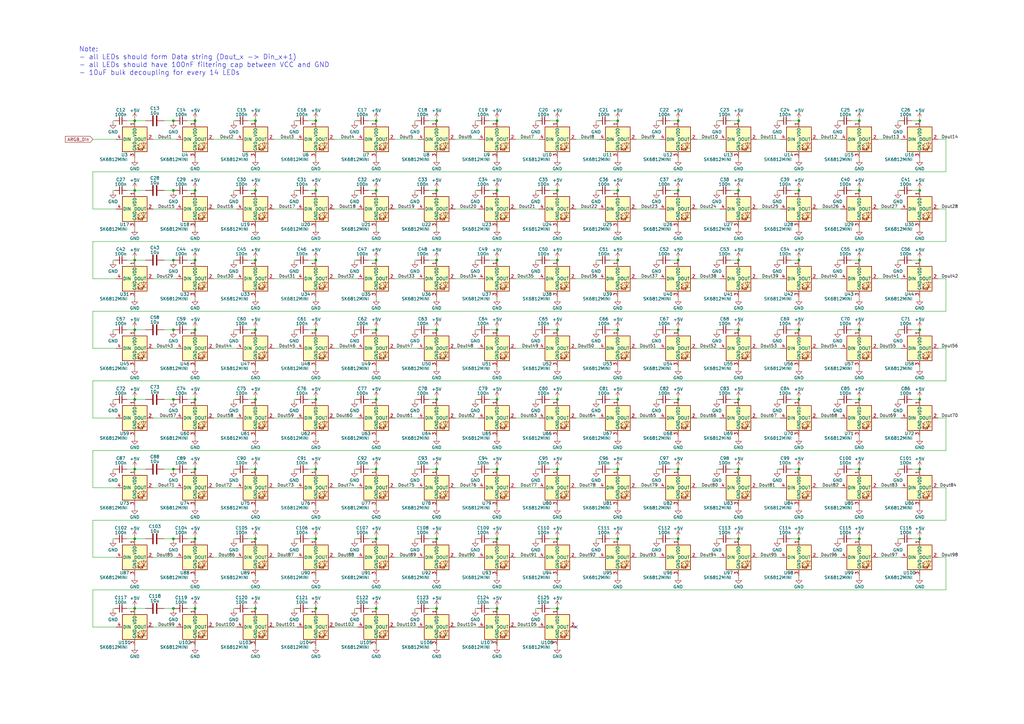
<source format=kicad_sch>
(kicad_sch (version 20230121) (generator eeschema)
  (paper "A3")
  (title_block (title "Custom RGB mechanical kbd LED string") (date "2023-06-22") (rev "1.3") (comment 2 "designed by LostFeather"))
  (lib_symbols
    (symbol "Device:C" (pin_numbers hide) (pin_names (offset 0.254))
      (property "Reference" "C" (at 0.635 2.54 0))
      (property "Value" "C" (at 0.635 -2.54 0))
      (symbol "C_1_1"
        (pin passive line (at 0 3.81 270) (length 2.794) (name "~") (number "1"))
        (pin passive line (at 0 -3.81 90) (length 2.794) (name "~") (number "2"))
      )
    )
    (symbol "Device:C_Small" (pin_numbers hide) (pin_names (offset 0.254) hide)
      (property "Reference" "C" (at 0.254 1.778 0))
      (property "Value" "C_Small" (at 0.254 -2.032 0))
      (symbol "C_Small_1_1"
        (pin passive line (at 0 2.54 270) (length 2.032) (name "~") (number "1"))
        (pin passive line (at 0 -2.54 90) (length 2.032) (name "~") (number "2"))
      )
    )
    (symbol "PCM_4ms_Power-symbol:GND" (power) (pin_names (offset 0))
      (property "Value" "GND" (at 0 -3.81 0))
      (symbol "GND_1_1"
        (pin power_in line (at 0 0 270) (length 0) hide (name "GND") (number "1"))
      )
    )
    (symbol "power:+5V" (power) (pin_names (offset 0))
      (property "Value" "+5V" (at 0 3.556 0))
      (symbol "+5V_1_1"
        (pin power_in line (at 0 0 90) (length 0) hide (name "+5V") (number "1"))
      )
    )
    (symbol "power:GND" (power) (pin_names (offset 0))
      (property "Value" "GND" (at 0 -3.81 0))
      (symbol "GND_1_1"
        (pin power_in line (at 0 0 270) (length 0) hide (name "GND") (number "1"))
      )
    )
    (symbol "sk6812mini-e:SK6812Mini-E" (pin_names (offset 0.254))
      (property "Reference" "LED" (at 5.08 5.715 0))
      (property "Value" "SK6812Mini-E" (at 1.27 -5.715 0))
      (symbol "SK6812Mini-E_0_0"
        (text "RGB" (at 2.286 -4.191 0) (effects (font (size 0.762 0.762))))
      )
      (symbol "SK6812Mini-E_1_1"
        (pin power_in line (at 0 7.62 270) (length 2.54) (name "VDD") (number "1"))
        (pin output line (at 7.62 0 180) (length 2.54) (name "DOUT") (number "2"))
        (pin power_in line (at 0 -7.62 90) (length 2.54) (name "GND") (number "3"))
        (pin input line (at -7.62 0 0) (length 2.54) (name "DIN") (number "4"))
      )
    )
  )
  (junction (at 327.66 163.83))
  (junction (at 104.775 49.53))
  (junction (at 228.6 78.105))
  (junction (at 129.54 135.255))
  (junction (at 228.6 135.255))
  (junction (at 377.19 106.68))
  (junction (at 154.305 49.53))
  (junction (at 352.425 78.105))
  (junction (at 71.12 135.255))
  (junction (at 253.365 192.405))
  (junction (at 55.245 78.105))
  (junction (at 278.13 49.53))
  (junction (at 104.775 220.98))
  (junction (at 71.12 163.83))
  (junction (at 179.07 106.68))
  (junction (at 203.835 135.255))
  (junction (at 129.54 220.98))
  (junction (at 55.245 106.68))
  (junction (at 377.19 135.255))
  (junction (at 203.835 106.68))
  (junction (at 179.07 78.105))
  (junction (at 253.365 49.53))
  (junction (at 80.01 220.98))
  (junction (at 55.245 220.98))
  (junction (at 55.245 135.255))
  (junction (at 228.6 49.53))
  (junction (at 278.13 135.255))
  (junction (at 228.6 106.68))
  (junction (at 377.19 192.405))
  (junction (at 104.775 135.255))
  (junction (at 228.6 192.405))
  (junction (at 80.01 78.105))
  (junction (at 377.19 220.98))
  (junction (at 203.835 220.98))
  (junction (at 352.425 220.98))
  (junction (at 179.07 192.405))
  (junction (at 71.12 49.53))
  (junction (at 179.07 163.83))
  (junction (at 253.365 220.98))
  (junction (at 327.66 49.53))
  (junction (at 278.13 106.68))
  (junction (at 104.775 192.405))
  (junction (at 129.54 163.83))
  (junction (at 104.775 78.105))
  (junction (at 377.19 78.105))
  (junction (at 302.895 49.53))
  (junction (at 129.54 49.53))
  (junction (at 55.245 249.555))
  (junction (at 154.305 249.555))
  (junction (at 302.895 78.105))
  (junction (at 228.6 249.555))
  (junction (at 302.895 220.98))
  (junction (at 129.54 78.105))
  (junction (at 71.12 106.68))
  (junction (at 203.835 249.555))
  (junction (at 154.305 220.98))
  (junction (at 228.6 220.98))
  (junction (at 154.305 106.68))
  (junction (at 377.19 163.83))
  (junction (at 80.01 163.83))
  (junction (at 80.01 106.68))
  (junction (at 71.12 192.405))
  (junction (at 253.365 106.68))
  (junction (at 104.775 249.555))
  (junction (at 80.01 49.53))
  (junction (at 278.13 78.105))
  (junction (at 179.07 249.555))
  (junction (at 55.245 192.405))
  (junction (at 203.835 78.105))
  (junction (at 129.54 249.555))
  (junction (at 154.305 192.405))
  (junction (at 154.305 78.105))
  (junction (at 179.07 49.53))
  (junction (at 377.19 49.53))
  (junction (at 327.66 135.255))
  (junction (at 253.365 78.105))
  (junction (at 327.66 78.105))
  (junction (at 327.66 106.68))
  (junction (at 203.835 192.405))
  (junction (at 55.245 49.53))
  (junction (at 352.425 192.405))
  (junction (at 129.54 192.405))
  (junction (at 253.365 163.83))
  (junction (at 327.66 192.405))
  (junction (at 352.425 135.255))
  (junction (at 302.895 192.405))
  (junction (at 71.12 249.555))
  (junction (at 104.775 163.83))
  (junction (at 327.66 220.98))
  (junction (at 71.12 78.105))
  (junction (at 228.6 163.83))
  (junction (at 80.01 192.405))
  (junction (at 352.425 49.53))
  (junction (at 154.305 163.83))
  (junction (at 302.895 163.83))
  (junction (at 154.305 135.255))
  (junction (at 302.895 135.255))
  (junction (at 352.425 163.83))
  (junction (at 203.835 49.53))
  (junction (at 253.365 135.255))
  (junction (at 352.425 106.68))
  (junction (at 203.835 163.83))
  (junction (at 80.01 249.555))
  (junction (at 278.13 163.83))
  (junction (at 55.245 163.83))
  (junction (at 278.13 192.405))
  (junction (at 71.12 220.98))
  (junction (at 179.07 220.98))
  (junction (at 129.54 106.68))
  (junction (at 104.775 106.68))
  (junction (at 80.01 135.255))
  (junction (at 278.13 220.98))
  (junction (at 302.895 106.68))
  (junction (at 179.07 135.255))
  (no_connect (at 236.22 257.175))
  (wire (pts (xy 269.24 78.105) (xy 269.875 78.105)))
  (wire (pts (xy 104.775 220.345) (xy 104.775 220.98)))
  (wire (pts (xy 250.19 106.68) (xy 253.365 106.68)))
  (wire (pts (xy 203.835 106.045) (xy 203.835 106.68)))
  (wire (pts (xy 327.66 150.495) (xy 327.66 151.13)))
  (wire (pts (xy 203.835 207.645) (xy 203.835 208.28)))
  (wire (pts (xy 377.19 191.77) (xy 377.19 192.405)))
  (wire (pts (xy 211.455 114.3) (xy 220.98 114.3)))
  (wire (pts (xy 55.245 48.895) (xy 55.245 49.53)))
  (wire (pts (xy 80.01 264.795) (xy 80.01 265.43)))
  (wire (pts (xy 126.365 220.98) (xy 129.54 220.98)))
  (wire (pts (xy 55.245 106.045) (xy 55.245 106.68)))
  (wire (pts (xy 318.77 106.68) (xy 319.405 106.68)))
  (wire (pts (xy 377.19 220.345) (xy 377.19 220.98)))
  (wire (pts (xy 278.13 48.895) (xy 278.13 49.53)))
  (wire (pts (xy 46.355 135.255) (xy 46.355 135.89)))
  (wire (pts (xy 335.28 57.15) (xy 344.805 57.15)))
  (wire (pts (xy 318.77 135.255) (xy 319.405 135.255)))
  (wire (pts (xy 80.01 150.495) (xy 80.01 151.13)))
  (wire (pts (xy 269.24 49.53) (xy 269.875 49.53)))
  (wire (pts (xy 352.425 207.645) (xy 352.425 208.28)))
  (wire (pts (xy 161.925 228.6) (xy 171.45 228.6)))
  (wire (pts (xy 299.72 135.255) (xy 302.895 135.255)))
  (wire (pts (xy 194.945 135.255) (xy 195.58 135.255)))
  (wire (pts (xy 104.775 77.47) (xy 104.775 78.105)))
  (wire (pts (xy 71.12 192.405) (xy 71.12 193.04)))
  (wire (pts (xy 154.305 179.07) (xy 154.305 179.705)))
  (wire (pts (xy 55.245 220.345) (xy 55.245 220.98)))
  (wire (pts (xy 260.985 171.45) (xy 270.51 171.45)))
  (wire (pts (xy 120.65 192.405) (xy 120.65 193.04)))
  (wire (pts (xy 46.355 163.83) (xy 46.355 164.465)))
  (wire (pts (xy 104.775 207.645) (xy 104.775 208.28)))
  (wire (pts (xy 302.895 163.195) (xy 302.895 163.83)))
  (wire (pts (xy 179.07 93.345) (xy 179.07 93.98)))
  (wire (pts (xy 186.69 200.025) (xy 196.215 200.025)))
  (wire (pts (xy 186.69 85.725) (xy 196.215 85.725)))
  (wire (pts (xy 269.24 192.405) (xy 269.24 193.04)))
  (wire (pts (xy 225.425 78.105) (xy 228.6 78.105)))
  (wire (pts (xy 80.01 220.345) (xy 80.01 220.98)))
  (wire (pts (xy 101.6 249.555) (xy 104.775 249.555)))
  (wire (pts (xy 200.66 49.53) (xy 203.835 49.53)))
  (wire (pts (xy 225.425 163.83) (xy 228.6 163.83)))
  (wire (pts (xy 327.66 207.645) (xy 327.66 208.28)))
  (wire (pts (xy 228.6 93.345) (xy 228.6 93.98)))
  (wire (pts (xy 55.245 236.22) (xy 55.245 236.855)))
  (wire (pts (xy 318.77 49.53) (xy 319.405 49.53)))
  (wire (pts (xy 179.07 163.195) (xy 179.07 163.83)))
  (wire (pts (xy 62.865 114.3) (xy 72.39 114.3)))
  (wire (pts (xy 327.66 236.22) (xy 327.66 236.855)))
  (wire (pts (xy 175.895 163.83) (xy 179.07 163.83)))
  (wire (pts (xy 260.985 85.725) (xy 270.51 85.725)))
  (wire (pts (xy 374.015 106.68) (xy 377.19 106.68)))
  (wire (pts (xy 137.16 257.175) (xy 146.685 257.175)))
  (wire (pts (xy 327.66 121.92) (xy 327.66 122.555)))
  (wire (pts (xy 228.6 179.07) (xy 228.6 179.705)))
  (wire (pts (xy 104.775 48.895) (xy 104.775 49.53)))
  (wire (pts (xy 145.415 78.105) (xy 145.415 78.74)))
  (wire (pts (xy 154.305 191.77) (xy 154.305 192.405)))
  (wire (pts (xy 161.925 200.025) (xy 171.45 200.025)))
  (wire (pts (xy 104.775 106.045) (xy 104.775 106.68)))
  (wire (pts (xy 387.985 156.21) (xy 38.1 156.21)))
  (wire (pts (xy 120.65 192.405) (xy 121.285 192.405)))
  (wire (pts (xy 104.775 64.77) (xy 104.775 65.405)))
  (wire (pts (xy 145.415 163.83) (xy 146.05 163.83)))
  (wire (pts (xy 335.28 171.45) (xy 344.805 171.45)))
  (wire (pts (xy 278.13 191.77) (xy 278.13 192.405)))
  (wire (pts (xy 55.245 135.255) (xy 59.69 135.255)))
  (wire (pts (xy 368.3 135.255) (xy 368.3 135.89)))
  (wire (pts (xy 244.475 49.53) (xy 245.11 49.53)))
  (wire (pts (xy 299.72 220.98) (xy 302.895 220.98)))
  (wire (pts (xy 46.355 192.405) (xy 46.99 192.405)))
  (wire (pts (xy 120.65 249.555) (xy 121.285 249.555)))
  (wire (pts (xy 360.045 228.6) (xy 369.57 228.6)))
  (wire (pts (xy 154.305 48.895) (xy 154.305 49.53)))
  (wire (pts (xy 294.005 106.68) (xy 294.005 107.315)))
  (wire (pts (xy 269.24 192.405) (xy 269.875 192.405)))
  (wire (pts (xy 80.01 207.645) (xy 80.01 208.28)))
  (wire (pts (xy 368.3 78.105) (xy 368.3 78.74)))
  (wire (pts (xy 120.65 135.255) (xy 120.65 135.89)))
  (wire (pts (xy 377.19 236.22) (xy 377.19 236.855)))
  (wire (pts (xy 101.6 135.255) (xy 104.775 135.255)))
  (wire (pts (xy 244.475 163.83) (xy 245.11 163.83)))
  (wire (pts (xy 219.71 106.68) (xy 219.71 107.315)))
  (wire (pts (xy 95.885 106.68) (xy 95.885 107.315)))
  (wire (pts (xy 253.365 163.195) (xy 253.365 163.83)))
  (wire (pts (xy 151.13 135.255) (xy 154.305 135.255)))
  (wire (pts (xy 274.955 220.98) (xy 278.13 220.98)))
  (wire (pts (xy 387.985 142.875) (xy 387.985 156.21)))
  (wire (pts (xy 38.1 142.875) (xy 47.625 142.875)))
  (wire (pts (xy 154.305 264.795) (xy 154.305 265.43)))
  (wire (pts (xy 211.455 171.45) (xy 220.98 171.45)))
  (wire (pts (xy 327.66 106.045) (xy 327.66 106.68)))
  (wire (pts (xy 244.475 78.105) (xy 245.11 78.105)))
  (wire (pts (xy 145.415 220.98) (xy 145.415 221.615)))
  (wire (pts (xy 194.945 49.53) (xy 195.58 49.53)))
  (wire (pts (xy 274.955 106.68) (xy 278.13 106.68)))
  (wire (pts (xy 349.25 49.53) (xy 352.425 49.53)))
  (wire (pts (xy 324.485 106.68) (xy 327.66 106.68)))
  (wire (pts (xy 368.3 49.53) (xy 368.3 50.165)))
  (wire (pts (xy 145.415 49.53) (xy 145.415 50.165)))
  (wire (pts (xy 179.07 77.47) (xy 179.07 78.105)))
  (wire (pts (xy 112.395 171.45) (xy 121.92 171.45)))
  (wire (pts (xy 244.475 163.83) (xy 244.475 164.465)))
  (wire (pts (xy 95.885 135.255) (xy 95.885 135.89)))
  (wire (pts (xy 253.365 48.895) (xy 253.365 49.53)))
  (wire (pts (xy 324.485 49.53) (xy 327.66 49.53)))
  (wire (pts (xy 55.245 64.77) (xy 55.245 65.405)))
  (wire (pts (xy 310.515 171.45) (xy 320.04 171.45)))
  (wire (pts (xy 294.005 163.83) (xy 294.64 163.83)))
  (wire (pts (xy 285.75 57.15) (xy 295.275 57.15)))
  (wire (pts (xy 95.885 192.405) (xy 95.885 193.04)))
  (wire (pts (xy 80.01 48.895) (xy 80.01 49.53)))
  (wire (pts (xy 129.54 150.495) (xy 129.54 151.13)))
  (wire (pts (xy 324.485 220.98) (xy 327.66 220.98)))
  (wire (pts (xy 343.535 78.105) (xy 343.535 78.74)))
  (wire (pts (xy 278.13 179.07) (xy 278.13 179.705)))
  (wire (pts (xy 349.25 220.98) (xy 352.425 220.98)))
  (wire (pts (xy 80.01 163.195) (xy 80.01 163.83)))
  (wire (pts (xy 302.895 191.77) (xy 302.895 192.405)))
  (wire (pts (xy 104.775 93.345) (xy 104.775 93.98)))
  (wire (pts (xy 294.005 220.98) (xy 294.64 220.98)))
  (wire (pts (xy 87.63 257.175) (xy 97.155 257.175)))
  (wire (pts (xy 299.72 78.105) (xy 302.895 78.105)))
  (wire (pts (xy 278.13 121.92) (xy 278.13 122.555)))
  (wire (pts (xy 151.13 106.68) (xy 154.305 106.68)))
  (wire (pts (xy 203.835 48.895) (xy 203.835 49.53)))
  (wire (pts (xy 137.16 114.3) (xy 146.685 114.3)))
  (wire (pts (xy 80.01 248.92) (xy 80.01 249.555)))
  (wire (pts (xy 387.985 70.485) (xy 38.1 70.485)))
  (wire (pts (xy 244.475 106.68) (xy 244.475 107.315)))
  (wire (pts (xy 104.775 163.195) (xy 104.775 163.83)))
  (wire (pts (xy 120.65 163.83) (xy 121.285 163.83)))
  (wire (pts (xy 302.895 150.495) (xy 302.895 151.13)))
  (wire (pts (xy 228.6 77.47) (xy 228.6 78.105)))
  (wire (pts (xy 151.13 192.405) (xy 154.305 192.405)))
  (wire (pts (xy 46.355 49.53) (xy 46.99 49.53)))
  (wire (pts (xy 38.1 257.175) (xy 47.625 257.175)))
  (wire (pts (xy 80.01 93.345) (xy 80.01 93.98)))
  (wire (pts (xy 377.19 163.195) (xy 377.19 163.83)))
  (wire (pts (xy 327.66 64.77) (xy 327.66 65.405)))
  (wire (pts (xy 219.71 163.83) (xy 219.71 164.465)))
  (wire (pts (xy 46.355 135.255) (xy 46.99 135.255)))
  (wire (pts (xy 186.69 57.15) (xy 196.215 57.15)))
  (wire (pts (xy 294.005 220.98) (xy 294.005 221.615)))
  (wire (pts (xy 349.25 192.405) (xy 352.425 192.405)))
  (wire (pts (xy 46.355 249.555) (xy 46.355 250.19)))
  (wire (pts (xy 253.365 134.62) (xy 253.365 135.255)))
  (wire (pts (xy 112.395 57.15) (xy 121.92 57.15)))
  (wire (pts (xy 294.005 135.255) (xy 294.005 135.89)))
  (wire (pts (xy 71.12 220.98) (xy 71.755 220.98)))
  (wire (pts (xy 211.455 57.15) (xy 220.98 57.15)))
  (wire (pts (xy 154.305 248.92) (xy 154.305 249.555)))
  (wire (pts (xy 95.885 220.98) (xy 95.885 221.615)))
  (wire (pts (xy 137.16 171.45) (xy 146.685 171.45)))
  (wire (pts (xy 194.945 220.98) (xy 195.58 220.98)))
  (wire (pts (xy 170.18 192.405) (xy 170.18 193.04)))
  (wire (pts (xy 126.365 135.255) (xy 129.54 135.255)))
  (wire (pts (xy 129.54 77.47) (xy 129.54 78.105)))
  (wire (pts (xy 129.54 106.045) (xy 129.54 106.68)))
  (wire (pts (xy 352.425 163.195) (xy 352.425 163.83)))
  (wire (pts (xy 384.81 114.3) (xy 387.985 114.3)))
  (wire (pts (xy 318.77 220.98) (xy 319.405 220.98)))
  (wire (pts (xy 377.19 77.47) (xy 377.19 78.105)))
  (wire (pts (xy 161.925 171.45) (xy 171.45 171.45)))
  (wire (pts (xy 335.28 142.875) (xy 344.805 142.875)))
  (wire (pts (xy 38.1 213.36) (xy 38.1 228.6)))
  (wire (pts (xy 129.54 191.77) (xy 129.54 192.405)))
  (wire (pts (xy 335.28 228.6) (xy 344.805 228.6)))
  (wire (pts (xy 228.6 64.77) (xy 228.6 65.405)))
  (wire (pts (xy 253.365 191.77) (xy 253.365 192.405)))
  (wire (pts (xy 203.835 236.22) (xy 203.835 236.855)))
  (wire (pts (xy 285.75 171.45) (xy 295.275 171.45)))
  (wire (pts (xy 225.425 49.53) (xy 228.6 49.53)))
  (wire (pts (xy 95.885 249.555) (xy 96.52 249.555)))
  (wire (pts (xy 285.75 228.6) (xy 295.275 228.6)))
  (wire (pts (xy 46.355 163.83) (xy 46.99 163.83)))
  (wire (pts (xy 194.945 135.255) (xy 194.945 135.89)))
  (wire (pts (xy 179.07 121.92) (xy 179.07 122.555)))
  (wire (pts (xy 145.415 106.68) (xy 146.05 106.68)))
  (wire (pts (xy 374.015 135.255) (xy 377.19 135.255)))
  (wire (pts (xy 161.925 257.175) (xy 171.45 257.175)))
  (wire (pts (xy 278.13 207.645) (xy 278.13 208.28)))
  (wire (pts (xy 129.54 236.22) (xy 129.54 236.855)))
  (wire (pts (xy 67.31 220.98) (xy 71.12 220.98)))
  (wire (pts (xy 179.07 207.645) (xy 179.07 208.28)))
  (wire (pts (xy 62.865 257.175) (xy 72.39 257.175)))
  (wire (pts (xy 46.355 49.53) (xy 46.355 50.165)))
  (wire (pts (xy 151.13 78.105) (xy 154.305 78.105)))
  (wire (pts (xy 327.66 48.895) (xy 327.66 49.53)))
  (wire (pts (xy 387.985 213.36) (xy 38.1 213.36)))
  (wire (pts (xy 129.54 264.795) (xy 129.54 265.43)))
  (wire (pts (xy 269.24 163.83) (xy 269.24 164.465)))
  (wire (pts (xy 318.77 192.405) (xy 319.405 192.405)))
  (wire (pts (xy 55.245 220.98) (xy 59.69 220.98)))
  (wire (pts (xy 335.28 200.025) (xy 344.805 200.025)))
  (wire (pts (xy 387.985 57.15) (xy 387.985 70.485)))
  (wire (pts (xy 228.6 220.345) (xy 228.6 220.98)))
  (wire (pts (xy 55.245 121.92) (xy 55.245 122.555)))
  (wire (pts (xy 302.895 236.22) (xy 302.895 236.855)))
  (wire (pts (xy 55.245 77.47) (xy 55.245 78.105)))
  (wire (pts (xy 318.77 106.68) (xy 318.77 107.315)))
  (wire (pts (xy 278.13 134.62) (xy 278.13 135.255)))
  (wire (pts (xy 120.65 78.105) (xy 120.65 78.74)))
  (wire (pts (xy 52.07 49.53) (xy 55.245 49.53)))
  (wire (pts (xy 360.045 200.025) (xy 369.57 200.025)))
  (wire (pts (xy 368.3 135.255) (xy 368.935 135.255)))
  (wire (pts (xy 244.475 220.98) (xy 245.11 220.98)))
  (wire (pts (xy 244.475 135.255) (xy 244.475 135.89)))
  (wire (pts (xy 219.71 220.98) (xy 220.345 220.98)))
  (wire (pts (xy 219.71 49.53) (xy 219.71 50.165)))
  (wire (pts (xy 129.54 121.92) (xy 129.54 122.555)))
  (wire (pts (xy 318.77 78.105) (xy 318.77 78.74)))
  (wire (pts (xy 194.945 78.105) (xy 195.58 78.105)))
  (wire (pts (xy 374.015 163.83) (xy 377.19 163.83)))
  (wire (pts (xy 318.77 220.98) (xy 318.77 221.615)))
  (wire (pts (xy 219.71 49.53) (xy 220.345 49.53)))
  (wire (pts (xy 349.25 135.255) (xy 352.425 135.255)))
  (wire (pts (xy 219.71 135.255) (xy 220.345 135.255)))
  (wire (pts (xy 46.355 78.105) (xy 46.99 78.105)))
  (wire (pts (xy 170.18 78.105) (xy 170.815 78.105)))
  (wire (pts (xy 278.13 163.195) (xy 278.13 163.83)))
  (wire (pts (xy 368.3 163.83) (xy 368.935 163.83)))
  (wire (pts (xy 112.395 228.6) (xy 121.92 228.6)))
  (wire (pts (xy 170.18 78.105) (xy 170.18 78.74)))
  (wire (pts (xy 112.395 200.025) (xy 121.92 200.025)))
  (wire (pts (xy 200.66 106.68) (xy 203.835 106.68)))
  (wire (pts (xy 343.535 220.98) (xy 343.535 221.615)))
  (wire (pts (xy 87.63 228.6) (xy 97.155 228.6)))
  (wire (pts (xy 38.1 70.485) (xy 38.1 85.725)))
  (wire (pts (xy 38.1 57.15) (xy 47.625 57.15)))
  (wire (pts (xy 179.07 150.495) (xy 179.07 151.13)))
  (wire (pts (xy 55.245 191.77) (xy 55.245 192.405)))
  (wire (pts (xy 76.835 192.405) (xy 80.01 192.405)))
  (wire (pts (xy 120.65 106.68) (xy 121.285 106.68)))
  (wire (pts (xy 299.72 106.68) (xy 302.895 106.68)))
  (wire (pts (xy 154.305 77.47) (xy 154.305 78.105)))
  (wire (pts (xy 260.985 114.3) (xy 270.51 114.3)))
  (wire (pts (xy 387.985 200.025) (xy 387.985 213.36)))
  (wire (pts (xy 374.015 78.105) (xy 377.19 78.105)))
  (wire (pts (xy 104.775 121.92) (xy 104.775 122.555)))
  (wire (pts (xy 55.245 106.68) (xy 59.69 106.68)))
  (wire (pts (xy 104.775 134.62) (xy 104.775 135.255)))
  (wire (pts (xy 352.425 64.77) (xy 352.425 65.405)))
  (wire (pts (xy 104.775 248.92) (xy 104.775 249.555)))
  (wire (pts (xy 71.12 106.68) (xy 71.755 106.68)))
  (wire (pts (xy 151.13 249.555) (xy 154.305 249.555)))
  (wire (pts (xy 253.365 236.22) (xy 253.365 236.855)))
  (wire (pts (xy 219.71 163.83) (xy 220.345 163.83)))
  (wire (pts (xy 46.355 78.105) (xy 46.355 78.74)))
  (wire (pts (xy 324.485 135.255) (xy 327.66 135.255)))
  (wire (pts (xy 55.245 163.195) (xy 55.245 163.83)))
  (wire (pts (xy 228.6 163.195) (xy 228.6 163.83)))
  (wire (pts (xy 120.65 135.255) (xy 121.285 135.255)))
  (wire (pts (xy 67.31 49.53) (xy 71.12 49.53)))
  (wire (pts (xy 285.75 114.3) (xy 295.275 114.3)))
  (wire (pts (xy 186.69 228.6) (xy 196.215 228.6)))
  (wire (pts (xy 211.455 200.025) (xy 220.98 200.025)))
  (wire (pts (xy 318.77 163.83) (xy 319.405 163.83)))
  (wire (pts (xy 161.925 142.875) (xy 171.45 142.875)))
  (wire (pts (xy 55.245 249.555) (xy 59.69 249.555)))
  (wire (pts (xy 384.81 57.15) (xy 387.985 57.15)))
  (wire (pts (xy 228.6 106.045) (xy 228.6 106.68)))
  (wire (pts (xy 236.22 57.15) (xy 245.745 57.15)))
  (wire (pts (xy 170.18 220.98) (xy 170.815 220.98)))
  (wire (pts (xy 87.63 114.3) (xy 97.155 114.3)))
  (wire (pts (xy 349.25 78.105) (xy 352.425 78.105)))
  (wire (pts (xy 200.66 249.555) (xy 203.835 249.555)))
  (wire (pts (xy 387.985 99.06) (xy 38.1 99.06)))
  (wire (pts (xy 360.045 142.875) (xy 369.57 142.875)))
  (wire (pts (xy 368.3 49.53) (xy 368.935 49.53)))
  (wire (pts (xy 294.005 192.405) (xy 294.64 192.405)))
  (wire (pts (xy 104.775 264.795) (xy 104.775 265.43)))
  (wire (pts (xy 101.6 163.83) (xy 104.775 163.83)))
  (wire (pts (xy 151.13 220.98) (xy 154.305 220.98)))
  (wire (pts (xy 62.865 57.15) (xy 72.39 57.15)))
  (wire (pts (xy 384.81 142.875) (xy 387.985 142.875)))
  (wire (pts (xy 101.6 220.98) (xy 104.775 220.98)))
  (wire (pts (xy 253.365 150.495) (xy 253.365 151.13)))
  (wire (pts (xy 244.475 49.53) (xy 244.475 50.165)))
  (wire (pts (xy 101.6 192.405) (xy 104.775 192.405)))
  (wire (pts (xy 55.245 248.92) (xy 55.245 249.555)))
  (wire (pts (xy 154.305 163.195) (xy 154.305 163.83)))
  (wire (pts (xy 278.13 64.77) (xy 278.13 65.405)))
  (wire (pts (xy 46.355 106.68) (xy 46.99 106.68)))
  (wire (pts (xy 175.895 49.53) (xy 179.07 49.53)))
  (wire (pts (xy 95.885 78.105) (xy 96.52 78.105)))
  (wire (pts (xy 179.07 48.895) (xy 179.07 49.53)))
  (wire (pts (xy 179.07 64.77) (xy 179.07 65.405)))
  (wire (pts (xy 253.365 77.47) (xy 253.365 78.105)))
  (wire (pts (xy 269.24 135.255) (xy 269.24 135.89)))
  (wire (pts (xy 253.365 106.045) (xy 253.365 106.68)))
  (wire (pts (xy 112.395 257.175) (xy 121.92 257.175)))
  (wire (pts (xy 145.415 78.105) (xy 146.05 78.105)))
  (wire (pts (xy 87.63 57.15) (xy 97.155 57.15)))
  (wire (pts (xy 120.65 163.83) (xy 120.65 164.465)))
  (wire (pts (xy 38.1 127.635) (xy 38.1 142.875)))
  (wire (pts (xy 120.65 220.98) (xy 121.285 220.98)))
  (wire (pts (xy 318.77 78.105) (xy 319.405 78.105)))
  (wire (pts (xy 170.18 192.405) (xy 170.815 192.405)))
  (wire (pts (xy 67.31 106.68) (xy 71.12 106.68)))
  (wire (pts (xy 145.415 106.68) (xy 145.415 107.315)))
  (wire (pts (xy 76.835 78.105) (xy 80.01 78.105)))
  (wire (pts (xy 250.19 163.83) (xy 253.365 163.83)))
  (wire (pts (xy 244.475 135.255) (xy 245.11 135.255)))
  (wire (pts (xy 377.19 121.92) (xy 377.19 122.555)))
  (wire (pts (xy 186.69 171.45) (xy 196.215 171.45)))
  (wire (pts (xy 175.895 249.555) (xy 179.07 249.555)))
  (wire (pts (xy 352.425 93.345) (xy 352.425 93.98)))
  (wire (pts (xy 228.6 48.895) (xy 228.6 49.53)))
  (wire (pts (xy 352.425 121.92) (xy 352.425 122.555)))
  (wire (pts (xy 294.005 49.53) (xy 294.64 49.53)))
  (wire (pts (xy 126.365 192.405) (xy 129.54 192.405)))
  (wire (pts (xy 38.1 241.935) (xy 38.1 257.175)))
  (wire (pts (xy 228.6 121.92) (xy 228.6 122.555)))
  (wire (pts (xy 154.305 236.22) (xy 154.305 236.855)))
  (wire (pts (xy 244.475 220.98) (xy 244.475 221.615)))
  (wire (pts (xy 38.1 171.45) (xy 47.625 171.45)))
  (wire (pts (xy 203.835 134.62) (xy 203.835 135.255)))
  (wire (pts (xy 120.65 78.105) (xy 121.285 78.105)))
  (wire (pts (xy 38.1 85.725) (xy 47.625 85.725)))
  (wire (pts (xy 179.07 106.045) (xy 179.07 106.68)))
  (wire (pts (xy 269.24 220.98) (xy 269.875 220.98)))
  (wire (pts (xy 95.885 220.98) (xy 96.52 220.98)))
  (wire (pts (xy 62.865 85.725) (xy 72.39 85.725)))
  (wire (pts (xy 145.415 192.405) (xy 145.415 193.04)))
  (wire (pts (xy 55.245 49.53) (xy 59.69 49.53)))
  (wire (pts (xy 244.475 106.68) (xy 245.11 106.68)))
  (wire (pts (xy 387.985 241.935) (xy 38.1 241.935)))
  (wire (pts (xy 126.365 49.53) (xy 129.54 49.53)))
  (wire (pts (xy 377.19 48.895) (xy 377.19 49.53)))
  (wire (pts (xy 310.515 57.15) (xy 320.04 57.15)))
  (wire (pts (xy 236.22 228.6) (xy 245.745 228.6)))
  (wire (pts (xy 368.3 163.83) (xy 368.3 164.465)))
  (wire (pts (xy 294.005 49.53) (xy 294.005 50.165)))
  (wire (pts (xy 52.07 78.105) (xy 55.245 78.105)))
  (wire (pts (xy 250.19 135.255) (xy 253.365 135.255)))
  (wire (pts (xy 250.19 49.53) (xy 253.365 49.53)))
  (wire (pts (xy 211.455 257.175) (xy 220.98 257.175)))
  (wire (pts (xy 161.925 85.725) (xy 171.45 85.725)))
  (wire (pts (xy 71.12 78.105) (xy 71.755 78.105)))
  (wire (pts (xy 129.54 163.195) (xy 129.54 163.83)))
  (wire (pts (xy 294.005 78.105) (xy 294.005 78.74)))
  (wire (pts (xy 310.515 228.6) (xy 320.04 228.6)))
  (wire (pts (xy 203.835 93.345) (xy 203.835 93.98)))
  (wire (pts (xy 95.885 78.105) (xy 95.885 78.74)))
  (wire (pts (xy 260.985 200.025) (xy 270.51 200.025)))
  (wire (pts (xy 194.945 163.83) (xy 195.58 163.83)))
  (wire (pts (xy 219.71 249.555) (xy 219.71 250.19)))
  (wire (pts (xy 95.885 249.555) (xy 95.885 250.19)))
  (wire (pts (xy 55.245 192.405) (xy 59.69 192.405)))
  (wire (pts (xy 377.19 179.07) (xy 377.19 179.705)))
  (wire (pts (xy 71.12 49.53) (xy 71.12 50.165)))
  (wire (pts (xy 104.775 179.07) (xy 104.775 179.705)))
  (wire (pts (xy 137.16 200.025) (xy 146.685 200.025)))
  (wire (pts (xy 194.945 49.53) (xy 194.945 50.165)))
  (wire (pts (xy 179.07 220.345) (xy 179.07 220.98)))
  (wire (pts (xy 80.01 77.47) (xy 80.01 78.105)))
  (wire (pts (xy 55.245 163.83) (xy 59.69 163.83)))
  (wire (pts (xy 352.425 236.22) (xy 352.425 236.855)))
  (wire (pts (xy 260.985 142.875) (xy 270.51 142.875)))
  (wire (pts (xy 80.01 64.77) (xy 80.01 65.405)))
  (wire (pts (xy 95.885 49.53) (xy 95.885 50.165)))
  (wire (pts (xy 80.01 134.62) (xy 80.01 135.255)))
  (wire (pts (xy 219.71 220.98) (xy 219.71 221.615)))
  (wire (pts (xy 170.18 163.83) (xy 170.815 163.83)))
  (wire (pts (xy 145.415 49.53) (xy 146.05 49.53)))
  (wire (pts (xy 76.835 49.53) (xy 80.01 49.53)))
  (wire (pts (xy 71.12 249.555) (xy 71.12 250.19)))
  (wire (pts (xy 274.955 135.255) (xy 278.13 135.255)))
  (wire (pts (xy 137.16 57.15) (xy 146.685 57.15)))
  (wire (pts (xy 360.045 85.725) (xy 369.57 85.725)))
  (wire (pts (xy 203.835 121.92) (xy 203.835 122.555)))
  (wire (pts (xy 225.425 192.405) (xy 228.6 192.405)))
  (wire (pts (xy 62.865 171.45) (xy 72.39 171.45)))
  (wire (pts (xy 219.71 78.105) (xy 220.345 78.105)))
  (wire (pts (xy 80.01 179.07) (xy 80.01 179.705)))
  (wire (pts (xy 175.895 106.68) (xy 179.07 106.68)))
  (wire (pts (xy 170.18 249.555) (xy 170.815 249.555)))
  (wire (pts (xy 52.07 220.98) (xy 55.245 220.98)))
  (wire (pts (xy 55.245 134.62) (xy 55.245 135.255)))
  (wire (pts (xy 269.24 49.53) (xy 269.24 50.165)))
  (wire (pts (xy 170.18 135.255) (xy 170.815 135.255)))
  (wire (pts (xy 269.24 106.68) (xy 269.875 106.68)))
  (wire (pts (xy 95.885 106.68) (xy 96.52 106.68)))
  (wire (pts (xy 368.3 106.68) (xy 368.935 106.68)))
  (wire (pts (xy 352.425 150.495) (xy 352.425 151.13)))
  (wire (pts (xy 269.24 135.255) (xy 269.875 135.255)))
  (wire (pts (xy 87.63 142.875) (xy 97.155 142.875)))
  (wire (pts (xy 368.3 78.105) (xy 368.935 78.105)))
  (wire (pts (xy 101.6 49.53) (xy 104.775 49.53)))
  (wire (pts (xy 278.13 93.345) (xy 278.13 93.98)))
  (wire (pts (xy 302.895 48.895) (xy 302.895 49.53)))
  (wire (pts (xy 387.985 127.635) (xy 38.1 127.635)))
  (wire (pts (xy 52.07 106.68) (xy 55.245 106.68)))
  (wire (pts (xy 285.75 85.725) (xy 295.275 85.725)))
  (wire (pts (xy 327.66 220.345) (xy 327.66 220.98)))
  (wire (pts (xy 352.425 220.345) (xy 352.425 220.98)))
  (wire (pts (xy 343.535 135.255) (xy 344.17 135.255)))
  (wire (pts (xy 137.16 142.875) (xy 146.685 142.875)))
  (wire (pts (xy 343.535 106.68) (xy 344.17 106.68)))
  (wire (pts (xy 225.425 135.255) (xy 228.6 135.255)))
  (wire (pts (xy 302.895 106.045) (xy 302.895 106.68)))
  (wire (pts (xy 55.245 150.495) (xy 55.245 151.13)))
  (wire (pts (xy 219.71 106.68) (xy 220.345 106.68)))
  (wire (pts (xy 368.3 192.405) (xy 368.935 192.405)))
  (wire (pts (xy 62.865 200.025) (xy 72.39 200.025)))
  (wire (pts (xy 112.395 85.725) (xy 121.92 85.725)))
  (wire (pts (xy 236.22 142.875) (xy 245.745 142.875)))
  (wire (pts (xy 278.13 106.045) (xy 278.13 106.68)))
  (wire (pts (xy 260.985 57.15) (xy 270.51 57.15)))
  (wire (pts (xy 219.71 192.405) (xy 219.71 193.04)))
  (wire (pts (xy 377.19 134.62) (xy 377.19 135.255)))
  (wire (pts (xy 170.18 220.98) (xy 170.18 221.615)))
  (wire (pts (xy 38.1 114.3) (xy 47.625 114.3)))
  (wire (pts (xy 71.12 192.405) (xy 71.755 192.405)))
  (wire (pts (xy 203.835 150.495) (xy 203.835 151.13)))
  (wire (pts (xy 170.18 163.83) (xy 170.18 164.465)))
  (wire (pts (xy 327.66 179.07) (xy 327.66 179.705)))
  (wire (pts (xy 186.69 257.175) (xy 196.215 257.175)))
  (wire (pts (xy 67.31 249.555) (xy 71.12 249.555)))
  (wire (pts (xy 95.885 163.83) (xy 96.52 163.83)))
  (wire (pts (xy 278.13 150.495) (xy 278.13 151.13)))
  (wire (pts (xy 302.895 207.645) (xy 302.895 208.28)))
  (wire (pts (xy 244.475 192.405) (xy 245.11 192.405)))
  (wire (pts (xy 120.65 249.555) (xy 120.65 250.19)))
  (wire (pts (xy 112.395 114.3) (xy 121.92 114.3)))
  (wire (pts (xy 194.945 78.105) (xy 194.945 78.74)))
  (wire (pts (xy 244.475 192.405) (xy 244.475 193.04)))
  (wire (pts (xy 52.07 249.555) (xy 55.245 249.555)))
  (wire (pts (xy 211.455 142.875) (xy 220.98 142.875)))
  (wire (pts (xy 175.895 78.105) (xy 179.07 78.105)))
  (wire (pts (xy 377.19 93.345) (xy 377.19 93.98)))
  (wire (pts (xy 129.54 179.07) (xy 129.54 179.705)))
  (wire (pts (xy 129.54 93.345) (xy 129.54 93.98)))
  (wire (pts (xy 352.425 106.045) (xy 352.425 106.68)))
  (wire (pts (xy 76.835 163.83) (xy 80.01 163.83)))
  (wire (pts (xy 318.77 192.405) (xy 318.77 193.04)))
  (wire (pts (xy 170.18 49.53) (xy 170.815 49.53)))
  (wire (pts (xy 170.18 49.53) (xy 170.18 50.165)))
  (wire (pts (xy 179.07 248.92) (xy 179.07 249.555)))
  (wire (pts (xy 384.81 200.025) (xy 387.985 200.025)))
  (wire (pts (xy 145.415 135.255) (xy 145.415 135.89)))
  (wire (pts (xy 278.13 220.345) (xy 278.13 220.98)))
  (wire (pts (xy 299.72 192.405) (xy 302.895 192.405)))
  (wire (pts (xy 179.07 191.77) (xy 179.07 192.405)))
  (wire (pts (xy 200.66 135.255) (xy 203.835 135.255)))
  (wire (pts (xy 343.535 135.255) (xy 343.535 135.89)))
  (wire (pts (xy 352.425 48.895) (xy 352.425 49.53)))
  (wire (pts (xy 343.535 78.105) (xy 344.17 78.105)))
  (wire (pts (xy 179.07 179.07) (xy 179.07 179.705)))
  (wire (pts (xy 343.535 49.53) (xy 344.17 49.53)))
  (wire (pts (xy 294.005 106.68) (xy 294.64 106.68)))
  (wire (pts (xy 76.835 249.555) (xy 80.01 249.555)))
  (wire (pts (xy 387.985 85.725) (xy 387.985 99.06)))
  (wire (pts (xy 219.71 135.255) (xy 219.71 135.89)))
  (wire (pts (xy 352.425 191.77) (xy 352.425 192.405)))
  (wire (pts (xy 170.18 249.555) (xy 170.18 250.19)))
  (wire (pts (xy 194.945 106.68) (xy 195.58 106.68)))
  (wire (pts (xy 236.22 200.025) (xy 245.745 200.025)))
  (wire (pts (xy 126.365 249.555) (xy 129.54 249.555)))
  (wire (pts (xy 228.6 264.795) (xy 228.6 265.43)))
  (wire (pts (xy 52.07 192.405) (xy 55.245 192.405)))
  (wire (pts (xy 343.535 192.405) (xy 343.535 193.04)))
  (wire (pts (xy 129.54 207.645) (xy 129.54 208.28)))
  (wire (pts (xy 360.045 114.3) (xy 369.57 114.3)))
  (wire (pts (xy 384.81 85.725) (xy 387.985 85.725)))
  (wire (pts (xy 170.18 135.255) (xy 170.18 135.89)))
  (wire (pts (xy 327.66 191.77) (xy 327.66 192.405)))
  (wire (pts (xy 203.835 64.77) (xy 203.835 65.405)))
  (wire (pts (xy 154.305 220.345) (xy 154.305 220.98)))
  (wire (pts (xy 299.72 163.83) (xy 302.895 163.83)))
  (wire (pts (xy 104.775 191.77) (xy 104.775 192.405)))
  (wire (pts (xy 228.6 191.77) (xy 228.6 192.405)))
  (wire (pts (xy 104.775 236.22) (xy 104.775 236.855)))
  (wire (pts (xy 253.365 179.07) (xy 253.365 179.705)))
  (wire (pts (xy 294.005 192.405) (xy 294.005 193.04)))
  (wire (pts (xy 71.12 163.83) (xy 71.12 164.465)))
  (wire (pts (xy 310.515 142.875) (xy 320.04 142.875)))
  (wire (pts (xy 186.69 142.875) (xy 196.215 142.875)))
  (wire (pts (xy 104.775 150.495) (xy 104.775 151.13)))
  (wire (pts (xy 129.54 220.345) (xy 129.54 220.98)))
  (wire (pts (xy 343.535 163.83) (xy 344.17 163.83)))
  (wire (pts (xy 387.985 184.785) (xy 38.1 184.785)))
  (wire (pts (xy 71.12 135.255) (xy 71.12 135.89)))
  (wire (pts (xy 76.835 106.68) (xy 80.01 106.68)))
  (wire (pts (xy 154.305 106.045) (xy 154.305 106.68)))
  (wire (pts (xy 318.77 49.53) (xy 318.77 50.165)))
  (wire (pts (xy 269.24 163.83) (xy 269.875 163.83)))
  (wire (pts (xy 368.3 220.98) (xy 368.935 220.98)))
  (wire (pts (xy 274.955 49.53) (xy 278.13 49.53)))
  (wire (pts (xy 228.6 248.92) (xy 228.6 249.555)))
  (wire (pts (xy 194.945 249.555) (xy 194.945 250.19)))
  (wire (pts (xy 343.535 49.53) (xy 343.535 50.165)))
  (wire (pts (xy 244.475 78.105) (xy 244.475 78.74)))
  (wire (pts (xy 203.835 220.345) (xy 203.835 220.98)))
  (wire (pts (xy 327.66 77.47) (xy 327.66 78.105)))
  (wire (pts (xy 67.31 135.255) (xy 71.12 135.255)))
  (wire (pts (xy 112.395 142.875) (xy 121.92 142.875)))
  (wire (pts (xy 327.66 163.195) (xy 327.66 163.83)))
  (wire (pts (xy 154.305 207.645) (xy 154.305 208.28)))
  (wire (pts (xy 145.415 249.555) (xy 146.05 249.555)))
  (wire (pts (xy 228.6 207.645) (xy 228.6 208.28)))
  (wire (pts (xy 236.22 171.45) (xy 245.745 171.45)))
  (wire (pts (xy 219.71 192.405) (xy 220.345 192.405)))
  (wire (pts (xy 154.305 64.77) (xy 154.305 65.405)))
  (wire (pts (xy 374.015 49.53) (xy 377.19 49.53)))
  (wire (pts (xy 194.945 220.98) (xy 194.945 221.615)))
  (wire (pts (xy 327.66 134.62) (xy 327.66 135.255)))
  (wire (pts (xy 101.6 106.68) (xy 104.775 106.68)))
  (wire (pts (xy 335.28 114.3) (xy 344.805 114.3)))
  (wire (pts (xy 200.66 220.98) (xy 203.835 220.98)))
  (wire (pts (xy 126.365 78.105) (xy 129.54 78.105)))
  (wire (pts (xy 87.63 85.725) (xy 97.155 85.725)))
  (wire (pts (xy 387.985 171.45) (xy 387.985 184.785)))
  (wire (pts (xy 151.13 163.83) (xy 154.305 163.83)))
  (wire (pts (xy 194.945 249.555) (xy 195.58 249.555)))
  (wire (pts (xy 302.895 220.345) (xy 302.895 220.98)))
  (wire (pts (xy 52.07 135.255) (xy 55.245 135.255)))
  (wire (pts (xy 310.515 200.025) (xy 320.04 200.025)))
  (wire (pts (xy 55.245 78.105) (xy 59.69 78.105)))
  (wire (pts (xy 387.985 114.3) (xy 387.985 127.635)))
  (wire (pts (xy 71.12 220.98) (xy 71.12 221.615)))
  (wire (pts (xy 236.22 114.3) (xy 245.745 114.3)))
  (wire (pts (xy 145.415 163.83) (xy 145.415 164.465)))
  (wire (pts (xy 302.895 121.92) (xy 302.895 122.555)))
  (wire (pts (xy 360.045 171.45) (xy 369.57 171.45)))
  (wire (pts (xy 302.895 64.77) (xy 302.895 65.405)))
  (wire (pts (xy 80.01 191.77) (xy 80.01 192.405)))
  (wire (pts (xy 71.12 135.255) (xy 71.755 135.255)))
  (wire (pts (xy 203.835 191.77) (xy 203.835 192.405)))
  (wire (pts (xy 154.305 150.495) (xy 154.305 151.13)))
  (wire (pts (xy 253.365 207.645) (xy 253.365 208.28)))
  (wire (pts (xy 145.415 249.555) (xy 145.415 250.19)))
  (wire (pts (xy 76.835 220.98) (xy 80.01 220.98)))
  (wire (pts (xy 274.955 78.105) (xy 278.13 78.105)))
  (wire (pts (xy 137.16 228.6) (xy 146.685 228.6)))
  (wire (pts (xy 335.28 85.725) (xy 344.805 85.725)))
  (wire (pts (xy 194.945 192.405) (xy 194.945 193.04)))
  (wire (pts (xy 200.66 192.405) (xy 203.835 192.405)))
  (wire (pts (xy 62.865 228.6) (xy 72.39 228.6)))
  (wire (pts (xy 175.895 192.405) (xy 179.07 192.405)))
  (wire (pts (xy 274.955 163.83) (xy 278.13 163.83)))
  (wire (pts (xy 269.24 220.98) (xy 269.24 221.615)))
  (wire (pts (xy 299.72 49.53) (xy 302.895 49.53)))
  (wire (pts (xy 211.455 85.725) (xy 220.98 85.725)))
  (wire (pts (xy 71.12 249.555) (xy 71.755 249.555)))
  (wire (pts (xy 343.535 163.83) (xy 343.535 164.465)))
  (wire (pts (xy 46.355 249.555) (xy 46.99 249.555)))
  (wire (pts (xy 46.355 220.98) (xy 46.355 221.615)))
  (wire (pts (xy 374.015 192.405) (xy 377.19 192.405)))
  (wire (pts (xy 219.71 78.105) (xy 219.71 78.74)))
  (wire (pts (xy 377.19 150.495) (xy 377.19 151.13)))
  (wire (pts (xy 250.19 78.105) (xy 253.365 78.105)))
  (wire (pts (xy 151.13 49.53) (xy 154.305 49.53)))
  (wire (pts (xy 87.63 200.025) (xy 97.155 200.025)))
  (wire (pts (xy 253.365 64.77) (xy 253.365 65.405)))
  (wire (pts (xy 203.835 264.795) (xy 203.835 265.43)))
  (wire (pts (xy 145.415 192.405) (xy 146.05 192.405)))
  (wire (pts (xy 145.415 135.255) (xy 146.05 135.255)))
  (wire (pts (xy 318.77 135.255) (xy 318.77 135.89)))
  (wire (pts (xy 179.07 264.795) (xy 179.07 265.43)))
  (wire (pts (xy 120.65 49.53) (xy 121.285 49.53)))
  (wire (pts (xy 80.01 236.22) (xy 80.01 236.855)))
  (wire (pts (xy 179.07 236.22) (xy 179.07 236.855)))
  (wire (pts (xy 302.895 77.47) (xy 302.895 78.105)))
  (wire (pts (xy 175.895 135.255) (xy 179.07 135.255)))
  (wire (pts (xy 343.535 106.68) (xy 343.535 107.315)))
  (wire (pts (xy 203.835 248.92) (xy 203.835 249.555)))
  (wire (pts (xy 387.985 228.6) (xy 387.985 241.935)))
  (wire (pts (xy 154.305 93.345) (xy 154.305 93.98)))
  (wire (pts (xy 52.07 163.83) (xy 55.245 163.83)))
  (wire (pts (xy 294.005 163.83) (xy 294.005 164.465)))
  (wire (pts (xy 80.01 121.92) (xy 80.01 122.555)))
  (wire (pts (xy 129.54 134.62) (xy 129.54 135.255)))
  (wire (pts (xy 175.895 220.98) (xy 179.07 220.98)))
  (wire (pts (xy 71.12 49.53) (xy 71.755 49.53)))
  (wire (pts (xy 62.865 142.875) (xy 72.39 142.875)))
  (wire (pts (xy 55.245 207.645) (xy 55.245 208.28)))
  (wire (pts (xy 137.16 85.725) (xy 146.685 85.725)))
  (wire (pts (xy 324.485 78.105) (xy 327.66 78.105)))
  (wire (pts (xy 352.425 179.07) (xy 352.425 179.705)))
  (wire (pts (xy 38.1 228.6) (xy 47.625 228.6)))
  (wire (pts (xy 253.365 93.345) (xy 253.365 93.98)))
  (wire (pts (xy 126.365 163.83) (xy 129.54 163.83)))
  (wire (pts (xy 71.12 78.105) (xy 71.12 78.74)))
  (wire (pts (xy 269.24 78.105) (xy 269.24 78.74)))
  (wire (pts (xy 200.66 163.83) (xy 203.835 163.83)))
  (wire (pts (xy 203.835 77.47) (xy 203.835 78.105)))
  (wire (pts (xy 228.6 134.62) (xy 228.6 135.255)))
  (wire (pts (xy 219.71 249.555) (xy 220.345 249.555)))
  (wire (pts (xy 38.1 200.025) (xy 47.625 200.025)))
  (wire (pts (xy 360.045 57.15) (xy 369.57 57.15)))
  (wire (pts (xy 154.305 134.62) (xy 154.305 135.255)))
  (wire (pts (xy 194.945 163.83) (xy 194.945 164.465)))
  (wire (pts (xy 154.305 121.92) (xy 154.305 122.555)))
  (wire (pts (xy 194.945 192.405) (xy 195.58 192.405)))
  (wire (pts (xy 71.12 106.68) (xy 71.12 107.315)))
  (wire (pts (xy 46.355 192.405) (xy 46.355 193.04)))
  (wire (pts (xy 349.25 163.83) (xy 352.425 163.83)))
  (wire (pts (xy 285.75 142.875) (xy 295.275 142.875)))
  (wire (pts (xy 253.365 220.345) (xy 253.365 220.98)))
  (wire (pts (xy 368.3 192.405) (xy 368.3 193.04)))
  (wire (pts (xy 194.945 106.68) (xy 194.945 107.315)))
  (wire (pts (xy 236.22 85.725) (xy 245.745 85.725)))
  (wire (pts (xy 343.535 220.98) (xy 344.17 220.98)))
  (wire (pts (xy 327.66 93.345) (xy 327.66 93.98)))
  (wire (pts (xy 374.015 220.98) (xy 377.19 220.98)))
  (wire (pts (xy 120.65 106.68) (xy 120.65 107.315)))
  (wire (pts (xy 302.895 93.345) (xy 302.895 93.98)))
  (wire (pts (xy 343.535 192.405) (xy 344.17 192.405)))
  (wire (pts (xy 250.19 192.405) (xy 253.365 192.405)))
  (wire (pts (xy 129.54 48.895) (xy 129.54 49.53)))
  (wire (pts (xy 203.835 163.195) (xy 203.835 163.83)))
  (wire (pts (xy 225.425 220.98) (xy 228.6 220.98)))
  (wire (pts (xy 352.425 77.47) (xy 352.425 78.105)))
  (wire (pts (xy 225.425 249.555) (xy 228.6 249.555)))
  (wire (pts (xy 384.81 171.45) (xy 387.985 171.45)))
  (wire (pts (xy 46.355 106.68) (xy 46.355 107.315)))
  (wire (pts (xy 324.485 163.83) (xy 327.66 163.83)))
  (wire (pts (xy 324.485 192.405) (xy 327.66 192.405)))
  (wire (pts (xy 55.245 179.07) (xy 55.245 179.705)))
  (wire (pts (xy 126.365 106.68) (xy 129.54 106.68)))
  (wire (pts (xy 349.25 106.68) (xy 352.425 106.68)))
  (wire (pts (xy 186.69 114.3) (xy 196.215 114.3)))
  (wire (pts (xy 310.515 85.725) (xy 320.04 85.725)))
  (wire (pts (xy 377.19 106.045) (xy 377.19 106.68)))
  (wire (pts (xy 55.245 264.795) (xy 55.245 265.43)))
  (wire (pts (xy 179.07 134.62) (xy 179.07 135.255)))
  (wire (pts (xy 225.425 106.68) (xy 228.6 106.68)))
  (wire (pts (xy 71.12 163.83) (xy 71.755 163.83)))
  (wire (pts (xy 120.65 220.98) (xy 120.65 221.615)))
  (wire (pts (xy 170.18 106.68) (xy 170.18 107.315)))
  (wire (pts (xy 318.77 163.83) (xy 318.77 164.465)))
  (wire (pts (xy 87.63 171.45) (xy 97.155 171.45)))
  (wire (pts (xy 278.13 236.22) (xy 278.13 236.855)))
  (wire (pts (xy 95.885 49.53) (xy 96.52 49.53)))
  (wire (pts (xy 228.6 150.495) (xy 228.6 151.13)))
  (wire (pts (xy 170.18 106.68) (xy 170.815 106.68)))
  (wire (pts (xy 67.31 192.405) (xy 71.12 192.405)))
  (wire (pts (xy 46.355 220.98) (xy 46.99 220.98)))
  (wire (pts (xy 352.425 134.62) (xy 352.425 135.255)))
  (wire (pts (xy 250.19 220.98) (xy 253.365 220.98)))
  (wire (pts (xy 253.365 121.92) (xy 253.365 122.555)))
  (wire (pts (xy 80.01 106.045) (xy 80.01 106.68)))
  (wire (pts (xy 67.31 78.105) (xy 71.12 78.105)))
  (wire (pts (xy 67.31 163.83) (xy 71.12 163.83)))
  (wire (pts (xy 145.415 220.98) (xy 146.05 220.98)))
  (wire (pts (xy 384.81 228.6) (xy 387.985 228.6)))
  (wire (pts (xy 129.54 248.92) (xy 129.54 249.555)))
  (wire (pts (xy 200.66 78.105) (xy 203.835 78.105)))
  (wire (pts (xy 120.65 49.53) (xy 120.65 50.165)))
  (wire (pts (xy 368.3 106.68) (xy 368.3 107.315)))
  (wire (pts (xy 302.895 179.07) (xy 302.895 179.705)))
  (wire (pts (xy 310.515 114.3) (xy 320.04 114.3)))
  (wire (pts (xy 269.24 106.68) (xy 269.24 107.315)))
  (wire (pts (xy 129.54 64.77) (xy 129.54 65.405)))
  (wire (pts (xy 377.19 64.77) (xy 377.19 65.405)))
  (wire (pts (xy 95.885 192.405) (xy 96.52 192.405)))
  (wire (pts (xy 95.885 163.83) (xy 95.885 164.465)))
  (wire (pts (xy 38.1 156.21) (xy 38.1 171.45)))
  (wire (pts (xy 260.985 228.6) (xy 270.51 228.6)))
  (wire (pts (xy 55.245 93.345) (xy 55.245 93.98)))
  (wire (pts (xy 76.835 135.255) (xy 80.01 135.255)))
  (wire (pts (xy 161.925 114.3) (xy 171.45 114.3)))
  (wire (pts (xy 294.005 78.105) (xy 294.64 78.105)))
  (wire (pts (xy 161.925 57.15) (xy 171.45 57.15)))
  (wire (pts (xy 377.19 207.645) (xy 377.19 208.28)))
  (wire (pts (xy 203.835 179.07) (xy 203.835 179.705)))
  (wire (pts (xy 95.885 135.255) (xy 96.52 135.255)))
  (wire (pts (xy 228.6 236.22) (xy 228.6 236.855)))
  (wire (pts (xy 278.13 77.47) (xy 278.13 78.105)))
  (wire (pts (xy 294.005 135.255) (xy 294.64 135.255)))
  (wire (pts (xy 38.1 184.785) (xy 38.1 200.025)))
  (wire (pts (xy 302.895 134.62) (xy 302.895 135.255)))
  (wire (pts (xy 368.3 220.98) (xy 368.3 221.615)))
  (wire (pts (xy 38.1 99.06) (xy 38.1 114.3)))
  (wire (pts (xy 285.75 200.025) (xy 295.275 200.025)))
  (wire (pts (xy 101.6 78.105) (xy 104.775 78.105)))
  (wire (pts (xy 211.455 228.6) (xy 220.98 228.6)))
  (wire (pts (xy 274.955 192.405) (xy 278.13 192.405)))
  (text "Note:\n- all LEDs should form Data string (Dout_x -> Din_x+1)\n- all LEDs should have 100nF filtering cap between VCC and GND\n- 10uF bulk decoupling for every 14 LEDs" (at 32.385 31.115 0) (effects (font (size 2 2)) (justify left bottom)))
  (label "Dout80" (at 287.655 200.025 0))
  (label "Dout24" (at 287.02 85.725 0))
  (label "Dout33" (at 163.195 114.3 0))
  (label "Dout91" (at 213.36 228.6 0))
  (label "Dout21" (at 212.725 85.725 0))
  (label "Dout8" (at 238.125 57.15 0))
  (label "Dout102" (at 137.16 257.175 0))
  (label "Dout49" (at 213.995 142.875 0))
  (label "Dout17" (at 114.3 85.725 0))
  (label "Dout105" (at 212.09 257.175 0))
  (label "Dout69" (at 360.68 171.45 0))
  (label "Dout50" (at 236.855 142.875 0))
  (label "Dout65" (at 262.255 171.45 0))
  (label "Dout78" (at 237.49 200.025 0))
  (label "Dout97" (at 361.315 228.6 0))
  (label "Dout20" (at 188.595 85.725 0))
  (label "Dout99" (at 64.77 257.175 0))
  (label "Dout63" (at 213.36 171.45 0))
  (label "Dout59" (at 113.665 171.45 0))
  (label "Dout52" (at 287.02 142.875 0))
  (label "Dout96" (at 336.55 228.6 0))
  (label "Dout38" (at 287.02 114.3 0))
  (label "Dout54" (at 336.55 142.875 0))
  (label "Dout72" (at 88.265 200.025 0))
  (label "Dout37" (at 262.89 114.3 0))
  (label "Dout66" (at 287.02 171.45 0))
  (label "Dout93" (at 262.255 228.6 0))
  (label "Dout46" (at 139.065 142.875 0))
  (label "Dout103" (at 162.56 257.175 0))
  (label "Dout39" (at 312.42 114.3 0))
  (label "Dout36" (at 238.125 114.3 0))
  (label "Dout10" (at 287.655 57.15 0))
  (label "Dout60" (at 137.795 171.45 0))
  (label "Dout11" (at 311.785 57.15 0))
  (label "Dout41" (at 361.95 114.3 0))
  (label "Dout43" (at 64.135 142.875 0))
  (label "Dout42" (at 386.08 114.3 0))
  (label "Dout79" (at 262.89 200.025 0))
  (label "Dout32" (at 138.43 114.3 0))
  (label "Dout29" (at 64.135 114.3 0))
  (label "Dout47" (at 162.56 142.875 0))
  (label "Dout67" (at 311.785 171.45 0))
  (label "Dout89" (at 163.83 228.6 0))
  (label "Dout22" (at 238.125 85.725 0))
  (label "Dout40" (at 336.55 114.3 0))
  (label "Dout26" (at 337.185 85.725 0))
  (label "Dout25" (at 312.42 85.725 0))
  (label "Dout56" (at 386.08 142.875 0))
  (label "Dout68" (at 336.55 171.45 0))
  (label "Dout16" (at 88.9 85.725 0))
  (label "Dout27" (at 361.315 85.725 0))
  (label "Dout71" (at 64.77 200.025 0))
  (label "Dout12" (at 336.55 57.15 0))
  (label "Dout48" (at 187.325 142.875 0))
  (label "Dout28" (at 386.08 85.725 0))
  (label "Dout62" (at 187.96 171.45 0))
  (label "Dout86" (at 89.535 228.6 0))
  (label "Dout73" (at 113.665 200.025 0))
  (label "Dout90" (at 187.96 228.6 0))
  (label "Dout83" (at 361.315 200.025 0))
  (label "Dout19" (at 163.195 85.725 0))
  (label "Dout57" (at 65.405 171.45 0))
  (label "Dout94" (at 287.02 228.6 0))
  (label "Dout13" (at 361.95 57.15 0))
  (label "Dout6" (at 187.96 57.15 0))
  (label "Dout34" (at 188.595 114.3 0))
  (label "Dout76" (at 188.595 200.025 0))
  (label "Dout51" (at 262.255 142.875 0))
  (label "Dout5" (at 163.83 57.15 0))
  (label "Dout101" (at 113.03 257.175 0))
  (label "Dout100" (at 88.265 257.175 0))
  (label "Dout104" (at 187.325 257.175 0))
  (label "Dout88" (at 138.43 228.6 0))
  (label "Dout55" (at 360.68 142.875 0))
  (label "Dout15" (at 64.77 85.725 0))
  (label "Dout84" (at 385.445 200.025 0))
  (label "Dout4" (at 139.7 57.15 0))
  (label "Dout31" (at 114.3 114.3 0))
  (label "Dout81" (at 311.15 200.025 0))
  (label "Dout98" (at 386.08 228.6 0))
  (label "Dout2" (at 90.17 57.15 0))
  (label "Dout45" (at 114.3 142.875 0))
  (label "Dout64" (at 237.49 171.45 0))
  (label "Dout95" (at 311.785 228.6 0))
  (label "Dout3" (at 114.935 57.15 0))
  (label "Dout85" (at 64.135 228.6 0))
  (label "Dout23" (at 262.89 85.725 0))
  (label "Dout70" (at 386.08 171.45 0))
  (label "Dout14" (at 386.08 57.15 0))
  (label "Dout58" (at 88.9 171.45 0))
  (label "Dout77" (at 213.36 200.025 0))
  (label "Dout18" (at 139.065 85.725 0))
  (label "Dout74" (at 138.43 200.025 0))
  (label "Dout7" (at 213.36 57.15 0))
  (label "Dout92" (at 237.49 228.6 0))
  (label "Dout87" (at 113.665 228.6 0))
  (label "Dout30" (at 88.9 114.3 0))
  (label "Dout9" (at 262.89 57.15 0))
  (label "Dout82" (at 337.185 200.025 0))
  (label "Dout44" (at 88.265 142.875 0))
  (label "Dout53" (at 311.785 142.875 0))
  (label "Dout61" (at 162.56 171.45 0))
  (label "Dout1" (at 64.77 57.15 0))
  (label "Dout75" (at 163.195 200.025 0))
  (label "Dout35" (at 212.09 114.3 0))
  (global_label "ARGB_Din" (shape input) (at 38.1 57.15 180) (property "Intersheetrefs" "${INTERSHEET_REFS}" (effects hide)))
  (symbol (lib_id "Device:C_Small") (at 148.59 49.53 90) (unit 1)
    (property "Reference" "C17" (at 148.59 45.085 90))
    (property "Value" "100n" (at 148.59 46.99 90))
    (property "Footprint" "Capacitor_SMD:C_0805_2012Metric" (effects hide))
  )
  (symbol (lib_id "Device:C_Small") (at 371.475 135.255 90) (unit 1)
    (property "Reference" "C71" (at 371.475 130.81 90))
    (property "Value" "100n" (at 371.475 132.715 90))
    (property "Footprint" "Capacitor_SMD:C_0805_2012Metric" (effects hide))
  )
  (symbol (lib_id "PCM_4ms_Power-symbol:GND") (at 219.71 250.19 0) (unit 1)
    (property "Reference" "#PWR0336" (effects hide))
    (property "Value" "GND" (at 219.71 254.135 0))
  )
  (symbol (lib_id "sk6812mini-e:SK6812Mini-E") (at 55.245 171.45 0) (unit 1)
    (property "Reference" "U59" (at 51.054 177.8 0))
    (property "Value" "SK6812MINI" (at 46.609 179.705 0))
    (property "Footprint" "Footprints:SK6812-MINI-E" (effects hide))
    (property "Datasheet" "https://cdn-shop.adafruit.com/product-files/2686/SK6812MINI_REV.01-1-2.pdf" (effects hide))
  )
  (symbol (lib_id "sk6812mini-e:SK6812Mini-E") (at 278.13 114.3 0) (unit 1)
    (property "Reference" "U40" (at 273.939 120.65 0))
    (property "Value" "SK6812MINI" (at 269.494 122.555 0))
    (property "Footprint" "Footprints:SK6812-MINI-E" (effects hide))
    (property "Datasheet" "https://cdn-shop.adafruit.com/product-files/2686/SK6812MINI_REV.01-1-2.pdf" (effects hide))
  )
  (symbol (lib_id "power:+5V") (at 228.6 48.895 0) (unit 1)
    (property "Reference" "#PWR?" (effects hide))
    (property "Value" "+5V" (at 228.6 45.339 0))
  )
  (symbol (lib_id "sk6812mini-e:SK6812Mini-E") (at 377.19 200.025 0) (unit 1)
    (property "Reference" "U86" (at 372.999 206.375 0))
    (property "Value" "SK6812MINI" (at 368.554 208.28 0))
    (property "Footprint" "Footprints:SK6812-MINI-E" (effects hide))
    (property "Datasheet" "https://cdn-shop.adafruit.com/product-files/2686/SK6812MINI_REV.01-1-2.pdf" (effects hide))
  )
  (symbol (lib_id "power:GND") (at 80.01 236.855 0) (unit 1)
    (property "Reference" "#PWR0278" (effects hide))
    (property "Value" "GND" (at 80.01 240.665 0))
  )
  (symbol (lib_id "PCM_4ms_Power-symbol:GND") (at 170.18 221.615 0) (unit 1)
    (property "Reference" "#PWR0288" (effects hide))
    (property "Value" "GND" (at 170.18 225.56 0))
  )
  (symbol (lib_id "sk6812mini-e:SK6812Mini-E") (at 154.305 142.875 0) (unit 1)
    (property "Reference" "U49" (at 150.114 149.225 0))
    (property "Value" "SK6812MINI" (at 145.669 151.13 0))
    (property "Footprint" "Footprints:SK6812-MINI-E" (effects hide))
    (property "Datasheet" "https://cdn-shop.adafruit.com/product-files/2686/SK6812MINI_REV.01-1-2.pdf" (effects hide))
  )
  (symbol (lib_id "power:GND") (at 203.835 65.405 0) (unit 1)
    (property "Reference" "#PWR040" (effects hide))
    (property "Value" "GND" (at 203.835 69.215 0))
  )
  (symbol (lib_id "power:GND") (at 278.13 93.98 0) (unit 1)
    (property "Reference" "#PWR091" (effects hide))
    (property "Value" "GND" (at 278.13 97.79 0))
  )
  (symbol (lib_id "PCM_4ms_Power-symbol:GND") (at 318.77 78.74 0) (unit 1)
    (property "Reference" "#PWR095" (effects hide))
    (property "Value" "GND" (at 318.77 82.685 0))
  )
  (symbol (lib_id "power:+5V") (at 253.365 220.345 0) (unit 1)
    (property "Reference" "#PWR?" (effects hide))
    (property "Value" "+5V" (at 253.365 216.789 0))
  )
  (symbol (lib_id "power:+5V") (at 129.54 163.195 0) (unit 1)
    (property "Reference" "#PWR?" (effects hide))
    (property "Value" "+5V" (at 129.54 159.639 0))
  )
  (symbol (lib_id "power:+5V") (at 154.305 134.62 0) (unit 1)
    (property "Reference" "#PWR?" (effects hide))
    (property "Value" "+5V" (at 154.305 131.064 0))
  )
  (symbol (lib_id "power:+5V") (at 228.6 248.92 0) (unit 1)
    (property "Reference" "#PWR?" (effects hide))
    (property "Value" "+5V" (at 228.6 245.364 0))
  )
  (symbol (lib_id "PCM_4ms_Power-symbol:GND") (at 244.475 50.165 0) (unit 1)
    (property "Reference" "#PWR044" (effects hide))
    (property "Value" "GND" (at 244.475 54.11 0))
  )
  (symbol (lib_id "sk6812mini-e:SK6812Mini-E") (at 278.13 142.875 0) (unit 1)
    (property "Reference" "U54" (at 273.939 149.225 0))
    (property "Value" "SK6812MINI" (at 269.494 151.13 0))
    (property "Footprint" "Footprints:SK6812-MINI-E" (effects hide))
    (property "Datasheet" "https://cdn-shop.adafruit.com/product-files/2686/SK6812MINI_REV.01-1-2.pdf" (effects hide))
  )
  (symbol (lib_id "power:GND") (at 377.19 65.405 0) (unit 1)
    (property "Reference" "#PWR061" (effects hide))
    (property "Value" "GND" (at 377.19 69.215 0))
  )
  (symbol (lib_id "Device:C_Small") (at 247.65 163.83 90) (unit 1)
    (property "Reference" "C81" (at 247.65 159.385 90))
    (property "Value" "100n" (at 247.65 161.29 90))
    (property "Footprint" "Capacitor_SMD:C_0805_2012Metric" (effects hide))
  )
  (symbol (lib_id "PCM_4ms_Power-symbol:GND") (at 120.65 221.615 0) (unit 1)
    (property "Reference" "#PWR0282" (effects hide))
    (property "Value" "GND" (at 120.65 225.56 0))
  )
  (symbol (lib_id "Device:C_Small") (at 272.415 106.68 90) (unit 1)
    (property "Reference" "C52" (at 272.415 102.235 90))
    (property "Value" "100n" (at 272.415 104.14 90))
    (property "Footprint" "Capacitor_SMD:C_0805_2012Metric" (effects hide))
  )
  (symbol (lib_id "power:+5V") (at 129.54 248.92 0) (unit 1)
    (property "Reference" "#PWR?" (effects hide))
    (property "Value" "+5V" (at 129.54 245.364 0))
  )
  (symbol (lib_id "PCM_4ms_Power-symbol:GND") (at 145.415 107.315 0) (unit 1)
    (property "Reference" "#PWR0116" (effects hide))
    (property "Value" "GND" (at 145.415 111.26 0))
  )
  (symbol (lib_id "Device:C_Small") (at 198.12 163.83 90) (unit 1)
    (property "Reference" "C79" (at 198.12 159.385 90))
    (property "Value" "100n" (at 198.12 161.29 90))
    (property "Footprint" "Capacitor_SMD:C_0805_2012Metric" (effects hide))
  )
  (symbol (lib_id "power:GND") (at 154.305 151.13 0) (unit 1)
    (property "Reference" "#PWR0160" (effects hide))
    (property "Value" "GND" (at 154.305 154.94 0))
  )
  (symbol (lib_id "PCM_4ms_Power-symbol:GND") (at 194.945 135.89 0) (unit 1)
    (property "Reference" "#PWR0164" (effects hide))
    (property "Value" "GND" (at 194.945 139.835 0))
  )
  (symbol (lib_id "sk6812mini-e:SK6812Mini-E") (at 253.365 171.45 0) (unit 1)
    (property "Reference" "U67" (at 249.174 177.8 0))
    (property "Value" "SK6812MINI" (at 244.729 179.705 0))
    (property "Footprint" "Footprints:SK6812-MINI-E" (effects hide))
    (property "Datasheet" "https://cdn-shop.adafruit.com/product-files/2686/SK6812MINI_REV.01-1-2.pdf" (effects hide))
  )
  (symbol (lib_id "power:GND") (at 352.425 65.405 0) (unit 1)
    (property "Reference" "#PWR058" (effects hide))
    (property "Value" "GND" (at 352.425 69.215 0))
  )
  (symbol (lib_id "power:+5V") (at 80.01 134.62 0) (unit 1)
    (property "Reference" "#PWR?" (effects hide))
    (property "Value" "+5V" (at 80.01 131.064 0))
  )
  (symbol (lib_id "PCM_4ms_Power-symbol:GND") (at 368.3 50.165 0) (unit 1)
    (property "Reference" "#PWR059" (effects hide))
    (property "Value" "GND" (at 368.3 54.11 0))
  )
  (symbol (lib_id "PCM_4ms_Power-symbol:GND") (at 145.415 135.89 0) (unit 1)
    (property "Reference" "#PWR0158" (effects hide))
    (property "Value" "GND" (at 145.415 139.835 0))
  )
  (symbol (lib_id "PCM_4ms_Power-symbol:GND") (at 219.71 107.315 0) (unit 1)
    (property "Reference" "#PWR0125" (effects hide))
    (property "Value" "GND" (at 219.71 111.26 0))
  )
  (symbol (lib_id "Device:C_Small") (at 247.65 192.405 90) (unit 1)
    (property "Reference" "C96" (at 247.65 187.96 90))
    (property "Value" "100n" (at 247.65 189.865 90))
    (property "Footprint" "Capacitor_SMD:C_0805_2012Metric" (effects hide))
  )
  (symbol (lib_id "Device:C_Small") (at 321.945 135.255 90) (unit 1)
    (property "Reference" "C69" (at 321.945 130.81 90))
    (property "Value" "100n" (at 321.945 132.715 90))
    (property "Footprint" "Capacitor_SMD:C_0805_2012Metric" (effects hide))
  )
  (symbol (lib_id "Device:C_Small") (at 74.295 163.83 90) (unit 1)
    (property "Reference" "C74" (at 74.295 159.385 90))
    (property "Value" "100n" (at 74.295 161.29 90))
    (property "Footprint" "Capacitor_SMD:C_0805_2012Metric" (effects hide))
  )
  (symbol (lib_id "sk6812mini-e:SK6812Mini-E") (at 154.305 200.025 0) (unit 1)
    (property "Reference" "U77" (at 150.114 206.375 0))
    (property "Value" "SK6812MINI" (at 145.669 208.28 0))
    (property "Footprint" "Footprints:SK6812-MINI-E" (effects hide))
    (property "Datasheet" "https://cdn-shop.adafruit.com/product-files/2686/SK6812MINI_REV.01-1-2.pdf" (effects hide))
  )
  (symbol (lib_id "sk6812mini-e:SK6812Mini-E") (at 377.19 85.725 0) (unit 1)
    (property "Reference" "U30" (at 372.999 92.075 0))
    (property "Value" "SK6812MINI" (at 368.554 93.98 0))
    (property "Footprint" "Footprints:SK6812-MINI-E" (effects hide))
    (property "Datasheet" "https://cdn-shop.adafruit.com/product-files/2686/SK6812MINI_REV.01-1-2.pdf" (effects hide))
  )
  (symbol (lib_id "PCM_4ms_Power-symbol:GND") (at 120.65 164.465 0) (unit 1)
    (property "Reference" "#PWR0197" (effects hide))
    (property "Value" "GND" (at 120.65 168.41 0))
  )
  (symbol (lib_id "power:+5V") (at 129.54 134.62 0) (unit 1)
    (property "Reference" "#PWR?" (effects hide))
    (property "Value" "+5V" (at 129.54 131.064 0))
  )
  (symbol (lib_id "PCM_4ms_Power-symbol:GND") (at 343.535 135.89 0) (unit 1)
    (property "Reference" "#PWR0182" (effects hide))
    (property "Value" "GND" (at 343.535 139.835 0))
  )
  (symbol (lib_id "PCM_4ms_Power-symbol:GND") (at 368.3 107.315 0) (unit 1)
    (property "Reference" "#PWR0143" (effects hide))
    (property "Value" "GND" (at 368.3 111.26 0))
  )
  (symbol (lib_id "sk6812mini-e:SK6812Mini-E") (at 302.895 85.725 0) (unit 1)
    (property "Reference" "U27" (at 298.704 92.075 0))
    (property "Value" "SK6812MINI" (at 294.259 93.98 0))
    (property "Footprint" "Footprints:SK6812-MINI-E" (effects hide))
    (property "Datasheet" "https://cdn-shop.adafruit.com/product-files/2686/SK6812MINI_REV.01-1-2.pdf" (effects hide))
  )
  (symbol (lib_id "Device:C_Small") (at 99.06 192.405 90) (unit 1)
    (property "Reference" "C90" (at 99.06 187.96 90))
    (property "Value" "100n" (at 99.06 189.865 90))
    (property "Footprint" "Capacitor_SMD:C_0805_2012Metric" (effects hide))
  )
  (symbol (lib_id "PCM_4ms_Power-symbol:GND") (at 120.65 78.74 0) (unit 1)
    (property "Reference" "#PWR071" (effects hide))
    (property "Value" "GND" (at 120.65 82.685 0))
  )
  (symbol (lib_id "power:GND") (at 352.425 122.555 0) (unit 1)
    (property "Reference" "#PWR0142" (effects hide))
    (property "Value" "GND" (at 352.425 126.365 0))
  )
  (symbol (lib_id "Device:C_Small") (at 321.945 192.405 90) (unit 1)
    (property "Reference" "C99" (at 321.945 187.96 90))
    (property "Value" "100n" (at 321.945 189.865 90))
    (property "Footprint" "Capacitor_SMD:C_0805_2012Metric" (effects hide))
  )
  (symbol (lib_id "sk6812mini-e:SK6812Mini-E") (at 278.13 57.15 0) (unit 1)
    (property "Reference" "U12" (at 273.939 63.5 0))
    (property "Value" "SK6812MINI" (at 269.494 65.405 0))
    (property "Footprint" "Footprints:SK6812-MINI-E" (effects hide))
    (property "Datasheet" "https://cdn-shop.adafruit.com/product-files/2686/SK6812MINI_REV.01-1-2.pdf" (effects hide))
  )
  (symbol (lib_id "power:+5V") (at 278.13 77.47 0) (unit 1)
    (property "Reference" "#PWR?" (effects hide))
    (property "Value" "+5V" (at 278.13 73.914 0))
  )
  (symbol (lib_id "sk6812mini-e:SK6812Mini-E") (at 80.01 142.875 0) (unit 1)
    (property "Reference" "U46" (at 75.819 149.225 0))
    (property "Value" "SK6812MINI" (at 71.374 151.13 0))
    (property "Footprint" "Footprints:SK6812-MINI-E" (effects hide))
    (property "Datasheet" "https://cdn-shop.adafruit.com/product-files/2686/SK6812MINI_REV.01-1-2.pdf" (effects hide))
  )
  (symbol (lib_id "sk6812mini-e:SK6812Mini-E") (at 327.66 57.15 0) (unit 1)
    (property "Reference" "U14" (at 323.469 63.5 0))
    (property "Value" "SK6812MINI" (at 319.024 65.405 0))
    (property "Footprint" "Footprints:SK6812-MINI-E" (effects hide))
    (property "Datasheet" "https://cdn-shop.adafruit.com/product-files/2686/SK6812MINI_REV.01-1-2.pdf" (effects hide))
  )
  (symbol (lib_id "PCM_4ms_Power-symbol:GND") (at 368.3 135.89 0) (unit 1)
    (property "Reference" "#PWR0185" (effects hide))
    (property "Value" "GND" (at 368.3 139.835 0))
  )
  (symbol (lib_id "PCM_4ms_Power-symbol:GND") (at 95.885 193.04 0) (unit 1)
    (property "Reference" "#PWR0236" (effects hide))
    (property "Value" "GND" (at 95.885 196.985 0))
  )
  (symbol (lib_id "power:+5V") (at 80.01 220.345 0) (unit 1)
    (property "Reference" "#PWR?" (effects hide))
    (property "Value" "+5V" (at 80.01 216.789 0))
  )
  (symbol (lib_id "sk6812mini-e:SK6812Mini-E") (at 203.835 142.875 0) (unit 1)
    (property "Reference" "U51" (at 199.644 149.225 0))
    (property "Value" "SK6812MINI" (at 195.199 151.13 0))
    (property "Footprint" "Footprints:SK6812-MINI-E" (effects hide))
    (property "Datasheet" "https://cdn-shop.adafruit.com/product-files/2686/SK6812MINI_REV.01-1-2.pdf" (effects hide))
  )
  (symbol (lib_id "Device:C_Small") (at 222.885 106.68 90) (unit 1)
    (property "Reference" "C50" (at 222.885 102.235 90))
    (property "Value" "100n" (at 222.885 104.14 90))
    (property "Footprint" "Capacitor_SMD:C_0805_2012Metric" (effects hide))
  )
  (symbol (lib_id "Device:C_Small") (at 222.885 220.98 90) (unit 1)
    (property "Reference" "C110" (at 222.885 216.535 90))
    (property "Value" "100n" (at 222.885 218.44 90))
    (property "Footprint" "Capacitor_SMD:C_0805_2012Metric" (effects hide))
  )
  (symbol (lib_id "sk6812mini-e:SK6812Mini-E") (at 327.66 114.3 0) (unit 1)
    (property "Reference" "U42" (at 323.469 120.65 0))
    (property "Value" "SK6812MINI" (at 319.024 122.555 0))
    (property "Footprint" "Footprints:SK6812-MINI-E" (effects hide))
    (property "Datasheet" "https://cdn-shop.adafruit.com/product-files/2686/SK6812MINI_REV.01-1-2.pdf" (effects hide))
  )
  (symbol (lib_id "Device:C") (at 63.5 106.68 90) (unit 1)
    (property "Reference" "C43" (at 63.5 101.6 90))
    (property "Value" "10u" (at 63.5 103.505 90))
    (property "Footprint" "Capacitor_SMD:C_1210_3225Metric" (effects hide))
  )
  (symbol (lib_id "power:GND") (at 253.365 208.28 0) (unit 1)
    (property "Reference" "#PWR0257" (effects hide))
    (property "Value" "GND" (at 253.365 212.09 0))
  )
  (symbol (lib_id "sk6812mini-e:SK6812Mini-E") (at 104.775 142.875 0) (unit 1)
    (property "Reference" "U47" (at 100.584 149.225 0))
    (property "Value" "SK6812MINI" (at 96.139 151.13 0))
    (property "Footprint" "Footprints:SK6812-MINI-E" (effects hide))
    (property "Datasheet" "https://cdn-shop.adafruit.com/product-files/2686/SK6812MINI_REV.01-1-2.pdf" (effects hide))
  )
  (symbol (lib_id "Device:C_Small") (at 346.71 106.68 90) (unit 1)
    (property "Reference" "C55" (at 346.71 102.235 90))
    (property "Value" "100n" (at 346.71 104.14 90))
    (property "Footprint" "Capacitor_SMD:C_0805_2012Metric" (effects hide))
  )
  (symbol (lib_id "sk6812mini-e:SK6812Mini-E") (at 327.66 85.725 0) (unit 1)
    (property "Reference" "U28" (at 323.469 92.075 0))
    (property "Value" "SK6812MINI" (at 319.024 93.98 0))
    (property "Footprint" "Footprints:SK6812-MINI-E" (effects hide))
    (property "Datasheet" "https://cdn-shop.adafruit.com/product-files/2686/SK6812MINI_REV.01-1-2.pdf" (effects hide))
  )
  (symbol (lib_id "PCM_4ms_Power-symbol:GND") (at 145.415 221.615 0) (unit 1)
    (property "Reference" "#PWR0285" (effects hide))
    (property "Value" "GND" (at 145.415 225.56 0))
  )
  (symbol (lib_id "power:GND") (at 129.54 179.705 0) (unit 1)
    (property "Reference" "#PWR0199" (effects hide))
    (property "Value" "GND" (at 129.54 183.515 0))
  )
  (symbol (lib_id "power:+5V") (at 55.245 77.47 0) (unit 1)
    (property "Reference" "#PWR?" (effects hide))
    (property "Value" "+5V" (at 55.245 73.914 0))
  )
  (symbol (lib_id "sk6812mini-e:SK6812Mini-E") (at 104.775 57.15 0) (unit 1)
    (property "Reference" "U5" (at 100.584 63.5 0))
    (property "Value" "SK6812MINI" (at 96.139 65.405 0))
    (property "Footprint" "Footprints:SK6812-MINI-E" (effects hide))
    (property "Datasheet" "https://cdn-shop.adafruit.com/product-files/2686/SK6812MINI_REV.01-1-2.pdf" (effects hide))
  )
  (symbol (lib_id "sk6812mini-e:SK6812Mini-E") (at 104.775 257.175 0) (unit 1)
    (property "Reference" "U103" (at 100.584 263.525 0))
    (property "Value" "SK6812MINI" (at 96.139 265.43 0))
    (property "Footprint" "Footprints:SK6812-MINI-E" (effects hide))
    (property "Datasheet" "https://cdn-shop.adafruit.com/product-files/2686/SK6812MINI_REV.01-1-2.pdf" (effects hide))
  )
  (symbol (lib_id "PCM_4ms_Power-symbol:GND") (at 343.535 193.04 0) (unit 1)
    (property "Reference" "#PWR0267" (effects hide))
    (property "Value" "GND" (at 343.535 196.985 0))
  )
  (symbol (lib_id "Device:C_Small") (at 173.355 220.98 90) (unit 1)
    (property "Reference" "C108" (at 173.355 216.535 90))
    (property "Value" "100n" (at 173.355 218.44 90))
    (property "Footprint" "Capacitor_SMD:C_0805_2012Metric" (effects hide))
  )
  (symbol (lib_id "power:+5V") (at 352.425 48.895 0) (unit 1)
    (property "Reference" "#PWR?" (effects hide))
    (property "Value" "+5V" (at 352.425 45.339 0))
  )
  (symbol (lib_id "power:+5V") (at 203.835 134.62 0) (unit 1)
    (property "Reference" "#PWR?" (effects hide))
    (property "Value" "+5V" (at 203.835 131.064 0))
  )
  (symbol (lib_id "sk6812mini-e:SK6812Mini-E") (at 327.66 171.45 0) (unit 1)
    (property "Reference" "U70" (at 323.469 177.8 0))
    (property "Value" "SK6812MINI" (at 319.024 179.705 0))
    (property "Footprint" "Footprints:SK6812-MINI-E" (effects hide))
    (property "Datasheet" "https://cdn-shop.adafruit.com/product-files/2686/SK6812MINI_REV.01-1-2.pdf" (effects hide))
  )
  (symbol (lib_id "Device:C_Small") (at 321.945 220.98 90) (unit 1)
    (property "Reference" "C114" (at 321.945 216.535 90))
    (property "Value" "100n" (at 321.945 218.44 90))
    (property "Footprint" "Capacitor_SMD:C_0805_2012Metric" (effects hide))
  )
  (symbol (lib_id "power:+5V") (at 327.66 77.47 0) (unit 1)
    (property "Reference" "#PWR?" (effects hide))
    (property "Value" "+5V" (at 327.66 73.914 0))
  )
  (symbol (lib_id "sk6812mini-e:SK6812Mini-E") (at 154.305 228.6 0) (unit 1)
    (property "Reference" "U91" (at 150.114 234.95 0))
    (property "Value" "SK6812MINI" (at 145.669 236.855 0))
    (property "Footprint" "Footprints:SK6812-MINI-E" (effects hide))
    (property "Datasheet" "https://cdn-shop.adafruit.com/product-files/2686/SK6812MINI_REV.01-1-2.pdf" (effects hide))
  )
  (symbol (lib_id "power:GND") (at 228.6 65.405 0) (unit 1)
    (property "Reference" "#PWR043" (effects hide))
    (property "Value" "GND" (at 228.6 69.215 0))
  )
  (symbol (lib_id "PCM_4ms_Power-symbol:GND") (at 46.355 193.04 0) (unit 1)
    (property "Reference" "#PWR0230" (effects hide))
    (property "Value" "GND" (at 46.355 196.985 0))
  )
  (symbol (lib_id "sk6812mini-e:SK6812Mini-E") (at 55.245 200.025 0) (unit 1)
    (property "Reference" "U73" (at 51.054 206.375 0))
    (property "Value" "SK6812MINI" (at 46.609 208.28 0))
    (property "Footprint" "Footprints:SK6812-MINI-E" (effects hide))
    (property "Datasheet" "https://cdn-shop.adafruit.com/product-files/2686/SK6812MINI_REV.01-1-2.pdf" (effects hide))
  )
  (symbol (lib_id "power:GND") (at 302.895 151.13 0) (unit 1)
    (property "Reference" "#PWR0178" (effects hide))
    (property "Value" "GND" (at 302.895 154.94 0))
  )
  (symbol (lib_id "PCM_4ms_Power-symbol:GND") (at 219.71 221.615 0) (unit 1)
    (property "Reference" "#PWR0294" (effects hide))
    (property "Value" "GND" (at 219.71 225.56 0))
  )
  (symbol (lib_id "PCM_4ms_Power-symbol:GND") (at 95.885 250.19 0) (unit 1)
    (property "Reference" "#PWR0321" (effects hide))
    (property "Value" "GND" (at 95.885 254.135 0))
  )
  (symbol (lib_id "power:GND") (at 327.66 122.555 0) (unit 1)
    (property "Reference" "#PWR0139" (effects hide))
    (property "Value" "GND" (at 327.66 126.365 0))
  )
  (symbol (lib_id "PCM_4ms_Power-symbol:GND") (at 46.355 164.465 0) (unit 1)
    (property "Reference" "#PWR0188" (effects hide))
    (property "Value" "GND" (at 46.355 168.41 0))
  )
  (symbol (lib_id "power:GND") (at 352.425 179.705 0) (unit 1)
    (property "Reference" "#PWR0226" (effects hide))
    (property "Value" "GND" (at 352.425 183.515 0))
  )
  (symbol (lib_id "power:+5V") (at 179.07 191.77 0) (unit 1)
    (property "Reference" "#PWR?" (effects hide))
    (property "Value" "+5V" (at 179.07 188.214 0))
  )
  (symbol (lib_id "sk6812mini-e:SK6812Mini-E") (at 377.19 171.45 0) (unit 1)
    (property "Reference" "U72" (at 372.999 177.8 0))
    (property "Value" "SK6812MINI" (at 368.554 179.705 0))
    (property "Footprint" "Footprints:SK6812-MINI-E" (effects hide))
    (property "Datasheet" "https://cdn-shop.adafruit.com/product-files/2686/SK6812MINI_REV.01-1-2.pdf" (effects hide))
  )
  (symbol (lib_id "power:GND") (at 55.245 179.705 0) (unit 1)
    (property "Reference" "#PWR0190" (effects hide))
    (property "Value" "GND" (at 55.245 183.515 0))
  )
  (symbol (lib_id "power:GND") (at 179.07 65.405 0) (unit 1)
    (property "Reference" "#PWR037" (effects hide))
    (property "Value" "GND" (at 179.07 69.215 0))
  )
  (symbol (lib_id "Device:C_Small") (at 346.71 163.83 90) (unit 1)
    (property "Reference" "C85" (at 346.71 159.385 90))
    (property "Value" "100n" (at 346.71 161.29 90))
    (property "Footprint" "Capacitor_SMD:C_0805_2012Metric" (effects hide))
  )
  (symbol (lib_id "sk6812mini-e:SK6812Mini-E") (at 179.07 114.3 0) (unit 1)
    (property "Reference" "U36" (at 174.879 120.65 0))
    (property "Value" "SK6812MINI" (at 170.434 122.555 0))
    (property "Footprint" "Footprints:SK6812-MINI-E" (effects hide))
    (property "Datasheet" "https://cdn-shop.adafruit.com/product-files/2686/SK6812MINI_REV.01-1-2.pdf" (effects hide))
  )
  (symbol (lib_id "Device:C") (at 63.5 135.255 90) (unit 1)
    (property "Reference" "C58" (at 63.5 130.175 90))
    (property "Value" "10u" (at 63.5 132.08 90))
    (property "Footprint" "Capacitor_SMD:C_1210_3225Metric" (effects hide))
  )
  (symbol (lib_id "sk6812mini-e:SK6812Mini-E") (at 377.19 142.875 0) (unit 1)
    (property "Reference" "U58" (at 372.999 149.225 0))
    (property "Value" "SK6812MINI" (at 368.554 151.13 0))
    (property "Footprint" "Footprints:SK6812-MINI-E" (effects hide))
    (property "Datasheet" "https://cdn-shop.adafruit.com/product-files/2686/SK6812MINI_REV.01-1-2.pdf" (effects hide))
  )
  (symbol (lib_id "Device:C_Small") (at 247.65 220.98 90) (unit 1)
    (property "Reference" "C111" (at 247.65 216.535 90))
    (property "Value" "100n" (at 247.65 218.44 90))
    (property "Footprint" "Capacitor_SMD:C_0805_2012Metric" (effects hide))
  )
  (symbol (lib_id "Device:C_Small") (at 49.53 249.555 90) (unit 1)
    (property "Reference" "C117" (at 49.53 245.11 90))
    (property "Value" "100n" (at 49.53 247.015 90))
    (property "Footprint" "Capacitor_SMD:C_0805_2012Metric" (effects hide))
  )
  (symbol (lib_id "power:GND") (at 352.425 93.98 0) (unit 1)
    (property "Reference" "#PWR0100" (effects hide))
    (property "Value" "GND" (at 352.425 97.79 0))
  )
  (symbol (lib_id "Device:C_Small") (at 123.825 106.68 90) (unit 1)
    (property "Reference" "C46" (at 123.825 102.235 90))
    (property "Value" "100n" (at 123.825 104.14 90))
    (property "Footprint" "Capacitor_SMD:C_0805_2012Metric" (effects hide))
  )
  (symbol (lib_id "PCM_4ms_Power-symbol:GND") (at 244.475 107.315 0) (unit 1)
    (property "Reference" "#PWR0128" (effects hide))
    (property "Value" "GND" (at 244.475 111.26 0))
  )
  (symbol (lib_id "sk6812mini-e:SK6812Mini-E") (at 104.775 171.45 0) (unit 1)
    (property "Reference" "U61" (at 100.584 177.8 0))
    (property "Value" "SK6812MINI" (at 96.139 179.705 0))
    (property "Footprint" "Footprints:SK6812-MINI-E" (effects hide))
    (property "Datasheet" "https://cdn-shop.adafruit.com/product-files/2686/SK6812MINI_REV.01-1-2.pdf" (effects hide))
  )
  (symbol (lib_id "power:+5V") (at 278.13 48.895 0) (unit 1)
    (property "Reference" "#PWR?" (effects hide))
    (property "Value" "+5V" (at 278.13 45.339 0))
  )
  (symbol (lib_id "power:+5V") (at 377.19 163.195 0) (unit 1)
    (property "Reference" "#PWR?" (effects hide))
    (property "Value" "+5V" (at 377.19 159.639 0))
  )
  (symbol (lib_id "Device:C_Small") (at 49.53 135.255 90) (unit 1)
    (property "Reference" "C57" (at 49.53 130.81 90))
    (property "Value" "100n" (at 49.53 132.715 90))
    (property "Footprint" "Capacitor_SMD:C_0805_2012Metric" (effects hide))
  )
  (symbol (lib_id "sk6812mini-e:SK6812Mini-E") (at 253.365 200.025 0) (unit 1)
    (property "Reference" "U81" (at 249.174 206.375 0))
    (property "Value" "SK6812MINI" (at 244.729 208.28 0))
    (property "Footprint" "Footprints:SK6812-MINI-E" (effects hide))
    (property "Datasheet" "https://cdn-shop.adafruit.com/product-files/2686/SK6812MINI_REV.01-1-2.pdf" (effects hide))
  )
  (symbol (lib_id "Device:C_Small") (at 148.59 192.405 90) (unit 1)
    (property "Reference" "C92" (at 148.59 187.96 90))
    (property "Value" "100n" (at 148.59 189.865 90))
    (property "Footprint" "Capacitor_SMD:C_0805_2012Metric" (effects hide))
  )
  (symbol (lib_id "power:GND") (at 327.66 208.28 0) (unit 1)
    (property "Reference" "#PWR0266" (effects hide))
    (property "Value" "GND" (at 327.66 212.09 0))
  )
  (symbol (lib_id "power:+5V") (at 377.19 48.895 0) (unit 1)
    (property "Reference" "#PWR?" (effects hide))
    (property "Value" "+5V" (at 377.19 45.339 0))
  )
  (symbol (lib_id "sk6812mini-e:SK6812Mini-E") (at 154.305 57.15 0) (unit 1)
    (property "Reference" "U7" (at 150.114 63.5 0))
    (property "Value" "SK6812MINI" (at 145.669 65.405 0))
    (property "Footprint" "Footprints:SK6812-MINI-E" (effects hide))
    (property "Datasheet" "https://cdn-shop.adafruit.com/product-files/2686/SK6812MINI_REV.01-1-2.pdf" (effects hide))
  )
  (symbol (lib_id "sk6812mini-e:SK6812Mini-E") (at 302.895 200.025 0) (unit 1)
    (property "Reference" "U83" (at 298.704 206.375 0))
    (property "Value" "SK6812MINI" (at 294.259 208.28 0))
    (property "Footprint" "Footprints:SK6812-MINI-E" (effects hide))
    (property "Datasheet" "https://cdn-shop.adafruit.com/product-files/2686/SK6812MINI_REV.01-1-2.pdf" (effects hide))
  )
  (symbol (lib_id "Device:C_Small") (at 148.59 220.98 90) (unit 1)
    (property "Reference" "C107" (at 148.59 216.535 90))
    (property "Value" "100n" (at 148.59 218.44 90))
    (property "Footprint" "Capacitor_SMD:C_0805_2012Metric" (effects hide))
  )
  (symbol (lib_id "power:+5V") (at 55.245 163.195 0) (unit 1)
    (property "Reference" "#PWR?" (effects hide))
    (property "Value" "+5V" (at 55.245 159.639 0))
  )
  (symbol (lib_id "Device:C_Small") (at 321.945 106.68 90) (unit 1)
    (property "Reference" "C54" (at 321.945 102.235 90))
    (property "Value" "100n" (at 321.945 104.14 90))
    (property "Footprint" "Capacitor_SMD:C_0805_2012Metric" (effects hide))
  )
  (symbol (lib_id "sk6812mini-e:SK6812Mini-E") (at 179.07 257.175 0) (unit 1)
    (property "Reference" "U106" (at 174.879 263.525 0))
    (property "Value" "SK6812MINI" (at 170.434 265.43 0))
    (property "Footprint" "Footprints:SK6812-MINI-E" (effects hide))
    (property "Datasheet" "https://cdn-shop.adafruit.com/product-files/2686/SK6812MINI_REV.01-1-2.pdf" (effects hide))
  )
  (symbol (lib_id "PCM_4ms_Power-symbol:GND") (at 46.355 135.89 0) (unit 1)
    (property "Reference" "#PWR0146" (effects hide))
    (property "Value" "GND" (at 46.355 139.835 0))
  )
  (symbol (lib_id "power:GND") (at 327.66 236.855 0) (unit 1)
    (property "Reference" "#PWR0308" (effects hide))
    (property "Value" "GND" (at 327.66 240.665 0))
  )
  (symbol (lib_id "power:GND") (at 377.19 208.28 0) (unit 1)
    (property "Reference" "#PWR0272" (effects hide))
    (property "Value" "GND" (at 377.19 212.09 0))
  )
  (symbol (lib_id "Device:C_Small") (at 222.885 163.83 90) (unit 1)
    (property "Reference" "C80" (at 222.885 159.385 90))
    (property "Value" "100n" (at 222.885 161.29 90))
    (property "Footprint" "Capacitor_SMD:C_0805_2012Metric" (effects hide))
  )
  (symbol (lib_id "power:+5V") (at 302.895 77.47 0) (unit 1)
    (property "Reference" "#PWR?" (effects hide))
    (property "Value" "+5V" (at 302.895 73.914 0))
  )
  (symbol (lib_id "sk6812mini-e:SK6812Mini-E") (at 203.835 200.025 0) (unit 1)
    (property "Reference" "U79" (at 199.644 206.375 0))
    (property "Value" "SK6812MINI" (at 195.199 208.28 0))
    (property "Footprint" "Footprints:SK6812-MINI-E" (effects hide))
    (property "Datasheet" "https://cdn-shop.adafruit.com/product-files/2686/SK6812MINI_REV.01-1-2.pdf" (effects hide))
  )
  (symbol (lib_id "power:GND") (at 129.54 122.555 0) (unit 1)
    (property "Reference" "#PWR0115" (effects hide))
    (property "Value" "GND" (at 129.54 126.365 0))
  )
  (symbol (lib_id "Device:C_Small") (at 371.475 163.83 90) (unit 1)
    (property "Reference" "C86" (at 371.475 159.385 90))
    (property "Value" "100n" (at 371.475 161.29 90))
    (property "Footprint" "Capacitor_SMD:C_0805_2012Metric" (effects hide))
  )
  (symbol (lib_id "power:GND") (at 154.305 265.43 0) (unit 1)
    (property "Reference" "#PWR0329" (effects hide))
    (property "Value" "GND" (at 154.305 269.24 0))
  )
  (symbol (lib_id "power:GND") (at 129.54 65.405 0) (unit 1)
    (property "Reference" "#PWR030" (effects hide))
    (property "Value" "GND" (at 129.54 69.215 0))
  )
  (symbol (lib_id "sk6812mini-e:SK6812Mini-E") (at 55.245 85.725 0) (unit 1)
    (property "Reference" "U17" (at 51.054 92.075 0))
    (property "Value" "SK6812MINI" (at 46.609 93.98 0))
    (property "Footprint" "Footprints:SK6812-MINI-E" (effects hide))
    (property "Datasheet" "https://cdn-shop.adafruit.com/product-files/2686/SK6812MINI_REV.01-1-2.pdf" (effects hide))
  )
  (symbol (lib_id "PCM_4ms_Power-symbol:GND") (at 170.18 78.74 0) (unit 1)
    (property "Reference" "#PWR077" (effects hide))
    (property "Value" "GND" (at 170.18 82.685 0))
  )
  (symbol (lib_id "PCM_4ms_Power-symbol:GND") (at 318.77 221.615 0) (unit 1)
    (property "Reference" "#PWR0306" (effects hide))
    (property "Value" "GND" (at 318.77 225.56 0))
  )
  (symbol (lib_id "sk6812mini-e:SK6812Mini-E") (at 278.13 228.6 0) (unit 1)
    (property "Reference" "U96" (at 273.939 234.95 0))
    (property "Value" "SK6812MINI" (at 269.494 236.855 0))
    (property "Footprint" "Footprints:SK6812-MINI-E" (effects hide))
    (property "Datasheet" "https://cdn-shop.adafruit.com/product-files/2686/SK6812MINI_REV.01-1-2.pdf" (effects hide))
  )
  (symbol (lib_id "Device:C_Small") (at 247.65 135.255 90) (unit 1)
    (property "Reference" "C66" (at 247.65 130.81 90))
    (property "Value" "100n" (at 247.65 132.715 90))
    (property "Footprint" "Capacitor_SMD:C_0805_2012Metric" (effects hide))
  )
  (symbol (lib_id "Device:C_Small") (at 346.71 220.98 90) (unit 1)
    (property "Reference" "C115" (at 346.71 216.535 90))
    (property "Value" "100n" (at 346.71 218.44 90))
    (property "Footprint" "Capacitor_SMD:C_0805_2012Metric" (effects hide))
  )
  (symbol (lib_id "power:GND") (at 179.07 265.43 0) (unit 1)
    (property "Reference" "#PWR0332" (effects hide))
    (property "Value" "GND" (at 179.07 269.24 0))
  )
  (symbol (lib_id "PCM_4ms_Power-symbol:GND") (at 170.18 50.165 0) (unit 1)
    (property "Reference" "#PWR035" (effects hide))
    (property "Value" "GND" (at 170.18 54.11 0))
  )
  (symbol (lib_id "power:+5V") (at 104.775 48.895 0) (unit 1)
    (property "Reference" "#PWR?" (effects hide))
    (property "Value" "+5V" (at 104.775 45.339 0))
  )
  (symbol (lib_id "power:GND") (at 302.895 208.28 0) (unit 1)
    (property "Reference" "#PWR0263" (effects hide))
    (property "Value" "GND" (at 302.895 212.09 0))
  )
  (symbol (lib_id "power:+5V") (at 129.54 106.045 0) (unit 1)
    (property "Reference" "#PWR?" (effects hide))
    (property "Value" "+5V" (at 129.54 102.489 0))
  )
  (symbol (lib_id "power:+5V") (at 302.895 220.345 0) (unit 1)
    (property "Reference" "#PWR?" (effects hide))
    (property "Value" "+5V" (at 302.895 216.789 0))
  )
  (symbol (lib_id "Device:C_Small") (at 74.295 106.68 90) (unit 1)
    (property "Reference" "C44" (at 74.295 102.235 90))
    (property "Value" "100n" (at 74.295 104.14 90))
    (property "Footprint" "Capacitor_SMD:C_0805_2012Metric" (effects hide))
  )
  (symbol (lib_id "sk6812mini-e:SK6812Mini-E") (at 278.13 171.45 0) (unit 1)
    (property "Reference" "U68" (at 273.939 177.8 0))
    (property "Value" "SK6812MINI" (at 269.494 179.705 0))
    (property "Footprint" "Footprints:SK6812-MINI-E" (effects hide))
    (property "Datasheet" "https://cdn-shop.adafruit.com/product-files/2686/SK6812MINI_REV.01-1-2.pdf" (effects hide))
  )
  (symbol (lib_id "power:GND") (at 278.13 236.855 0) (unit 1)
    (property "Reference" "#PWR0302" (effects hide))
    (property "Value" "GND" (at 278.13 240.665 0))
  )
  (symbol (lib_id "sk6812mini-e:SK6812Mini-E") (at 55.245 57.15 0) (unit 1)
    (property "Reference" "U3" (at 51.054 63.5 0))
    (property "Value" "SK6812MINI" (at 46.609 65.405 0))
    (property "Footprint" "Footprints:SK6812-MINI-E" (effects hide))
    (property "Datasheet" "https://cdn-shop.adafruit.com/product-files/2686/SK6812MINI_REV.01-1-2.pdf" (effects hide))
  )
  (symbol (lib_id "PCM_4ms_Power-symbol:GND") (at 145.415 250.19 0) (unit 1)
    (property "Reference" "#PWR0327" (effects hide))
    (property "Value" "GND" (at 145.415 254.135 0))
  )
  (symbol (lib_id "Device:C_Small") (at 99.06 249.555 90) (unit 1)
    (property "Reference" "C120" (at 99.06 245.11 90))
    (property "Value" "100n" (at 99.06 247.015 90))
    (property "Footprint" "Capacitor_SMD:C_0805_2012Metric" (effects hide))
  )
  (symbol (lib_id "PCM_4ms_Power-symbol:GND") (at 120.65 50.165 0) (unit 1)
    (property "Reference" "#PWR028" (effects hide))
    (property "Value" "GND" (at 120.65 54.11 0))
  )
  (symbol (lib_id "power:+5V") (at 104.775 248.92 0) (unit 1)
    (property "Reference" "#PWR?" (effects hide))
    (property "Value" "+5V" (at 104.775 245.364 0))
  )
  (symbol (lib_id "power:+5V") (at 253.365 191.77 0) (unit 1)
    (property "Reference" "#PWR?" (effects hide))
    (property "Value" "+5V" (at 253.365 188.214 0))
  )
  (symbol (lib_id "power:GND") (at 327.66 179.705 0) (unit 1)
    (property "Reference" "#PWR0223" (effects hide))
    (property "Value" "GND" (at 327.66 183.515 0))
  )
  (symbol (lib_id "Device:C_Small") (at 222.885 192.405 90) (unit 1)
    (property "Reference" "C95" (at 222.885 187.96 90))
    (property "Value" "100n" (at 222.885 189.865 90))
    (property "Footprint" "Capacitor_SMD:C_0805_2012Metric" (effects hide))
  )
  (symbol (lib_id "sk6812mini-e:SK6812Mini-E") (at 352.425 171.45 0) (unit 1)
    (property "Reference" "U71" (at 348.234 177.8 0))
    (property "Value" "SK6812MINI" (at 343.789 179.705 0))
    (property "Footprint" "Footprints:SK6812-MINI-E" (effects hide))
    (property "Datasheet" "https://cdn-shop.adafruit.com/product-files/2686/SK6812MINI_REV.01-1-2.pdf" (effects hide))
  )
  (symbol (lib_id "sk6812mini-e:SK6812Mini-E") (at 203.835 228.6 0) (unit 1)
    (property "Reference" "U93" (at 199.644 234.95 0))
    (property "Value" "SK6812MINI" (at 195.199 236.855 0))
    (property "Footprint" "Footprints:SK6812-MINI-E" (effects hide))
    (property "Datasheet" "https://cdn-shop.adafruit.com/product-files/2686/SK6812MINI_REV.01-1-2.pdf" (effects hide))
  )
  (symbol (lib_id "sk6812mini-e:SK6812Mini-E") (at 55.245 114.3 0) (unit 1)
    (property "Reference" "U31" (at 51.054 120.65 0))
    (property "Value" "SK6812MINI" (at 46.609 122.555 0))
    (property "Footprint" "Footprints:SK6812-MINI-E" (effects hide))
    (property "Datasheet" "https://cdn-shop.adafruit.com/product-files/2686/SK6812MINI_REV.01-1-2.pdf" (effects hide))
  )
  (symbol (lib_id "power:GND") (at 377.19 236.855 0) (unit 1)
    (property "Reference" "#PWR0314" (effects hide))
    (property "Value" "GND" (at 377.19 240.665 0))
  )
  (symbol (lib_id "power:+5V") (at 327.66 220.345 0) (unit 1)
    (property "Reference" "#PWR?" (effects hide))
    (property "Value" "+5V" (at 327.66 216.789 0))
  )
  (symbol (lib_id "PCM_4ms_Power-symbol:GND") (at 71.12 193.04 0) (unit 1)
    (property "Reference" "#PWR0233" (effects hide))
    (property "Value" "GND" (at 71.12 196.985 0))
  )
  (symbol (lib_id "sk6812mini-e:SK6812Mini-E") (at 352.425 85.725 0) (unit 1)
    (property "Reference" "U29" (at 348.234 92.075 0))
    (property "Value" "SK6812MINI" (at 343.789 93.98 0))
    (property "Footprint" "Footprints:SK6812-MINI-E" (effects hide))
    (property "Datasheet" "https://cdn-shop.adafruit.com/product-files/2686/SK6812MINI_REV.01-1-2.pdf" (effects hide))
  )
  (symbol (lib_id "power:+5V") (at 129.54 77.47 0) (unit 1)
    (property "Reference" "#PWR?" (effects hide))
    (property "Value" "+5V" (at 129.54 73.914 0))
  )
  (symbol (lib_id "power:+5V") (at 352.425 106.045 0) (unit 1)
    (property "Reference" "#PWR?" (effects hide))
    (property "Value" "+5V" (at 352.425 102.489 0))
  )
  (symbol (lib_id "power:GND") (at 228.6 179.705 0) (unit 1)
    (property "Reference" "#PWR0211" (effects hide))
    (property "Value" "GND" (at 228.6 183.515 0))
  )
  (symbol (lib_id "PCM_4ms_Power-symbol:GND") (at 219.71 164.465 0) (unit 1)
    (property "Reference" "#PWR0209" (effects hide))
    (property "Value" "GND" (at 219.71 168.41 0))
  )
  (symbol (lib_id "power:GND") (at 154.305 179.705 0) (unit 1)
    (property "Reference" "#PWR0202" (effects hide))
    (property "Value" "GND" (at 154.305 183.515 0))
  )
  (symbol (lib_id "power:+5V") (at 80.01 163.195 0) (unit 1)
    (property "Reference" "#PWR?" (effects hide))
    (property "Value" "+5V" (at 80.01 159.639 0))
  )
  (symbol (lib_id "power:GND") (at 129.54 265.43 0) (unit 1)
    (property "Reference" "#PWR0326" (effects hide))
    (property "Value" "GND" (at 129.54 269.24 0))
  )
  (symbol (lib_id "power:+5V") (at 302.895 134.62 0) (unit 1)
    (property "Reference" "#PWR?" (effects hide))
    (property "Value" "+5V" (at 302.895 131.064 0))
  )
  (symbol (lib_id "power:GND") (at 55.245 93.98 0) (unit 1)
    (property "Reference" "#PWR064" (effects hide))
    (property "Value" "GND" (at 55.245 97.79 0))
  )
  (symbol (lib_id "PCM_4ms_Power-symbol:GND") (at 244.475 164.465 0) (unit 1)
    (property "Reference" "#PWR0212" (effects hide))
    (property "Value" "GND" (at 244.475 168.41 0))
  )
  (symbol (lib_id "power:GND") (at 302.895 122.555 0) (unit 1)
    (property "Reference" "#PWR0136" (effects hide))
    (property "Value" "GND" (at 302.895 126.365 0))
  )
  (symbol (lib_id "sk6812mini-e:SK6812Mini-E") (at 179.07 142.875 0) (unit 1)
    (property "Reference" "U50" (at 174.879 149.225 0))
    (property "Value" "SK6812MINI" (at 170.434 151.13 0))
    (property "Footprint" "Footprints:SK6812-MINI-E" (effects hide))
    (property "Datasheet" "https://cdn-shop.adafruit.com/product-files/2686/SK6812MINI_REV.01-1-2.pdf" (effects hide))
  )
  (symbol (lib_id "power:GND") (at 203.835 236.855 0) (unit 1)
    (property "Reference" "#PWR0293" (effects hide))
    (property "Value" "GND" (at 203.835 240.665 0))
  )
  (symbol (lib_id "PCM_4ms_Power-symbol:GND") (at 244.475 135.89 0) (unit 1)
    (property "Reference" "#PWR0170" (effects hide))
    (property "Value" "GND" (at 244.475 139.835 0))
  )
  (symbol (lib_id "Device:C_Small") (at 74.295 220.98 90) (unit 1)
    (property "Reference" "C104" (at 74.295 216.535 90))
    (property "Value" "100n" (at 74.295 218.44 90))
    (property "Footprint" "Capacitor_SMD:C_0805_2012Metric" (effects hide))
  )
  (symbol (lib_id "power:+5V") (at 55.245 48.895 0) (unit 1)
    (property "Reference" "#PWR?" (effects hide))
    (property "Value" "+5V" (at 55.245 45.339 0))
  )
  (symbol (lib_id "power:+5V") (at 104.775 163.195 0) (unit 1)
    (property "Reference" "#PWR?" (effects hide))
    (property "Value" "+5V" (at 104.775 159.639 0))
  )
  (symbol (lib_id "power:GND") (at 352.425 151.13 0) (unit 1)
    (property "Reference" "#PWR0184" (effects hide))
    (property "Value" "GND" (at 352.425 154.94 0))
  )
  (symbol (lib_id "sk6812mini-e:SK6812Mini-E") (at 253.365 57.15 0) (unit 1)
    (property "Reference" "U11" (at 249.174 63.5 0))
    (property "Value" "SK6812MINI" (at 244.729 65.405 0))
    (property "Footprint" "Footprints:SK6812-MINI-E" (effects hide))
    (property "Datasheet" "https://cdn-shop.adafruit.com/product-files/2686/SK6812MINI_REV.01-1-2.pdf" (effects hide))
  )
  (symbol (lib_id "power:+5V") (at 80.01 106.045 0) (unit 1)
    (property "Reference" "#PWR?" (effects hide))
    (property "Value" "+5V" (at 80.01 102.489 0))
  )
  (symbol (lib_id "Device:C_Small") (at 99.06 135.255 90) (unit 1)
    (property "Reference" "C60" (at 99.06 130.81 90))
    (property "Value" "100n" (at 99.06 132.715 90))
    (property "Footprint" "Capacitor_SMD:C_0805_2012Metric" (effects hide))
  )
  (symbol (lib_id "sk6812mini-e:SK6812Mini-E") (at 302.895 57.15 0) (unit 1)
    (property "Reference" "U13" (at 298.704 63.5 0))
    (property "Value" "SK6812MINI" (at 294.259 65.405 0))
    (property "Footprint" "Footprints:SK6812-MINI-E" (effects hide))
    (property "Datasheet" "https://cdn-shop.adafruit.com/product-files/2686/SK6812MINI_REV.01-1-2.pdf" (effects hide))
  )
  (symbol (lib_id "Device:C_Small") (at 99.06 163.83 90) (unit 1)
    (property "Reference" "C75" (at 99.06 159.385 90))
    (property "Value" "100n" (at 99.06 161.29 90))
    (property "Footprint" "Capacitor_SMD:C_0805_2012Metric" (effects hide))
  )
  (symbol (lib_id "sk6812mini-e:SK6812Mini-E") (at 377.19 114.3 0) (unit 1)
    (property "Reference" "U44" (at 372.999 120.65 0))
    (property "Value" "SK6812MINI" (at 368.554 122.555 0))
    (property "Footprint" "Footprints:SK6812-MINI-E" (effects hide))
    (property "Datasheet" "https://cdn-shop.adafruit.com/product-files/2686/SK6812MINI_REV.01-1-2.pdf" (effects hide))
  )
  (symbol (lib_id "sk6812mini-e:SK6812Mini-E") (at 80.01 200.025 0) (unit 1)
    (property "Reference" "U74" (at 75.819 206.375 0))
    (property "Value" "SK6812MINI" (at 71.374 208.28 0))
    (property "Footprint" "Footprints:SK6812-MINI-E" (effects hide))
    (property "Datasheet" "https://cdn-shop.adafruit.com/product-files/2686/SK6812MINI_REV.01-1-2.pdf" (effects hide))
  )
  (symbol (lib_id "power:+5V") (at 154.305 77.47 0) (unit 1)
    (property "Reference" "#PWR?" (effects hide))
    (property "Value" "+5V" (at 154.305 73.914 0))
  )
  (symbol (lib_id "power:+5V") (at 179.07 248.92 0) (unit 1)
    (property "Reference" "#PWR?" (effects hide))
    (property "Value" "+5V" (at 179.07 245.364 0))
  )
  (symbol (lib_id "power:+5V") (at 154.305 248.92 0) (unit 1)
    (property "Reference" "#PWR?" (effects hide))
    (property "Value" "+5V" (at 154.305 245.364 0))
  )
  (symbol (lib_id "PCM_4ms_Power-symbol:GND") (at 95.885 164.465 0) (unit 1)
    (property "Reference" "#PWR0194" (effects hide))
    (property "Value" "GND" (at 95.885 168.41 0))
  )
  (symbol (lib_id "power:GND") (at 377.19 122.555 0) (unit 1)
    (property "Reference" "#PWR0145" (effects hide))
    (property "Value" "GND" (at 377.19 126.365 0))
  )
  (symbol (lib_id "PCM_4ms_Power-symbol:GND") (at 269.24 221.615 0) (unit 1)
    (property "Reference" "#PWR0300" (effects hide))
    (property "Value" "GND" (at 269.24 225.56 0))
  )
  (symbol (lib_id "sk6812mini-e:SK6812Mini-E") (at 228.6 114.3 0) (unit 1)
    (property "Reference" "U38" (at 224.409 120.65 0))
    (property "Value" "SK6812MINI" (at 219.964 122.555 0))
    (property "Footprint" "Footprints:SK6812-MINI-E" (effects hide))
    (property "Datasheet" "https://cdn-shop.adafruit.com/product-files/2686/SK6812MINI_REV.01-1-2.pdf" (effects hide))
  )
  (symbol (lib_id "power:+5V") (at 104.775 191.77 0) (unit 1)
    (property "Reference" "#PWR?" (effects hide))
    (property "Value" "+5V" (at 104.775 188.214 0))
  )
  (symbol (lib_id "PCM_4ms_Power-symbol:GND") (at 294.005 164.465 0) (unit 1)
    (property "Reference" "#PWR0218" (effects hide))
    (property "Value" "GND" (at 294.005 168.41 0))
  )
  (symbol (lib_id "power:+5V") (at 327.66 191.77 0) (unit 1)
    (property "Reference" "#PWR?" (effects hide))
    (property "Value" "+5V" (at 327.66 188.214 0))
  )
  (symbol (lib_id "power:GND") (at 302.895 179.705 0) (unit 1)
    (property "Reference" "#PWR0220" (effects hide))
    (property "Value" "GND" (at 302.895 183.515 0))
  )
  (symbol (lib_id "sk6812mini-e:SK6812Mini-E") (at 352.425 142.875 0) (unit 1)
    (property "Reference" "U57" (at 348.234 149.225 0))
    (property "Value" "SK6812MINI" (at 343.789 151.13 0))
    (property "Footprint" "Footprints:SK6812-MINI-E" (effects hide))
    (property "Datasheet" "https://cdn-shop.adafruit.com/product-files/2686/SK6812MINI_REV.01-1-2.pdf" (effects hide))
  )
  (symbol (lib_id "sk6812mini-e:SK6812Mini-E") (at 352.425 200.025 0) (unit 1)
    (property "Reference" "U85" (at 348.234 206.375 0))
    (property "Value" "SK6812MINI" (at 343.789 208.28 0))
    (property "Footprint" "Footprints:SK6812-MINI-E" (effects hide))
    (property "Datasheet" "https://cdn-shop.adafruit.com/product-files/2686/SK6812MINI_REV.01-1-2.pdf" (effects hide))
  )
  (symbol (lib_id "power:GND") (at 203.835 93.98 0) (unit 1)
    (property "Reference" "#PWR082" (effects hide))
    (property "Value" "GND" (at 203.835 97.79 0))
  )
  (symbol (lib_id "sk6812mini-e:SK6812Mini-E") (at 129.54 228.6 0) (unit 1)
    (property "Reference" "U90" (at 125.349 234.95 0))
    (property "Value" "SK6812MINI" (at 120.904 236.855 0))
    (property "Footprint" "Footprints:SK6812-MINI-E" (effects hide))
    (property "Datasheet" "https://cdn-shop.adafruit.com/product-files/2686/SK6812MINI_REV.01-1-2.pdf" (effects hide))
  )
  (symbol (lib_id "PCM_4ms_Power-symbol:GND") (at 71.12 78.74 0) (unit 1)
    (property "Reference" "#PWR065" (effects hide))
    (property "Value" "GND" (at 71.12 82.685 0))
  )
  (symbol (lib_id "Device:C_Small") (at 371.475 192.405 90) (unit 1)
    (property "Reference" "C101" (at 371.475 187.96 90))
    (property "Value" "100n" (at 371.475 189.865 90))
    (property "Footprint" "Capacitor_SMD:C_0805_2012Metric" (effects hide))
  )
  (symbol (lib_id "PCM_4ms_Power-symbol:GND") (at 95.885 135.89 0) (unit 1)
    (property "Reference" "#PWR0152" (effects hide))
    (property "Value" "GND" (at 95.885 139.835 0))
  )
  (symbol (lib_id "Device:C") (at 63.5 163.83 90) (unit 1)
    (property "Reference" "C73" (at 63.5 158.75 90))
    (property "Value" "10u" (at 63.5 160.655 90))
    (property "Footprint" "Capacitor_SMD:C_1210_3225Metric" (effects hide))
  )
  (symbol (lib_id "power:GND") (at 203.835 179.705 0) (unit 1)
    (property "Reference" "#PWR0208" (effects hide))
    (property "Value" "GND" (at 203.835 183.515 0))
  )
  (symbol (lib_id "power:+5V") (at 129.54 191.77 0) (unit 1)
    (property "Reference" "#PWR?" (effects hide))
    (property "Value" "+5V" (at 129.54 188.214 0))
  )
  (symbol (lib_id "power:GND") (at 302.895 65.405 0) (unit 1)
    (property "Reference" "#PWR052" (effects hide))
    (property "Value" "GND" (at 302.895 69.215 0))
  )
  (symbol (lib_id "PCM_4ms_Power-symbol:GND") (at 194.945 164.465 0) (unit 1)
    (property "Reference" "#PWR0206" (effects hide))
    (property "Value" "GND" (at 194.945 168.41 0))
  )
  (symbol (lib_id "sk6812mini-e:SK6812Mini-E") (at 104.775 228.6 0) (unit 1)
    (property "Reference" "U89" (at 100.584 234.95 0))
    (property "Value" "SK6812MINI" (at 96.139 236.855 0))
    (property "Footprint" "Footprints:SK6812-MINI-E" (effects hide))
    (property "Datasheet" "https://cdn-shop.adafruit.com/product-files/2686/SK6812MINI_REV.01-1-2.pdf" (effects hide))
  )
  (symbol (lib_id "sk6812mini-e:SK6812Mini-E") (at 129.54 171.45 0) (unit 1)
    (property "Reference" "U62" (at 125.349 177.8 0))
    (property "Value" "SK6812MINI" (at 120.904 179.705 0))
    (property "Footprint" "Footprints:SK6812-MINI-E" (effects hide))
    (property "Datasheet" "https://cdn-shop.adafruit.com/product-files/2686/SK6812MINI_REV.01-1-2.pdf" (effects hide))
  )
  (symbol (lib_id "power:GND") (at 228.6 265.43 0) (unit 1)
    (property "Reference" "#PWR0338" (effects hide))
    (property "Value" "GND" (at 228.6 269.24 0))
  )
  (symbol (lib_id "PCM_4ms_Power-symbol:GND") (at 194.945 107.315 0) (unit 1)
    (property "Reference" "#PWR0122" (effects hide))
    (property "Value" "GND" (at 194.945 111.26 0))
  )
  (symbol (lib_id "power:GND") (at 104.775 179.705 0) (unit 1)
    (property "Reference" "#PWR0196" (effects hide))
    (property "Value" "GND" (at 104.775 183.515 0))
  )
  (symbol (lib_id "Device:C_Small") (at 74.295 249.555 90) (unit 1)
    (property "Reference" "C119" (at 74.295 245.11 90))
    (property "Value" "100n" (at 74.295 247.015 90))
    (property "Footprint" "Capacitor_SMD:C_0805_2012Metric" (effects hide))
  )
  (symbol (lib_id "power:GND") (at 104.775 236.855 0) (unit 1)
    (property "Reference" "#PWR0281" (effects hide))
    (property "Value" "GND" (at 104.775 240.665 0))
  )
  (symbol (lib_id "power:+5V") (at 154.305 220.345 0) (unit 1)
    (property "Reference" "#PWR?" (effects hide))
    (property "Value" "+5V" (at 154.305 216.789 0))
  )
  (symbol (lib_id "power:GND") (at 327.66 65.405 0) (unit 1)
    (property "Reference" "#PWR055" (effects hide))
    (property "Value" "GND" (at 327.66 69.215 0))
  )
  (symbol (lib_id "PCM_4ms_Power-symbol:GND") (at 170.18 250.19 0) (unit 1)
    (property "Reference" "#PWR0330" (effects hide))
    (property "Value" "GND" (at 170.18 254.135 0))
  )
  (symbol (lib_id "Device:C_Small") (at 371.475 78.105 90) (unit 1)
    (property "Reference" "C41" (at 371.475 73.66 90))
    (property "Value" "100n" (at 371.475 75.565 90))
    (property "Footprint" "Capacitor_SMD:C_0805_2012Metric" (effects hide))
  )
  (symbol (lib_id "PCM_4ms_Power-symbol:GND") (at 71.12 164.465 0) (unit 1)
    (property "Reference" "#PWR0191" (effects hide))
    (property "Value" "GND" (at 71.12 168.41 0))
  )
  (symbol (lib_id "Device:C_Small") (at 321.945 78.105 90) (unit 1)
    (property "Reference" "C39" (at 321.945 73.66 90))
    (property "Value" "100n" (at 321.945 75.565 90))
    (property "Footprint" "Capacitor_SMD:C_0805_2012Metric" (effects hide))
  )
  (symbol (lib_id "power:+5V") (at 327.66 134.62 0) (unit 1)
    (property "Reference" "#PWR?" (effects hide))
    (property "Value" "+5V" (at 327.66 131.064 0))
  )
  (symbol (lib_id "PCM_4ms_Power-symbol:GND") (at 219.71 135.89 0) (unit 1)
    (property "Reference" "#PWR0167" (effects hide))
    (property "Value" "GND" (at 219.71 139.835 0))
  )
  (symbol (lib_id "Device:C_Small") (at 74.295 135.255 90) (unit 1)
    (property "Reference" "C59" (at 74.295 130.81 90))
    (property "Value" "100n" (at 74.295 132.715 90))
    (property "Footprint" "Capacitor_SMD:C_0805_2012Metric" (effects hide))
  )
  (symbol (lib_id "power:+5V") (at 55.245 248.92 0) (unit 1)
    (property "Reference" "#PWR?" (effects hide))
    (property "Value" "+5V" (at 55.245 245.364 0))
  )
  (symbol (lib_id "PCM_4ms_Power-symbol:GND") (at 219.71 78.74 0) (unit 1)
    (property "Reference" "#PWR083" (effects hide))
    (property "Value" "GND" (at 219.71 82.685 0))
  )
  (symbol (lib_id "Device:C_Small") (at 123.825 163.83 90) (unit 1)
    (property "Reference" "C76" (at 123.825 159.385 90))
    (property "Value" "100n" (at 123.825 161.29 90))
    (property "Footprint" "Capacitor_SMD:C_0805_2012Metric" (effects hide))
  )
  (symbol (lib_id "Device:C_Small") (at 148.59 106.68 90) (unit 1)
    (property "Reference" "C47" (at 148.59 102.235 90))
    (property "Value" "100n" (at 148.59 104.14 90))
    (property "Footprint" "Capacitor_SMD:C_0805_2012Metric" (effects hide))
  )
  (symbol (lib_id "sk6812mini-e:SK6812Mini-E") (at 253.365 228.6 0) (unit 1)
    (property "Reference" "U95" (at 249.174 234.95 0))
    (property "Value" "SK6812MINI" (at 244.729 236.855 0))
    (property "Footprint" "Footprints:SK6812-MINI-E" (effects hide))
    (property "Datasheet" "https://cdn-shop.adafruit.com/product-files/2686/SK6812MINI_REV.01-1-2.pdf" (effects hide))
  )
  (symbol (lib_id "power:+5V") (at 278.13 163.195 0) (unit 1)
    (property "Reference" "#PWR?" (effects hide))
    (property "Value" "+5V" (at 278.13 159.639 0))
  )
  (symbol (lib_id "Device:C") (at 63.5 192.405 90) (unit 1)
    (property "Reference" "C88" (at 63.5 187.325 90))
    (property "Value" "10u" (at 63.5 189.23 90))
    (property "Footprint" "Capacitor_SMD:C_1210_3225Metric" (effects hide))
  )
  (symbol (lib_id "sk6812mini-e:SK6812Mini-E") (at 80.01 57.15 0) (unit 1)
    (property "Reference" "U4" (at 75.819 63.5 0))
    (property "Value" "SK6812MINI" (at 71.374 65.405 0))
    (property "Footprint" "Footprints:SK6812-MINI-E" (effects hide))
    (property "Datasheet" "https://cdn-shop.adafruit.com/product-files/2686/SK6812MINI_REV.01-1-2.pdf" (effects hide))
  )
  (symbol (lib_id "Device:C_Small") (at 297.18 192.405 90) (unit 1)
    (property "Reference" "C98" (at 297.18 187.96 90))
    (property "Value" "100n" (at 297.18 189.865 90))
    (property "Footprint" "Capacitor_SMD:C_0805_2012Metric" (effects hide))
  )
  (symbol (lib_id "PCM_4ms_Power-symbol:GND") (at 95.885 50.165 0) (unit 1)
    (property "Reference" "#PWR025" (effects hide))
    (property "Value" "GND" (at 95.885 54.11 0))
  )
  (symbol (lib_id "power:GND") (at 80.01 179.705 0) (unit 1)
    (property "Reference" "#PWR0193" (effects hide))
    (property "Value" "GND" (at 80.01 183.515 0))
  )
  (symbol (lib_id "Device:C_Small") (at 74.295 49.53 90) (unit 1)
    (property "Reference" "C14" (at 74.295 45.085 90))
    (property "Value" "100n" (at 74.295 46.99 90))
    (property "Footprint" "Capacitor_SMD:C_0805_2012Metric" (effects hide))
  )
  (symbol (lib_id "Device:C_Small") (at 123.825 192.405 90) (unit 1)
    (property "Reference" "C91" (at 123.825 187.96 90))
    (property "Value" "100n" (at 123.825 189.865 90))
    (property "Footprint" "Capacitor_SMD:C_0805_2012Metric" (effects hide))
  )
  (symbol (lib_id "power:GND") (at 179.07 208.28 0) (unit 1)
    (property "Reference" "#PWR0248" (effects hide))
    (property "Value" "GND" (at 179.07 212.09 0))
  )
  (symbol (lib_id "power:GND") (at 228.6 122.555 0) (unit 1)
    (property "Reference" "#PWR0127" (effects hide))
    (property "Value" "GND" (at 228.6 126.365 0))
  )
  (symbol (lib_id "sk6812mini-e:SK6812Mini-E") (at 55.245 228.6 0) (unit 1)
    (property "Reference" "U87" (at 51.054 234.95 0))
    (property "Value" "SK6812MINI" (at 46.609 236.855 0))
    (property "Footprint" "Footprints:SK6812-MINI-E" (effects hide))
    (property "Datasheet" "https://cdn-shop.adafruit.com/product-files/2686/SK6812MINI_REV.01-1-2.pdf" (effects hide))
  )
  (symbol (lib_id "sk6812mini-e:SK6812Mini-E") (at 352.425 57.15 0) (unit 1)
    (property "Reference" "U15" (at 348.234 63.5 0))
    (property "Value" "SK6812MINI" (at 343.789 65.405 0))
    (property "Footprint" "Footprints:SK6812-MINI-E" (effects hide))
    (property "Datasheet" "https://cdn-shop.adafruit.com/product-files/2686/SK6812MINI_REV.01-1-2.pdf" (effects hide))
  )
  (symbol (lib_id "sk6812mini-e:SK6812Mini-E") (at 129.54 257.175 0) (unit 1)
    (property "Reference" "U104" (at 125.349 263.525 0))
    (property "Value" "SK6812MINI" (at 120.904 265.43 0))
    (property "Footprint" "Footprints:SK6812-MINI-E" (effects hide))
    (property "Datasheet" "https://cdn-shop.adafruit.com/product-files/2686/SK6812MINI_REV.01-1-2.pdf" (effects hide))
  )
  (symbol (lib_id "power:GND") (at 278.13 151.13 0) (unit 1)
    (property "Reference" "#PWR0175" (effects hide))
    (property "Value" "GND" (at 278.13 154.94 0))
  )
  (symbol (lib_id "Device:C_Small") (at 173.355 78.105 90) (unit 1)
    (property "Reference" "C33" (at 173.355 73.66 90))
    (property "Value" "100n" (at 173.355 75.565 90))
    (property "Footprint" "Capacitor_SMD:C_0805_2012Metric" (effects hide))
  )
  (symbol (lib_id "sk6812mini-e:SK6812Mini-E") (at 228.6 142.875 0) (unit 1)
    (property "Reference" "U52" (at 224.409 149.225 0))
    (property "Value" "SK6812MINI" (at 219.964 151.13 0))
    (property "Footprint" "Footprints:SK6812-MINI-E" (effects hide))
    (property "Datasheet" "https://cdn-shop.adafruit.com/product-files/2686/SK6812MINI_REV.01-1-2.pdf" (effects hide))
  )
  (symbol (lib_id "sk6812mini-e:SK6812Mini-E") (at 228.6 171.45 0) (unit 1)
    (property "Reference" "U66" (at 224.409 177.8 0))
    (property "Value" "SK6812MINI" (at 219.964 179.705 0))
    (property "Footprint" "Footprints:SK6812-MINI-E" (effects hide))
    (property "Datasheet" "https://cdn-shop.adafruit.com/product-files/2686/SK6812MINI_REV.01-1-2.pdf" (effects hide))
  )
  (symbol (lib_id "power:+5V") (at 179.07 163.195 0) (unit 1)
    (property "Reference" "#PWR?" (effects hide))
    (property "Value" "+5V" (at 179.07 159.639 0))
  )
  (symbol (lib_id "power:GND") (at 253.365 151.13 0) (unit 1)
    (property "Reference" "#PWR0172" (effects hide))
    (property "Value" "GND" (at 253.365 154.94 0))
  )
  (symbol (lib_id "Device:C_Small") (at 123.825 220.98 90) (unit 1)
    (property "Reference" "C106" (at 123.825 216.535 90))
    (property "Value" "100n" (at 123.825 218.44 90))
    (property "Footprint" "Capacitor_SMD:C_0805_2012Metric" (effects hide))
  )
  (symbol (lib_id "power:GND") (at 55.245 122.555 0) (unit 1)
    (property "Reference" "#PWR0106" (effects hide))
    (property "Value" "GND" (at 55.245 126.365 0))
  )
  (symbol (lib_id "sk6812mini-e:SK6812Mini-E") (at 302.895 114.3 0) (unit 1)
    (property "Reference" "U41" (at 298.704 120.65 0))
    (property "Value" "SK6812MINI" (at 294.259 122.555 0))
    (property "Footprint" "Footprints:SK6812-MINI-E" (effects hide))
    (property "Datasheet" "https://cdn-shop.adafruit.com/product-files/2686/SK6812MINI_REV.01-1-2.pdf" (effects hide))
  )
  (symbol (lib_id "PCM_4ms_Power-symbol:GND") (at 368.3 164.465 0) (unit 1)
    (property "Reference" "#PWR0227" (effects hide))
    (property "Value" "GND" (at 368.3 168.41 0))
  )
  (symbol (lib_id "PCM_4ms_Power-symbol:GND") (at 46.355 50.165 0) (unit 1)
    (property "Reference" "#PWR0238" (effects hide))
    (property "Value" "GND" (at 46.355 54.11 0))
  )
  (symbol (lib_id "PCM_4ms_Power-symbol:GND") (at 46.355 250.19 0) (unit 1)
    (property "Reference" "#PWR0315" (effects hide))
    (property "Value" "GND" (at 46.355 254.135 0))
  )
  (symbol (lib_id "Device:C_Small") (at 74.295 78.105 90) (unit 1)
    (property "Reference" "C29" (at 74.295 73.66 90))
    (property "Value" "100n" (at 74.295 75.565 90))
    (property "Footprint" "Capacitor_SMD:C_0805_2012Metric" (effects hide))
  )
  (symbol (lib_id "Device:C_Small") (at 297.18 220.98 90) (unit 1)
    (property "Reference" "C113" (at 297.18 216.535 90))
    (property "Value" "100n" (at 297.18 218.44 90))
    (property "Footprint" "Capacitor_SMD:C_0805_2012Metric" (effects hide))
  )
  (symbol (lib_id "sk6812mini-e:SK6812Mini-E") (at 203.835 171.45 0) (unit 1)
    (property "Reference" "U65" (at 199.644 177.8 0))
    (property "Value" "SK6812MINI" (at 195.199 179.705 0))
    (property "Footprint" "Footprints:SK6812-MINI-E" (effects hide))
    (property "Datasheet" "https://cdn-shop.adafruit.com/product-files/2686/SK6812MINI_REV.01-1-2.pdf" (effects hide))
  )
  (symbol (lib_id "Device:C_Small") (at 99.06 78.105 90) (unit 1)
    (property "Reference" "C30" (at 99.06 73.66 90))
    (property "Value" "100n" (at 99.06 75.565 90))
    (property "Footprint" "Capacitor_SMD:C_0805_2012Metric" (effects hide))
  )
  (symbol (lib_id "power:+5V") (at 129.54 48.895 0) (unit 1)
    (property "Reference" "#PWR?" (effects hide))
    (property "Value" "+5V" (at 129.54 45.339 0))
  )
  (symbol (lib_id "power:+5V") (at 80.01 191.77 0) (unit 1)
    (property "Reference" "#PWR?" (effects hide))
    (property "Value" "+5V" (at 80.01 188.214 0))
  )
  (symbol (lib_id "sk6812mini-e:SK6812Mini-E") (at 327.66 142.875 0) (unit 1)
    (property "Reference" "U56" (at 323.469 149.225 0))
    (property "Value" "SK6812MINI" (at 319.024 151.13 0))
    (property "Footprint" "Footprints:SK6812-MINI-E" (effects hide))
    (property "Datasheet" "https://cdn-shop.adafruit.com/product-files/2686/SK6812MINI_REV.01-1-2.pdf" (effects hide))
  )
  (symbol (lib_id "PCM_4ms_Power-symbol:GND") (at 71.12 250.19 0) (unit 1)
    (property "Reference" "#PWR0318" (effects hide))
    (property "Value" "GND" (at 71.12 254.135 0))
  )
  (symbol (lib_id "power:+5V") (at 302.895 106.045 0) (unit 1)
    (property "Reference" "#PWR?" (effects hide))
    (property "Value" "+5V" (at 302.895 102.489 0))
  )
  (symbol (lib_id "PCM_4ms_Power-symbol:GND") (at 343.535 107.315 0) (unit 1)
    (property "Reference" "#PWR0140" (effects hide))
    (property "Value" "GND" (at 343.535 111.26 0))
  )
  (symbol (lib_id "Device:C_Small") (at 272.415 49.53 90) (unit 1)
    (property "Reference" "C22" (at 272.415 45.085 90))
    (property "Value" "100n" (at 272.415 46.99 90))
    (property "Footprint" "Capacitor_SMD:C_0805_2012Metric" (effects hide))
  )
  (symbol (lib_id "sk6812mini-e:SK6812Mini-E") (at 129.54 114.3 0) (unit 1)
    (property "Reference" "U34" (at 125.349 120.65 0))
    (property "Value" "SK6812MINI" (at 120.904 122.555 0))
    (property "Footprint" "Footprints:SK6812-MINI-E" (effects hide))
    (property "Datasheet" "https://cdn-shop.adafruit.com/product-files/2686/SK6812MINI_REV.01-1-2.pdf" (effects hide))
  )
  (symbol (lib_id "PCM_4ms_Power-symbol:GND") (at 343.535 78.74 0) (unit 1)
    (property "Reference" "#PWR098" (effects hide))
    (property "Value" "GND" (at 343.535 82.685 0))
  )
  (symbol (lib_id "Device:C_Small") (at 173.355 106.68 90) (unit 1)
    (property "Reference" "C48" (at 173.355 102.235 90))
    (property "Value" "100n" (at 173.355 104.14 90))
    (property "Footprint" "Capacitor_SMD:C_0805_2012Metric" (effects hide))
  )
  (symbol (lib_id "power:+5V") (at 154.305 163.195 0) (unit 1)
    (property "Reference" "#PWR?" (effects hide))
    (property "Value" "+5V" (at 154.305 159.639 0))
  )
  (symbol (lib_id "PCM_4ms_Power-symbol:GND") (at 120.65 135.89 0) (unit 1)
    (property "Reference" "#PWR0155" (effects hide))
    (property "Value" "GND" (at 120.65 139.835 0))
  )
  (symbol (lib_id "Device:C_Small") (at 222.885 78.105 90) (unit 1)
    (property "Reference" "C35" (at 222.885 73.66 90))
    (property "Value" "100n" (at 222.885 75.565 90))
    (property "Footprint" "Capacitor_SMD:C_0805_2012Metric" (effects hide))
  )
  (symbol (lib_id "sk6812mini-e:SK6812Mini-E") (at 228.6 228.6 0) (unit 1)
    (property "Reference" "U94" (at 224.409 234.95 0))
    (property "Value" "SK6812MINI" (at 219.964 236.855 0))
    (property "Footprint" "Footprints:SK6812-MINI-E" (effects hide))
    (property "Datasheet" "https://cdn-shop.adafruit.com/product-files/2686/SK6812MINI_REV.01-1-2.pdf" (effects hide))
  )
  (symbol (lib_id "sk6812mini-e:SK6812Mini-E") (at 179.07 171.45 0) (unit 1)
    (property "Reference" "U64" (at 174.879 177.8 0))
    (property "Value" "SK6812MINI" (at 170.434 179.705 0))
    (property "Footprint" "Footprints:SK6812-MINI-E" (effects hide))
    (property "Datasheet" "https://cdn-shop.adafruit.com/product-files/2686/SK6812MINI_REV.01-1-2.pdf" (effects hide))
  )
  (symbol (lib_id "power:GND") (at 179.07 122.555 0) (unit 1)
    (property "Reference" "#PWR0121" (effects hide))
    (property "Value" "GND" (at 179.07 126.365 0))
  )
  (symbol (lib_id "sk6812mini-e:SK6812Mini-E") (at 80.01 114.3 0) (unit 1)
    (property "Reference" "U32" (at 75.819 120.65 0))
    (property "Value" "SK6812MINI" (at 71.374 122.555 0))
    (property "Footprint" "Footprints:SK6812-MINI-E" (effects hide))
    (property "Datasheet" "https://cdn-shop.adafruit.com/product-files/2686/SK6812MINI_REV.01-1-2.pdf" (effects hide))
  )
  (symbol (lib_id "Device:C_Small") (at 148.59 163.83 90) (unit 1)
    (property "Reference" "C77" (at 148.59 159.385 90))
    (property "Value" "100n" (at 148.59 161.29 90))
    (property "Footprint" "Capacitor_SMD:C_0805_2012Metric" (effects hide))
  )
  (symbol (lib_id "Device:C_Small") (at 247.65 78.105 90) (unit 1)
    (property "Reference" "C36" (at 247.65 73.66 90))
    (property "Value" "100n" (at 247.65 75.565 90))
    (property "Footprint" "Capacitor_SMD:C_0805_2012Metric" (effects hide))
  )
  (symbol (lib_id "Device:C_Small") (at 99.06 220.98 90) (unit 1)
    (property "Reference" "C105" (at 99.06 216.535 90))
    (property "Value" "100n" (at 99.06 218.44 90))
    (property "Footprint" "Capacitor_SMD:C_0805_2012Metric" (effects hide))
  )
  (symbol (lib_id "PCM_4ms_Power-symbol:GND") (at 95.885 107.315 0) (unit 1)
    (property "Reference" "#PWR0110" (effects hide))
    (property "Value" "GND" (at 95.885 111.26 0))
  )
  (symbol (lib_id "sk6812mini-e:SK6812Mini-E") (at 80.01 171.45 0) (unit 1)
    (property "Reference" "U60" (at 75.819 177.8 0))
    (property "Value" "SK6812MINI" (at 71.374 179.705 0))
    (property "Footprint" "Footprints:SK6812-MINI-E" (effects hide))
    (property "Datasheet" "https://cdn-shop.adafruit.com/product-files/2686/SK6812MINI_REV.01-1-2.pdf" (effects hide))
  )
  (symbol (lib_id "power:+5V") (at 80.01 48.895 0) (unit 1)
    (property "Reference" "#PWR?" (effects hide))
    (property "Value" "+5V" (at 80.01 45.339 0))
  )
  (symbol (lib_id "Device:C") (at 63.5 220.98 90) (unit 1)
    (property "Reference" "C103" (at 63.5 215.9 90))
    (property "Value" "10u" (at 63.5 217.805 90))
    (property "Footprint" "Capacitor_SMD:C_1210_3225Metric" (effects hide))
  )
  (symbol (lib_id "Device:C_Small") (at 247.65 49.53 90) (unit 1)
    (property "Reference" "C21" (at 247.65 45.085 90))
    (property "Value" "100n" (at 247.65 46.99 90))
    (property "Footprint" "Capacitor_SMD:C_0805_2012Metric" (effects hide))
  )
  (symbol (lib_id "Device:C_Small") (at 173.355 192.405 90) (unit 1)
    (property "Reference" "C93" (at 173.355 187.96 90))
    (property "Value" "100n" (at 173.355 189.865 90))
    (property "Footprint" "Capacitor_SMD:C_0805_2012Metric" (effects hide))
  )
  (symbol (lib_id "PCM_4ms_Power-symbol:GND") (at 194.945 250.19 0) (unit 1)
    (property "Reference" "#PWR0333" (effects hide))
    (property "Value" "GND" (at 194.945 254.135 0))
  )
  (symbol (lib_id "PCM_4ms_Power-symbol:GND") (at 294.005 50.165 0) (unit 1)
    (property "Reference" "#PWR050" (effects hide))
    (property "Value" "GND" (at 294.005 54.11 0))
  )
  (symbol (lib_id "PCM_4ms_Power-symbol:GND") (at 269.24 50.165 0) (unit 1)
    (property "Reference" "#PWR047" (effects hide))
    (property "Value" "GND" (at 269.24 54.11 0))
  )
  (symbol (lib_id "power:GND") (at 80.01 65.405 0) (unit 1)
    (property "Reference" "#PWR024" (effects hide))
    (property "Value" "GND" (at 80.01 69.215 0))
  )
  (symbol (lib_id "power:+5V") (at 179.07 220.345 0) (unit 1)
    (property "Reference" "#PWR?" (effects hide))
    (property "Value" "+5V" (at 179.07 216.789 0))
  )
  (symbol (lib_id "sk6812mini-e:SK6812Mini-E") (at 203.835 257.175 0) (unit 1)
    (property "Reference" "U107" (at 199.644 263.525 0))
    (property "Value" "SK6812MINI" (at 195.199 265.43 0))
    (property "Footprint" "Footprints:SK6812-MINI-E" (effects hide))
    (property "Datasheet" "https://cdn-shop.adafruit.com/product-files/2686/SK6812MINI_REV.01-1-2.pdf" (effects hide))
  )
  (symbol (lib_id "power:+5V") (at 253.365 106.045 0) (unit 1)
    (property "Reference" "#PWR?" (effects hide))
    (property "Value" "+5V" (at 253.365 102.489 0))
  )
  (symbol (lib_id "power:+5V") (at 352.425 191.77 0) (unit 1)
    (property "Reference" "#PWR?" (effects hide))
    (property "Value" "+5V" (at 352.425 188.214 0))
  )
  (symbol (lib_id "Device:C_Small") (at 49.53 163.83 90) (unit 1)
    (property "Reference" "C72" (at 49.53 159.385 90))
    (property "Value" "100n" (at 49.53 161.29 90))
    (property "Footprint" "Capacitor_SMD:C_0805_2012Metric" (effects hide))
  )
  (symbol (lib_id "sk6812mini-e:SK6812Mini-E") (at 80.01 85.725 0) (unit 1)
    (property "Reference" "U18" (at 75.819 92.075 0))
    (property "Value" "SK6812MINI" (at 71.374 93.98 0))
    (property "Footprint" "Footprints:SK6812-MINI-E" (effects hide))
    (property "Datasheet" "https://cdn-shop.adafruit.com/product-files/2686/SK6812MINI_REV.01-1-2.pdf" (effects hide))
  )
  (symbol (lib_id "Device:C_Small") (at 297.18 78.105 90) (unit 1)
    (property "Reference" "C38" (at 297.18 73.66 90))
    (property "Value" "100n" (at 297.18 75.565 90))
    (property "Footprint" "Capacitor_SMD:C_0805_2012Metric" (effects hide))
  )
  (symbol (lib_id "power:+5V") (at 154.305 48.895 0) (unit 1)
    (property "Reference" "#PWR?" (effects hide))
    (property "Value" "+5V" (at 154.305 45.339 0))
  )
  (symbol (lib_id "Device:C_Small") (at 198.12 106.68 90) (unit 1)
    (property "Reference" "C49" (at 198.12 102.235 90))
    (property "Value" "100n" (at 198.12 104.14 90))
    (property "Footprint" "Capacitor_SMD:C_0805_2012Metric" (effects hide))
  )
  (symbol (lib_id "Device:C_Small") (at 49.53 49.53 90) (unit 1)
    (property "Reference" "C12" (at 49.53 45.085 90))
    (property "Value" "100n" (at 49.53 46.99 90))
    (property "Footprint" "Capacitor_SMD:C_0805_2012Metric" (effects hide))
  )
  (symbol (lib_id "power:+5V") (at 377.19 191.77 0) (unit 1)
    (property "Reference" "#PWR?" (effects hide))
    (property "Value" "+5V" (at 377.19 188.214 0))
  )
  (symbol (lib_id "PCM_4ms_Power-symbol:GND") (at 343.535 50.165 0) (unit 1)
    (property "Reference" "#PWR056" (effects hide))
    (property "Value" "GND" (at 343.535 54.11 0))
  )
  (symbol (lib_id "power:+5V") (at 179.07 48.895 0) (unit 1)
    (property "Reference" "#PWR?" (effects hide))
    (property "Value" "+5V" (at 179.07 45.339 0))
  )
  (symbol (lib_id "Device:C_Small") (at 198.12 192.405 90) (unit 1)
    (property "Reference" "C94" (at 198.12 187.96 90))
    (property "Value" "100n" (at 198.12 189.865 90))
    (property "Footprint" "Capacitor_SMD:C_0805_2012Metric" (effects hide))
  )
  (symbol (lib_id "PCM_4ms_Power-symbol:GND") (at 120.65 250.19 0) (unit 1)
    (property "Reference" "#PWR0324" (effects hide))
    (property "Value" "GND" (at 120.65 254.135 0))
  )
  (symbol (lib_id "Device:C_Small") (at 198.12 49.53 90) (unit 1)
    (property "Reference" "C19" (at 198.12 45.085 90))
    (property "Value" "100n" (at 198.12 46.99 90))
    (property "Footprint" "Capacitor_SMD:C_0805_2012Metric" (effects hide))
  )
  (symbol (lib_id "PCM_4ms_Power-symbol:GND") (at 294.005 135.89 0) (unit 1)
    (property "Reference" "#PWR0176" (effects hide))
    (property "Value" "GND" (at 294.005 139.835 0))
  )
  (symbol (lib_id "PCM_4ms_Power-symbol:GND") (at 294.005 193.04 0) (unit 1)
    (property "Reference" "#PWR0261" (effects hide))
    (property "Value" "GND" (at 294.005 196.985 0))
  )
  (symbol (lib_id "Device:C_Small") (at 346.71 49.53 90) (unit 1)
    (property "Reference" "C25" (at 346.71 45.085 90))
    (property "Value" "100n" (at 346.71 46.99 90))
    (property "Footprint" "Capacitor_SMD:C_0805_2012Metric" (effects hide))
  )
  (symbol (lib_id "Device:C_Small") (at 123.825 135.255 90) (unit 1)
    (property "Reference" "C61" (at 123.825 130.81 90))
    (property "Value" "100n" (at 123.825 132.715 90))
    (property "Footprint" "Capacitor_SMD:C_0805_2012Metric" (effects hide))
  )
  (symbol (lib_id "power:GND") (at 154.305 122.555 0) (unit 1)
    (property "Reference" "#PWR0118" (effects hide))
    (property "Value" "GND" (at 154.305 126.365 0))
  )
  (symbol (lib_id "PCM_4ms_Power-symbol:GND") (at 318.77 135.89 0) (unit 1)
    (property "Reference" "#PWR0179" (effects hide))
    (property "Value" "GND" (at 318.77 139.835 0))
  )
  (symbol (lib_id "power:+5V") (at 302.895 163.195 0) (unit 1)
    (property "Reference" "#PWR?" (effects hide))
    (property "Value" "+5V" (at 302.895 159.639 0))
  )
  (symbol (lib_id "power:+5V") (at 179.07 77.47 0) (unit 1)
    (property "Reference" "#PWR?" (effects hide))
    (property "Value" "+5V" (at 179.07 73.914 0))
  )
  (symbol (lib_id "sk6812mini-e:SK6812Mini-E") (at 253.365 114.3 0) (unit 1)
    (property "Reference" "U39" (at 249.174 120.65 0))
    (property "Value" "SK6812MINI" (at 244.729 122.555 0))
    (property "Footprint" "Footprints:SK6812-MINI-E" (effects hide))
    (property "Datasheet" "https://cdn-shop.adafruit.com/product-files/2686/SK6812MINI_REV.01-1-2.pdf" (effects hide))
  )
  (symbol (lib_id "power:+5V") (at 104.775 220.345 0) (unit 1)
    (property "Reference" "#PWR?" (effects hide))
    (property "Value" "+5V" (at 104.775 216.789 0))
  )
  (symbol (lib_id "power:+5V") (at 203.835 106.045 0) (unit 1)
    (property "Reference" "#PWR?" (effects hide))
    (property "Value" "+5V" (at 203.835 102.489 0))
  )
  (symbol (lib_id "Device:C_Small") (at 198.12 135.255 90) (unit 1)
    (property "Reference" "C64" (at 198.12 130.81 90))
    (property "Value" "100n" (at 198.12 132.715 90))
    (property "Footprint" "Capacitor_SMD:C_0805_2012Metric" (effects hide))
  )
  (symbol (lib_id "Device:C_Small") (at 198.12 78.105 90) (unit 1)
    (property "Reference" "C34" (at 198.12 73.66 90))
    (property "Value" "100n" (at 198.12 75.565 90))
    (property "Footprint" "Capacitor_SMD:C_0805_2012Metric" (effects hide))
  )
  (symbol (lib_id "Device:C_Small") (at 371.475 220.98 90) (unit 1)
    (property "Reference" "C116" (at 371.475 216.535 90))
    (property "Value" "100n" (at 371.475 218.44 90))
    (property "Footprint" "Capacitor_SMD:C_0805_2012Metric" (effects hide))
  )
  (symbol (lib_id "Device:C_Small") (at 222.885 135.255 90) (unit 1)
    (property "Reference" "C65" (at 222.885 130.81 90))
    (property "Value" "100n" (at 222.885 132.715 90))
    (property "Footprint" "Capacitor_SMD:C_0805_2012Metric" (effects hide))
  )
  (symbol (lib_id "power:GND") (at 55.245 65.405 0) (unit 1)
    (property "Reference" "#PWR033" (effects hide))
    (property "Value" "GND" (at 55.245 69.215 0))
  )
  (symbol (lib_id "PCM_4ms_Power-symbol:GND") (at 170.18 193.04 0) (unit 1)
    (property "Reference" "#PWR0246" (effects hide))
    (property "Value" "GND" (at 170.18 196.985 0))
  )
  (symbol (lib_id "PCM_4ms_Power-symbol:GND") (at 120.65 107.315 0) (unit 1)
    (property "Reference" "#PWR0113" (effects hide))
    (property "Value" "GND" (at 120.65 111.26 0))
  )
  (symbol (lib_id "Device:C_Small") (at 272.415 163.83 90) (unit 1)
    (property "Reference" "C82" (at 272.415 159.385 90))
    (property "Value" "100n" (at 272.415 161.29 90))
    (property "Footprint" "Capacitor_SMD:C_0805_2012Metric" (effects hide))
  )
  (symbol (lib_id "PCM_4ms_Power-symbol:GND") (at 170.18 164.465 0) (unit 1)
    (property "Reference" "#PWR0203" (effects hide))
    (property "Value" "GND" (at 170.18 168.41 0))
  )
  (symbol (lib_id "PCM_4ms_Power-symbol:GND") (at 145.415 193.04 0) (unit 1)
    (property "Reference" "#PWR0243" (effects hide))
    (property "Value" "GND" (at 145.415 196.985 0))
  )
  (symbol (lib_id "power:GND") (at 104.775 122.555 0) (unit 1)
    (property "Reference" "#PWR0112" (effects hide))
    (property "Value" "GND" (at 104.775 126.365 0))
  )
  (symbol (lib_id "Device:C_Small") (at 297.18 135.255 90) (unit 1)
    (property "Reference" "C68" (at 297.18 130.81 90))
    (property "Value" "100n" (at 297.18 132.715 90))
    (property "Footprint" "Capacitor_SMD:C_0805_2012Metric" (effects hide))
  )
  (symbol (lib_id "sk6812mini-e:SK6812Mini-E") (at 228.6 57.15 0) (unit 1)
    (property "Reference" "U10" (at 224.409 63.5 0))
    (property "Value" "SK6812MINI" (at 219.964 65.405 0))
    (property "Footprint" "Footprints:SK6812-MINI-E" (effects hide))
    (property "Datasheet" "https://cdn-shop.adafruit.com/product-files/2686/SK6812MINI_REV.01-1-2.pdf" (effects hide))
  )
  (symbol (lib_id "power:+5V") (at 228.6 77.47 0) (unit 1)
    (property "Reference" "#PWR?" (effects hide))
    (property "Value" "+5V" (at 228.6 73.914 0))
  )
  (symbol (lib_id "sk6812mini-e:SK6812Mini-E") (at 278.13 200.025 0) (unit 1)
    (property "Reference" "U82" (at 273.939 206.375 0))
    (property "Value" "SK6812MINI" (at 269.494 208.28 0))
    (property "Footprint" "Footprints:SK6812-MINI-E" (effects hide))
    (property "Datasheet" "https://cdn-shop.adafruit.com/product-files/2686/SK6812MINI_REV.01-1-2.pdf" (effects hide))
  )
  (symbol (lib_id "power:GND") (at 278.13 122.555 0) (unit 1)
    (property "Reference" "#PWR0133" (effects hide))
    (property "Value" "GND" (at 278.13 126.365 0))
  )
  (symbol (lib_id "power:GND") (at 179.07 93.98 0) (unit 1)
    (property "Reference" "#PWR079" (effects hide))
    (property "Value" "GND" (at 179.07 97.79 0))
  )
  (symbol (lib_id "power:GND") (at 104.775 208.28 0) (unit 1)
    (property "Reference" "#PWR0239" (effects hide))
    (property "Value" "GND" (at 104.775 212.09 0))
  )
  (symbol (lib_id "PCM_4ms_Power-symbol:GND") (at 269.24 193.04 0) (unit 1)
    (property "Reference" "#PWR0258" (effects hide))
    (property "Value" "GND" (at 269.24 196.985 0))
  )
  (symbol (lib_id "PCM_4ms_Power-symbol:GND") (at 269.24 164.465 0) (unit 1)
    (property "Reference" "#PWR0215" (effects hide))
    (property "Value" "GND" (at 269.24 168.41 0))
  )
  (symbol (lib_id "power:+5V") (at 55.245 220.345 0) (unit 1)
    (property "Reference" "#PWR?" (effects hide))
    (property "Value" "+5V" (at 55.245 216.789 0))
  )
  (symbol (lib_id "power:+5V") (at 104.775 106.045 0) (unit 1)
    (property "Reference" "#PWR?" (effects hide))
    (property "Value" "+5V" (at 104.775 102.489 0))
  )
  (symbol (lib_id "PCM_4ms_Power-symbol:GND") (at 46.355 78.74 0) (unit 1)
    (property "Reference" "#PWR062" (effects hide))
    (property "Value" "GND" (at 46.355 82.685 0))
  )
  (symbol (lib_id "PCM_4ms_Power-symbol:GND") (at 145.415 78.74 0) (unit 1)
    (property "Reference" "#PWR074" (effects hide))
    (property "Value" "GND" (at 145.415 82.685 0))
  )
  (symbol (lib_id "power:GND") (at 80.01 122.555 0) (unit 1)
    (property "Reference" "#PWR0109" (effects hide))
    (property "Value" "GND" (at 80.01 126.365 0))
  )
  (symbol (lib_id "sk6812mini-e:SK6812Mini-E") (at 179.07 200.025 0) (unit 1)
    (property "Reference" "U78" (at 174.879 206.375 0))
    (property "Value" "SK6812MINI" (at 170.434 208.28 0))
    (property "Footprint" "Footprints:SK6812-MINI-E" (effects hide))
    (property "Datasheet" "https://cdn-shop.adafruit.com/product-files/2686/SK6812MINI_REV.01-1-2.pdf" (effects hide))
  )
  (symbol (lib_id "Device:C_Small") (at 247.65 106.68 90) (unit 1)
    (property "Reference" "C51" (at 247.65 102.235 90))
    (property "Value" "100n" (at 247.65 104.14 90))
    (property "Footprint" "Capacitor_SMD:C_0805_2012Metric" (effects hide))
  )
  (symbol (lib_id "power:GND") (at 80.01 151.13 0) (unit 1)
    (property "Reference" "#PWR0151" (effects hide))
    (property "Value" "GND" (at 80.01 154.94 0))
  )
  (symbol (lib_id "power:GND") (at 203.835 208.28 0) (unit 1)
    (property "Reference" "#PWR0251" (effects hide))
    (property "Value" "GND" (at 203.835 212.09 0))
  )
  (symbol (lib_id "power:GND") (at 302.895 236.855 0) (unit 1)
    (property "Reference" "#PWR0305" (effects hide))
    (property "Value" "GND" (at 302.895 240.665 0))
  )
  (symbol (lib_id "PCM_4ms_Power-symbol:GND") (at 120.65 193.04 0) (unit 1)
    (property "Reference" "#PWR0240" (effects hide))
    (property "Value" "GND" (at 120.65 196.985 0))
  )
  (symbol (lib_id "sk6812mini-e:SK6812Mini-E") (at 228.6 200.025 0) (unit 1)
    (property "Reference" "U80" (at 224.409 206.375 0))
    (property "Value" "SK6812MINI" (at 219.964 208.28 0))
    (property "Footprint" "Footprints:SK6812-MINI-E" (effects hide))
    (property "Datasheet" "https://cdn-shop.adafruit.com/product-files/2686/SK6812MINI_REV.01-1-2.pdf" (effects hide))
  )
  (symbol (lib_id "sk6812mini-e:SK6812Mini-E") (at 377.19 57.15 0) (unit 1)
    (property "Reference" "U16" (at 372.999 63.5 0))
    (property "Value" "SK6812MINI" (at 368.554 65.405 0))
    (property "Footprint" "Footprints:SK6812-MINI-E" (effects hide))
    (property "Datasheet" "https://cdn-shop.adafruit.com/product-files/2686/SK6812MINI_REV.01-1-2.pdf" (effects hide))
  )
  (symbol (lib_id "sk6812mini-e:SK6812Mini-E") (at 129.54 200.025 0) (unit 1)
    (property "Reference" "U76" (at 125.349 206.375 0))
    (property "Value" "SK6812MINI" (at 120.904 208.28 0))
    (property "Footprint" "Footprints:SK6812-MINI-E" (effects hide))
    (property "Datasheet" "https://cdn-shop.adafruit.com/product-files/2686/SK6812MINI_REV.01-1-2.pdf" (effects hide))
  )
  (symbol (lib_id "Device:C_Small") (at 272.415 78.105 90) (unit 1)
    (property "Reference" "C37" (at 272.415 73.66 90))
    (property "Value" "100n" (at 272.415 75.565 90))
    (property "Footprint" "Capacitor_SMD:C_0805_2012Metric" (effects hide))
  )
  (symbol (lib_id "power:GND") (at 377.19 179.705 0) (unit 1)
    (property "Reference" "#PWR0229" (effects hide))
    (property "Value" "GND" (at 377.19 183.515 0))
  )
  (symbol (lib_id "Device:C_Small") (at 346.71 78.105 90) (unit 1)
    (property "Reference" "C40" (at 346.71 73.66 90))
    (property "Value" "100n" (at 346.71 75.565 90))
    (property "Footprint" "Capacitor_SMD:C_0805_2012Metric" (effects hide))
  )
  (symbol (lib_id "PCM_4ms_Power-symbol:GND") (at 269.24 78.74 0) (unit 1)
    (property "Reference" "#PWR089" (effects hide))
    (property "Value" "GND" (at 269.24 82.685 0))
  )
  (symbol (lib_id "PCM_4ms_Power-symbol:GND") (at 145.415 164.465 0) (unit 1)
    (property "Reference" "#PWR0200" (effects hide))
    (property "Value" "GND" (at 145.415 168.41 0))
  )
  (symbol (lib_id "sk6812mini-e:SK6812Mini-E") (at 129.54 142.875 0) (unit 1)
    (property "Reference" "U48" (at 125.349 149.225 0))
    (property "Value" "SK6812MINI" (at 120.904 151.13 0))
    (property "Footprint" "Footprints:SK6812-MINI-E" (effects hide))
    (property "Datasheet" "https://cdn-shop.adafruit.com/product-files/2686/SK6812MINI_REV.01-1-2.pdf" (effects hide))
  )
  (symbol (lib_id "power:GND") (at 55.245 265.43 0) (unit 1)
    (property "Reference" "#PWR0317" (effects hide))
    (property "Value" "GND" (at 55.245 269.24 0))
  )
  (symbol (lib_id "power:GND") (at 352.425 208.28 0) (unit 1)
    (property "Reference" "#PWR0269" (effects hide))
    (property "Value" "GND" (at 352.425 212.09 0))
  )
  (symbol (lib_id "sk6812mini-e:SK6812Mini-E") (at 253.365 142.875 0) (unit 1)
    (property "Reference" "U53" (at 249.174 149.225 0))
    (property "Value" "SK6812MINI" (at 244.729 151.13 0))
    (property "Footprint" "Footprints:SK6812-MINI-E" (effects hide))
    (property "Datasheet" "https://cdn-shop.adafruit.com/product-files/2686/SK6812MINI_REV.01-1-2.pdf" (effects hide))
  )
  (symbol (lib_id "power:+5V") (at 228.6 191.77 0) (unit 1)
    (property "Reference" "#PWR?" (effects hide))
    (property "Value" "+5V" (at 228.6 188.214 0))
  )
  (symbol (lib_id "power:+5V") (at 228.6 134.62 0) (unit 1)
    (property "Reference" "#PWR?" (effects hide))
    (property "Value" "+5V" (at 228.6 131.064 0))
  )
  (symbol (lib_id "power:GND") (at 55.245 151.13 0) (unit 1)
    (property "Reference" "#PWR0148" (effects hide))
    (property "Value" "GND" (at 55.245 154.94 0))
  )
  (symbol (lib_id "PCM_4ms_Power-symbol:GND") (at 318.77 50.165 0) (unit 1)
    (property "Reference" "#PWR053" (effects hide))
    (property "Value" "GND" (at 318.77 54.11 0))
  )
  (symbol (lib_id "PCM_4ms_Power-symbol:GND") (at 71.12 107.315 0) (unit 1)
    (property "Reference" "#PWR0107" (effects hide))
    (property "Value" "GND" (at 71.12 111.26 0))
  )
  (symbol (lib_id "sk6812mini-e:SK6812Mini-E") (at 327.66 228.6 0) (unit 1)
    (property "Reference" "U98" (at 323.469 234.95 0))
    (property "Value" "SK6812MINI" (at 319.024 236.855 0))
    (property "Footprint" "Footprints:SK6812-MINI-E" (effects hide))
    (property "Datasheet" "https://cdn-shop.adafruit.com/product-files/2686/SK6812MINI_REV.01-1-2.pdf" (effects hide))
  )
  (symbol (lib_id "power:+5V") (at 228.6 220.345 0) (unit 1)
    (property "Reference" "#PWR?" (effects hide))
    (property "Value" "+5V" (at 228.6 216.789 0))
  )
  (symbol (lib_id "power:+5V") (at 377.19 220.345 0) (unit 1)
    (property "Reference" "#PWR?" (effects hide))
    (property "Value" "+5V" (at 377.19 216.789 0))
  )
  (symbol (lib_id "Device:C_Small") (at 222.885 249.555 90) (unit 1)
    (property "Reference" "C125" (at 222.885 245.11 90))
    (property "Value" "100n" (at 222.885 247.015 90))
    (property "Footprint" "Capacitor_SMD:C_0805_2012Metric" (effects hide))
  )
  (symbol (lib_id "Device:C_Small") (at 173.355 49.53 90) (unit 1)
    (property "Reference" "C18" (at 173.355 45.085 90))
    (property "Value" "100n" (at 173.355 46.99 90))
    (property "Footprint" "Capacitor_SMD:C_0805_2012Metric" (effects hide))
  )
  (symbol (lib_id "Device:C_Small") (at 297.18 106.68 90) (unit 1)
    (property "Reference" "C53" (at 297.18 102.235 90))
    (property "Value" "100n" (at 297.18 104.14 90))
    (property "Footprint" "Capacitor_SMD:C_0805_2012Metric" (effects hide))
  )
  (symbol (lib_id "Device:C_Small") (at 49.53 78.105 90) (unit 1)
    (property "Reference" "C27" (at 49.53 73.66 90))
    (property "Value" "100n" (at 49.53 75.565 90))
    (property "Footprint" "Capacitor_SMD:C_0805_2012Metric" (effects hide))
  )
  (symbol (lib_id "sk6812mini-e:SK6812Mini-E") (at 179.07 57.15 0) (unit 1)
    (property "Reference" "U8" (at 174.879 63.5 0))
    (property "Value" "SK6812MINI" (at 170.434 65.405 0))
    (property "Footprint" "Footprints:SK6812-MINI-E" (effects hide))
    (property "Datasheet" "https://cdn-shop.adafruit.com/product-files/2686/SK6812MINI_REV.01-1-2.pdf" (effects hide))
  )
  (symbol (lib_id "sk6812mini-e:SK6812Mini-E") (at 80.01 257.175 0) (unit 1)
    (property "Reference" "U102" (at 75.819 263.525 0))
    (property "Value" "SK6812MINI" (at 71.374 265.43 0))
    (property "Footprint" "Footprints:SK6812-MINI-E" (effects hide))
    (property "Datasheet" "https://cdn-shop.adafruit.com/product-files/2686/SK6812MINI_REV.01-1-2.pdf" (effects hide))
  )
  (symbol (lib_id "power:GND") (at 55.245 236.855 0) (unit 1)
    (property "Reference" "#PWR0275" (effects hide))
    (property "Value" "GND" (at 55.245 240.665 0))
  )
  (symbol (lib_id "power:GND") (at 203.835 122.555 0) (unit 1)
    (property "Reference" "#PWR0124" (effects hide))
    (property "Value" "GND" (at 203.835 126.365 0))
  )
  (symbol (lib_id "power:+5V") (at 253.365 163.195 0) (unit 1)
    (property "Reference" "#PWR?" (effects hide))
    (property "Value" "+5V" (at 253.365 159.639 0))
  )
  (symbol (lib_id "PCM_4ms_Power-symbol:GND") (at 294.005 221.615 0) (unit 1)
    (property "Reference" "#PWR0303" (effects hide))
    (property "Value" "GND" (at 294.005 225.56 0))
  )
  (symbol (lib_id "sk6812mini-e:SK6812Mini-E") (at 352.425 114.3 0) (unit 1)
    (property "Reference" "U43" (at 348.234 120.65 0))
    (property "Value" "SK6812MINI" (at 343.789 122.555 0))
    (property "Footprint" "Footprints:SK6812-MINI-E" (effects hide))
    (property "Datasheet" "https://cdn-shop.adafruit.com/product-files/2686/SK6812MINI_REV.01-1-2.pdf" (effects hide))
  )
  (symbol (lib_id "Device:C_Small") (at 321.945 163.83 90) (unit 1)
    (property "Reference" "C84" (at 321.945 159.385 90))
    (property "Value" "100n" (at 321.945 161.29 90))
    (property "Footprint" "Capacitor_SMD:C_0805_2012Metric" (effects hide))
  )
  (symbol (lib_id "power:+5V") (at 104.775 77.47 0) (unit 1)
    (property "Reference" "#PWR?" (effects hide))
    (property "Value" "+5V" (at 104.775 73.914 0))
  )
  (symbol (lib_id "power:+5V") (at 154.305 191.77 0) (unit 1)
    (property "Reference" "#PWR?" (effects hide))
    (property "Value" "+5V" (at 154.305 188.214 0))
  )
  (symbol (lib_id "Device:C_Small") (at 371.475 106.68 90) (unit 1)
    (property "Reference" "C56" (at 371.475 102.235 90))
    (property "Value" "100n" (at 371.475 104.14 90))
    (property "Footprint" "Capacitor_SMD:C_0805_2012Metric" (effects hide))
  )
  (symbol (lib_id "sk6812mini-e:SK6812Mini-E") (at 352.425 228.6 0) (unit 1)
    (property "Reference" "U99" (at 348.234 234.95 0))
    (property "Value" "SK6812MINI" (at 343.789 236.855 0))
    (property "Footprint" "Footprints:SK6812-MINI-E" (effects hide))
    (property "Datasheet" "https://cdn-shop.adafruit.com/product-files/2686/SK6812MINI_REV.01-1-2.pdf" (effects hide))
  )
  (symbol (lib_id "Device:C_Small") (at 49.53 106.68 90) (unit 1)
    (property "Reference" "C42" (at 49.53 102.235 90))
    (property "Value" "100n" (at 49.53 104.14 90))
    (property "Footprint" "Capacitor_SMD:C_0805_2012Metric" (effects hide))
  )
  (symbol (lib_id "power:+5V") (at 377.19 134.62 0) (unit 1)
    (property "Reference" "#PWR?" (effects hide))
    (property "Value" "+5V" (at 377.19 131.064 0))
  )
  (symbol (lib_id "power:GND") (at 377.19 93.98 0) (unit 1)
    (property "Reference" "#PWR0103" (effects hide))
    (property "Value" "GND" (at 377.19 97.79 0))
  )
  (symbol (lib_id "power:GND") (at 154.305 208.28 0) (unit 1)
    (property "Reference" "#PWR0245" (effects hide))
    (property "Value" "GND" (at 154.305 212.09 0))
  )
  (symbol (lib_id "sk6812mini-e:SK6812Mini-E") (at 104.775 200.025 0) (unit 1)
    (property "Reference" "U75" (at 100.584 206.375 0))
    (property "Value" "SK6812MINI" (at 96.139 208.28 0))
    (property "Footprint" "Footprints:SK6812-MINI-E" (effects hide))
    (property "Datasheet" "https://cdn-shop.adafruit.com/product-files/2686/SK6812MINI_REV.01-1-2.pdf" (effects hide))
  )
  (symbol (lib_id "power:GND") (at 352.425 236.855 0) (unit 1)
    (property "Reference" "#PWR0311" (effects hide))
    (property "Value" "GND" (at 352.425 240.665 0))
  )
  (symbol (lib_id "PCM_4ms_Power-symbol:GND") (at 368.3 193.04 0) (unit 1)
    (property "Reference" "#PWR0270" (effects hide))
    (property "Value" "GND" (at 368.3 196.985 0))
  )
  (symbol (lib_id "sk6812mini-e:SK6812Mini-E") (at 278.13 85.725 0) (unit 1)
    (property "Reference" "U26" (at 273.939 92.075 0))
    (property "Value" "SK6812MINI" (at 269.494 93.98 0))
    (property "Footprint" "Footprints:SK6812-MINI-E" (effects hide))
    (property "Datasheet" "https://cdn-shop.adafruit.com/product-files/2686/SK6812MINI_REV.01-1-2.pdf" (effects hide))
  )
  (symbol (lib_id "power:GND") (at 129.54 208.28 0) (unit 1)
    (property "Reference" "#PWR0242" (effects hide))
    (property "Value" "GND" (at 129.54 212.09 0))
  )
  (symbol (lib_id "power:+5V") (at 203.835 163.195 0) (unit 1)
    (property "Reference" "#PWR?" (effects hide))
    (property "Value" "+5V" (at 203.835 159.639 0))
  )
  (symbol (lib_id "power:GND") (at 104.775 65.405 0) (unit 1)
    (property "Reference" "#PWR027" (effects hide))
    (property "Value" "GND" (at 104.775 69.215 0))
  )
  (symbol (lib_id "power:+5V") (at 104.775 134.62 0) (unit 1)
    (property "Reference" "#PWR?" (effects hide))
    (property "Value" "+5V" (at 104.775 131.064 0))
  )
  (symbol (lib_id "sk6812mini-e:SK6812Mini-E") (at 179.07 85.725 0) (unit 1)
    (property "Reference" "U22" (at 174.879 92.075 0))
    (property "Value" "SK6812MINI" (at 170.434 93.98 0))
    (property "Footprint" "Footprints:SK6812-MINI-E" (effects hide))
    (property "Datasheet" "https://cdn-shop.adafruit.com/product-files/2686/SK6812MINI_REV.01-1-2.pdf" (effects hide))
  )
  (symbol (lib_id "PCM_4ms_Power-symbol:GND") (at 244.475 221.615 0) (unit 1)
    (property "Reference" "#PWR0297" (effects hide))
    (property "Value" "GND" (at 244.475 225.56 0))
  )
  (symbol (lib_id "sk6812mini-e:SK6812Mini-E") (at 203.835 114.3 0) (unit 1)
    (property "Reference" "U37" (at 199.644 120.65 0))
    (property "Value" "SK6812MINI" (at 195.199 122.555 0))
    (property "Footprint" "Footprints:SK6812-MINI-E" (effects hide))
    (property "Datasheet" "https://cdn-shop.adafruit.com/product-files/2686/SK6812MINI_REV.01-1-2.pdf" (effects hide))
  )
  (symbol (lib_id "sk6812mini-e:SK6812Mini-E") (at 129.54 85.725 0) (unit 1)
    (property "Reference" "U20" (at 125.349 92.075 0))
    (property "Value" "SK6812MINI" (at 120.904 93.98 0))
    (property "Footprint" "Footprints:SK6812-MINI-E" (effects hide))
    (property "Datasheet" "https://cdn-shop.adafruit.com/product-files/2686/SK6812MINI_REV.01-1-2.pdf" (effects hide))
  )
  (symbol (lib_id "power:+5V") (at 327.66 106.045 0) (unit 1)
    (property "Reference" "#PWR?" (effects hide))
    (property "Value" "+5V" (at 327.66 102.489 0))
  )
  (symbol (lib_id "power:GND") (at 55.245 208.28 0) (unit 1)
    (property "Reference" "#PWR0232" (effects hide))
    (property "Value" "GND" (at 55.245 212.09 0))
  )
  (symbol (lib_id "PCM_4ms_Power-symbol:GND") (at 95.885 221.615 0) (unit 1)
    (property "Reference" "#PWR0279" (effects hide))
    (property "Value" "GND" (at 95.885 225.56 0))
  )
  (symbol (lib_id "PCM_4ms_Power-symbol:GND") (at 145.415 50.165 0) (unit 1)
    (property "Reference" "#PWR031" (effects hide))
    (property "Value" "GND" (at 145.415 54.11 0))
  )
  (symbol (lib_id "power:GND") (at 203.835 265.43 0) (unit 1)
    (property "Reference" "#PWR0335" (effects hide))
    (property "Value" "GND" (at 203.835 269.24 0))
  )
  (symbol (lib_id "PCM_4ms_Power-symbol:GND") (at 194.945 78.74 0) (unit 1)
    (property "Reference" "#PWR080" (effects hide))
    (property "Value" "GND" (at 194.945 82.685 0))
  )
  (symbol (lib_id "Device:C_Small") (at 123.825 49.53 90) (unit 1)
    (property "Reference" "C16" (at 123.825 45.085 90))
    (property "Value" "100n" (at 123.825 46.99 90))
    (property "Footprint" "Capacitor_SMD:C_0805_2012Metric" (effects hide))
  )
  (symbol (lib_id "PCM_4ms_Power-symbol:GND") (at 194.945 221.615 0) (unit 1)
    (property "Reference" "#PWR0291" (effects hide))
    (property "Value" "GND" (at 194.945 225.56 0))
  )
  (symbol (lib_id "power:+5V") (at 253.365 134.62 0) (unit 1)
    (property "Reference" "#PWR?" (effects hide))
    (property "Value" "+5V" (at 253.365 131.064 0))
  )
  (symbol (lib_id "sk6812mini-e:SK6812Mini-E") (at 104.775 114.3 0) (unit 1)
    (property "Reference" "U33" (at 100.584 120.65 0))
    (property "Value" "SK6812MINI" (at 96.139 122.555 0))
    (property "Footprint" "Footprints:SK6812-MINI-E" (effects hide))
    (property "Datasheet" "https://cdn-shop.adafruit.com/product-files/2686/SK6812MINI_REV.01-1-2.pdf" (effects hide))
  )
  (symbol (lib_id "power:+5V") (at 228.6 106.045 0) (unit 1)
    (property "Reference" "#PWR?" (effects hide))
    (property "Value" "+5V" (at 228.6 102.489 0))
  )
  (symbol (lib_id "power:+5V") (at 129.54 220.345 0) (unit 1)
    (property "Reference" "#PWR?" (effects hide))
    (property "Value" "+5V" (at 129.54 216.789 0))
  )
  (symbol (lib_id "Device:C_Small") (at 297.18 163.83 90) (unit 1)
    (property "Reference" "C83" (at 297.18 159.385 90))
    (property "Value" "100n" (at 297.18 161.29 90))
    (property "Footprint" "Capacitor_SMD:C_0805_2012Metric" (effects hide))
  )
  (symbol (lib_id "sk6812mini-e:SK6812Mini-E") (at 154.305 171.45 0) (unit 1)
    (property "Reference" "U63" (at 150.114 177.8 0))
    (property "Value" "SK6812MINI" (at 145.669 179.705 0))
    (property "Footprint" "Footprints:SK6812-MINI-E" (effects hide))
    (property "Datasheet" "https://cdn-shop.adafruit.com/product-files/2686/SK6812MINI_REV.01-1-2.pdf" (effects hide))
  )
  (symbol (lib_id "PCM_4ms_Power-symbol:GND") (at 368.3 221.615 0) (unit 1)
    (property "Reference" "#PWR0312" (effects hide))
    (property "Value" "GND" (at 368.3 225.56 0))
  )
  (symbol (lib_id "sk6812mini-e:SK6812Mini-E") (at 377.19 228.6 0) (unit 1)
    (property "Reference" "U100" (at 372.999 234.95 0))
    (property "Value" "SK6812MINI" (at 368.554 236.855 0))
    (property "Footprint" "Footprints:SK6812-MINI-E" (effects hide))
    (property "Datasheet" "https://cdn-shop.adafruit.com/product-files/2686/SK6812MINI_REV.01-1-2.pdf" (effects hide))
  )
  (symbol (lib_id "PCM_4ms_Power-symbol:GND") (at 71.12 135.89 0) (unit 1)
    (property "Reference" "#PWR0149" (effects hide))
    (property "Value" "GND" (at 71.12 139.835 0))
  )
  (symbol (lib_id "power:GND") (at 104.775 93.98 0) (unit 1)
    (property "Reference" "#PWR070" (effects hide))
    (property "Value" "GND" (at 104.775 97.79 0))
  )
  (symbol (lib_id "power:GND") (at 278.13 65.405 0) (unit 1)
    (property "Reference" "#PWR049" (effects hide))
    (property "Value" "GND" (at 278.13 69.215 0))
  )
  (symbol (lib_id "PCM_4ms_Power-symbol:GND") (at 244.475 78.74 0) (unit 1)
    (property "Reference" "#PWR086" (effects hide))
    (property "Value" "GND" (at 244.475 82.685 0))
  )
  (symbol (lib_id "Device:C") (at 63.5 78.105 90) (unit 1)
    (property "Reference" "C28" (at 63.5 73.025 90))
    (property "Value" "10u" (at 63.5 74.93 90))
    (property "Footprint" "Capacitor_SMD:C_1210_3225Metric" (effects hide))
  )
  (symbol (lib_id "PCM_4ms_Power-symbol:GND") (at 318.77 107.315 0) (unit 1)
    (property "Reference" "#PWR0137" (effects hide))
    (property "Value" "GND" (at 318.77 111.26 0))
  )
  (symbol (lib_id "power:GND") (at 154.305 65.405 0) (unit 1)
    (property "Reference" "#PWR034" (effects hide))
    (property "Value" "GND" (at 154.305 69.215 0))
  )
  (symbol (lib_id "sk6812mini-e:SK6812Mini-E") (at 179.07 228.6 0) (unit 1)
    (property "Reference" "U92" (at 174.879 234.95 0))
    (property "Value" "SK6812MINI" (at 170.434 236.855 0))
    (property "Footprint" "Footprints:SK6812-MINI-E" (effects hide))
    (property "Datasheet" "https://cdn-shop.adafruit.com/product-files/2686/SK6812MINI_REV.01-1-2.pdf" (effects hide))
  )
  (symbol (lib_id "Device:C_Small") (at 49.53 192.405 90) (unit 1)
    (property "Reference" "C87" (at 49.53 187.96 90))
    (property "Value" "100n" (at 49.53 189.865 90))
    (property "Footprint" "Capacitor_SMD:C_0805_2012Metric" (effects hide))
  )
  (symbol (lib_id "Device:C_Small") (at 148.59 135.255 90) (unit 1)
    (property "Reference" "C62" (at 148.59 130.81 90))
    (property "Value" "100n" (at 148.59 132.715 90))
    (property "Footprint" "Capacitor_SMD:C_0805_2012Metric" (effects hide))
  )
  (symbol (lib_id "power:+5V") (at 55.245 191.77 0) (unit 1)
    (property "Reference" "#PWR?" (effects hide))
    (property "Value" "+5V" (at 55.245 188.214 0))
  )
  (symbol (lib_id "Device:C_Small") (at 222.885 49.53 90) (unit 1)
    (property "Reference" "C20" (at 222.885 45.085 90))
    (property "Value" "100n" (at 222.885 46.99 90))
    (property "Footprint" "Capacitor_SMD:C_0805_2012Metric" (effects hide))
  )
  (symbol (lib_id "power:+5V") (at 80.01 248.92 0) (unit 1)
    (property "Reference" "#PWR?" (effects hide))
    (property "Value" "+5V" (at 80.01 245.364 0))
  )
  (symbol (lib_id "power:GND") (at 203.835 151.13 0) (unit 1)
    (property "Reference" "#PWR0166" (effects hide))
    (property "Value" "GND" (at 203.835 154.94 0))
  )
  (symbol (lib_id "power:GND") (at 80.01 208.28 0) (unit 1)
    (property "Reference" "#PWR0235" (effects hide))
    (property "Value" "GND" (at 80.01 212.09 0))
  )
  (symbol (lib_id "Device:C_Small") (at 346.71 135.255 90) (unit 1)
    (property "Reference" "C70" (at 346.71 130.81 90))
    (property "Value" "100n" (at 346.71 132.715 90))
    (property "Footprint" "Capacitor_SMD:C_0805_2012Metric" (effects hide))
  )
  (symbol (lib_id "PCM_4ms_Power-symbol:GND") (at 219.71 50.165 0) (unit 1)
    (property "Reference" "#PWR041" (effects hide))
    (property "Value" "GND" (at 219.71 54.11 0))
  )
  (symbol (lib_id "power:+5V") (at 80.01 77.47 0) (unit 1)
    (property "Reference" "#PWR?" (effects hide))
    (property "Value" "+5V" (at 80.01 73.914 0))
  )
  (symbol (lib_id "Device:C_Small") (at 173.355 135.255 90) (unit 1)
    (property "Reference" "C63" (at 173.355 130.81 90))
    (property "Value" "100n" (at 173.355 132.715 90))
    (property "Footprint" "Capacitor_SMD:C_0805_2012Metric" (effects hide))
  )
  (symbol (lib_id "power:GND") (at 80.01 93.98 0) (unit 1)
    (property "Reference" "#PWR067" (effects hide))
    (property "Value" "GND" (at 80.01 97.79 0))
  )
  (symbol (lib_id "PCM_4ms_Power-symbol:GND") (at 343.535 164.465 0) (unit 1)
    (property "Reference" "#PWR0224" (effects hide))
    (property "Value" "GND" (at 343.535 168.41 0))
  )
  (symbol (lib_id "power:GND") (at 228.6 151.13 0) (unit 1)
    (property "Reference" "#PWR0169" (effects hide))
    (property "Value" "GND" (at 228.6 154.94 0))
  )
  (symbol (lib_id "PCM_4ms_Power-symbol:GND") (at 170.18 107.315 0) (unit 1)
    (property "Reference" "#PWR0119" (effects hide))
    (property "Value" "GND" (at 170.18 111.26 0))
  )
  (symbol (lib_id "power:GND") (at 253.365 236.855 0) (unit 1)
    (property "Reference" "#PWR0299" (effects hide))
    (property "Value" "GND" (at 253.365 240.665 0))
  )
  (symbol (lib_id "power:GND") (at 179.07 179.705 0) (unit 1)
    (property "Reference" "#PWR0205" (effects hide))
    (property "Value" "GND" (at 179.07 183.515 0))
  )
  (symbol (lib_id "PCM_4ms_Power-symbol:GND") (at 368.3 78.74 0) (unit 1)
    (property "Reference" "#PWR0101" (effects hide))
    (property "Value" "GND" (at 368.3 82.685 0))
  )
  (symbol (lib_id "sk6812mini-e:SK6812Mini-E") (at 80.01 228.6 0) (unit 1)
    (property "Reference" "U88" (at 75.819 234.95 0))
    (property "Value" "SK6812MINI" (at 71.374 236.855 0))
    (property "Footprint" "Footprints:SK6812-MINI-E" (effects hide))
    (property "Datasheet" "https://cdn-shop.adafruit.com/product-files/2686/SK6812MINI_REV.01-1-2.pdf" (effects hide))
  )
  (symbol (lib_id "power:GND") (at 253.365 179.705 0) (unit 1)
    (property "Reference" "#PWR0214" (effects hide))
    (property "Value" "GND" (at 253.365 183.515 0))
  )
  (symbol (lib_id "PCM_4ms_Power-symbol:GND") (at 95.885 78.74 0) (unit 1)
    (property "Reference" "#PWR068" (effects hide))
    (property "Value" "GND" (at 95.885 82.685 0))
  )
  (symbol (lib_id "sk6812mini-e:SK6812Mini-E") (at 55.245 257.175 0) (unit 1)
    (property "Reference" "U101" (at 51.054 263.525 0))
    (property "Value" "SK6812MINI" (at 46.609 265.43 0))
    (property "Footprint" "Footprints:SK6812-MINI-E" (effects hide))
    (property "Datasheet" "https://cdn-shop.adafruit.com/product-files/2686/SK6812MINI_REV.01-1-2.pdf" (effects hide))
  )
  (symbol (lib_id "sk6812mini-e:SK6812Mini-E") (at 154.305 85.725 0) (unit 1)
    (property "Reference" "U21" (at 150.114 92.075 0))
    (property "Value" "SK6812MINI" (at 145.669 93.98 0))
    (property "Footprint" "Footprints:SK6812-MINI-E" (effects hide))
    (property "Datasheet" "https://cdn-shop.adafruit.com/product-files/2686/SK6812MINI_REV.01-1-2.pdf" (effects hide))
  )
  (symbol (lib_id "power:GND") (at 154.305 93.98 0) (unit 1)
    (property "Reference" "#PWR076" (effects hide))
    (property "Value" "GND" (at 154.305 97.79 0))
  )
  (symbol (lib_id "Device:C_Small") (at 346.71 192.405 90) (unit 1)
    (property "Reference" "C100" (at 346.71 187.96 90))
    (property "Value" "100n" (at 346.71 189.865 90))
    (property "Footprint" "Capacitor_SMD:C_0805_2012Metric" (effects hide))
  )
  (symbol (lib_id "power:+5V") (at 179.07 106.045 0) (unit 1)
    (property "Reference" "#PWR?" (effects hide))
    (property "Value" "+5V" (at 179.07 102.489 0))
  )
  (symbol (lib_id "sk6812mini-e:SK6812Mini-E") (at 228.6 257.175 0) (unit 1)
    (property "Reference" "U108" (at 224.409 263.525 0))
    (property "Value" "SK6812MINI" (at 219.964 265.43 0))
    (property "Footprint" "Footprints:SK6812-MINI-E" (effects hide))
    (property "Datasheet" "https://cdn-shop.adafruit.com/product-files/2686/SK6812MINI_REV.01-1-2.pdf" (effects hide))
  )
  (symbol (lib_id "Device:C_Small") (at 198.12 220.98 90) (unit 1)
    (property "Reference" "C109" (at 198.12 216.535 90))
    (property "Value" "100n" (at 198.12 218.44 90))
    (property "Footprint" "Capacitor_SMD:C_0805_2012Metric" (effects hide))
  )
  (symbol (lib_id "power:+5V") (at 228.6 163.195 0) (unit 1)
    (property "Reference" "#PWR?" (effects hide))
    (property "Value" "+5V" (at 228.6 159.639 0))
  )
  (symbol (lib_id "Device:C_Small") (at 173.355 163.83 90) (unit 1)
    (property "Reference" "C78" (at 173.355 159.385 90))
    (property "Value" "100n" (at 173.355 161.29 90))
    (property "Footprint" "Capacitor_SMD:C_0805_2012Metric" (effects hide))
  )
  (symbol (lib_id "power:GND") (at 253.365 65.405 0) (unit 1)
    (property "Reference" "#PWR046" (effects hide))
    (property "Value" "GND" (at 253.365 69.215 0))
  )
  (symbol (lib_id "power:+5V") (at 352.425 77.47 0) (unit 1)
    (property "Reference" "#PWR?" (effects hide))
    (property "Value" "+5V" (at 352.425 73.914 0))
  )
  (symbol (lib_id "power:GND") (at 327.66 151.13 0) (unit 1)
    (property "Reference" "#PWR0181" (effects hide))
    (property "Value" "GND" (at 327.66 154.94 0))
  )
  (symbol (lib_id "power:+5V") (at 327.66 163.195 0) (unit 1)
    (property "Reference" "#PWR?" (effects hide))
    (property "Value" "+5V" (at 327.66 159.639 0))
  )
  (symbol (lib_id "power:GND") (at 104.775 265.43 0) (unit 1)
    (property "Reference" "#PWR0323" (effects hide))
    (property "Value" "GND" (at 104.775 269.24 0))
  )
  (symbol (lib_id "power:GND") (at 80.01 265.43 0) (unit 1)
    (property "Reference" "#PWR0320" (effects hide))
    (property "Value" "GND" (at 80.01 269.24 0))
  )
  (symbol (lib_id "power:+5V") (at 203.835 220.345 0) (unit 1)
    (property "Reference" "#PWR?" (effects hide))
    (property "Value" "+5V" (at 203.835 216.789 0))
  )
  (symbol (lib_id "power:GND") (at 228.6 236.855 0) (unit 1)
    (property "Reference" "#PWR0296" (effects hide))
    (property "Value" "GND" (at 228.6 240.665 0))
  )
  (symbol (lib_id "power:+5V") (at 302.895 48.895 0) (unit 1)
    (property "Reference" "#PWR?" (effects hide))
    (property "Value" "+5V" (at 302.895 45.339 0))
  )
  (symbol (lib_id "sk6812mini-e:SK6812Mini-E") (at 253.365 85.725 0) (unit 1)
    (property "Reference" "U25" (at 249.174 92.075 0))
    (property "Value" "SK6812MINI" (at 244.729 93.98 0))
    (property "Footprint" "Footprints:SK6812-MINI-E" (effects hide))
    (property "Datasheet" "https://cdn-shop.adafruit.com/product-files/2686/SK6812MINI_REV.01-1-2.pdf" (effects hide))
  )
  (symbol (lib_id "power:+5V") (at 179.07 134.62 0) (unit 1)
    (property "Reference" "#PWR?" (effects hide))
    (property "Value" "+5V" (at 179.07 131.064 0))
  )
  (symbol (lib_id "sk6812mini-e:SK6812Mini-E") (at 327.66 200.025 0) (unit 1)
    (property "Reference" "U84" (at 323.469 206.375 0))
    (property "Value" "SK6812MINI" (at 319.024 208.28 0))
    (property "Footprint" "Footprints:SK6812-MINI-E" (effects hide))
    (property "Datasheet" "https://cdn-shop.adafruit.com/product-files/2686/SK6812MINI_REV.01-1-2.pdf" (effects hide))
  )
  (symbol (lib_id "sk6812mini-e:SK6812Mini-E") (at 104.775 85.725 0) (unit 1)
    (property "Reference" "U19" (at 100.584 92.075 0))
    (property "Value" "SK6812MINI" (at 96.139 93.98 0))
    (property "Footprint" "Footprints:SK6812-MINI-E" (effects hide))
    (property "Datasheet" "https://cdn-shop.adafruit.com/product-files/2686/SK6812MINI_REV.01-1-2.pdf" (effects hide))
  )
  (symbol (lib_id "power:+5V") (at 154.305 106.045 0) (unit 1)
    (property "Reference" "#PWR?" (effects hide))
    (property "Value" "+5V" (at 154.305 102.489 0))
  )
  (symbol (lib_id "PCM_4ms_Power-symbol:GND") (at 71.12 221.615 0) (unit 1)
    (property "Reference" "#PWR0276" (effects hide))
    (property "Value" "GND" (at 71.12 225.56 0))
  )
  (symbol (lib_id "sk6812mini-e:SK6812Mini-E") (at 203.835 57.15 0) (unit 1)
    (property "Reference" "U9" (at 199.644 63.5 0))
    (property "Value" "SK6812MINI" (at 195.199 65.405 0))
    (property "Footprint" "Footprints:SK6812-MINI-E" (effects hide))
    (property "Datasheet" "https://cdn-shop.adafruit.com/product-files/2686/SK6812MINI_REV.01-1-2.pdf" (effects hide))
  )
  (symbol (lib_id "PCM_4ms_Power-symbol:GND") (at 46.355 107.315 0) (unit 1)
    (property "Reference" "#PWR0104" (effects hide))
    (property "Value" "GND" (at 46.355 111.26 0))
  )
  (symbol (lib_id "power:GND") (at 104.775 151.13 0) (unit 1)
    (property "Reference" "#PWR0154" (effects hide))
    (property "Value" "GND" (at 104.775 154.94 0))
  )
  (symbol (lib_id "Device:C_Small") (at 123.825 78.105 90) (unit 1)
    (property "Reference" "C31" (at 123.825 73.66 90))
    (property "Value" "100n" (at 123.825 75.565 90))
    (property "Footprint" "Capacitor_SMD:C_0805_2012Metric" (effects hide))
  )
  (symbol (lib_id "Device:C_Small") (at 148.59 249.555 90) (unit 1)
    (property "Reference" "C122" (at 148.59 245.11 90))
    (property "Value" "100n" (at 148.59 247.015 90))
    (property "Footprint" "Capacitor_SMD:C_0805_2012Metric" (effects hide))
  )
  (symbol (lib_id "power:+5V") (at 327.66 48.895 0) (unit 1)
    (property "Reference" "#PWR?" (effects hide))
    (property "Value" "+5V" (at 327.66 45.339 0))
  )
  (symbol (lib_id "power:+5V") (at 253.365 48.895 0) (unit 1)
    (property "Reference" "#PWR?" (effects hide))
    (property "Value" "+5V" (at 253.365 45.339 0))
  )
  (symbol (lib_id "power:+5V") (at 352.425 134.62 0) (unit 1)
    (property "Reference" "#PWR?" (effects hide))
    (property "Value" "+5V" (at 352.425 131.064 0))
  )
  (symbol (lib_id "sk6812mini-e:SK6812Mini-E") (at 55.245 142.875 0) (unit 1)
    (property "Reference" "U45" (at 51.054 149.225 0))
    (property "Value" "SK6812MINI" (at 46.609 151.13 0))
    (property "Footprint" "Footprints:SK6812-MINI-E" (effects hide))
    (property "Datasheet" "https://cdn-shop.adafruit.com/product-files/2686/SK6812MINI_REV.01-1-2.pdf" (effects hide))
  )
  (symbol (lib_id "PCM_4ms_Power-symbol:GND") (at 294.005 78.74 0) (unit 1)
    (property "Reference" "#PWR092" (effects hide))
    (property "Value" "GND" (at 294.005 82.685 0))
  )
  (symbol (lib_id "power:+5V") (at 302.895 191.77 0) (unit 1)
    (property "Reference" "#PWR?" (effects hide))
    (property "Value" "+5V" (at 302.895 188.214 0))
  )
  (symbol (lib_id "PCM_4ms_Power-symbol:GND") (at 269.24 107.315 0) (unit 1)
    (property "Reference" "#PWR0131" (effects hide))
    (property "Value" "GND" (at 269.24 111.26 0))
  )
  (symbol (lib_id "PCM_4ms_Power-symbol:GND") (at 244.475 193.04 0) (unit 1)
    (property "Reference" "#PWR0255" (effects hide))
    (property "Value" "GND" (at 244.475 196.985 0))
  )
  (symbol (lib_id "power:GND") (at 129.54 151.13 0) (unit 1)
    (property "Reference" "#PWR0157" (effects hide))
    (property "Value" "GND" (at 129.54 154.94 0))
  )
  (symbol (lib_id "power:GND") (at 154.305 236.855 0) (unit 1)
    (property "Reference" "#PWR0287" (effects hide))
    (property "Value" "GND" (at 154.305 240.665 0))
  )
  (symbol (lib_id "power:+5V") (at 203.835 48.895 0) (unit 1)
    (property "Reference" "#PWR?" (effects hide))
    (property "Value" "+5V" (at 203.835 45.339 0))
  )
  (symbol (lib_id "power:+5V") (at 203.835 191.77 0) (unit 1)
    (property "Reference" "#PWR?" (effects hide))
    (property "Value" "+5V" (at 203.835 188.214 0))
  )
  (symbol (lib_id "Device:C_Small") (at 148.59 78.105 90) (unit 1)
    (property "Reference" "C32" (at 148.59 73.66 90))
    (property "Value" "100n" (at 148.59 75.565 90))
    (property "Footprint" "Capacitor_SMD:C_0805_2012Metric" (effects hide))
  )
  (symbol (lib_id "Device:C_Small") (at 297.18 49.53 90) (unit 1)
    (property "Reference" "C23" (at 297.18 45.085 90))
    (property "Value" "100n" (at 297.18 46.99 90))
    (property "Footprint" "Capacitor_SMD:C_0805_2012Metric" (effects hide))
  )
  (symbol (lib_id "power:+5V") (at 377.19 77.47 0) (unit 1)
    (property "Reference" "#PWR?" (effects hide))
    (property "Value" "+5V" (at 377.19 73.914 0))
  )
  (symbol (lib_id "power:+5V") (at 55.245 134.62 0) (unit 1)
    (property "Reference" "#PWR?" (effects hide))
    (property "Value" "+5V" (at 55.245 131.064 0))
  )
  (symbol (lib_id "PCM_4ms_Power-symbol:GND") (at 194.945 193.04 0) (unit 1)
    (property "Reference" "#PWR0249" (effects hide))
    (property "Value" "GND" (at 194.945 196.985 0))
  )
  (symbol (lib_id "power:GND") (at 228.6 208.28 0) (unit 1)
    (property "Reference" "#PWR0254" (effects hide))
    (property "Value" "GND" (at 228.6 212.09 0))
  )
  (symbol (lib_id "sk6812mini-e:SK6812Mini-E") (at 129.54 57.15 0) (unit 1)
    (property "Reference" "U6" (at 125.349 63.5 0))
    (property "Value" "SK6812MINI" (at 120.904 65.405 0))
    (property "Footprint" "Footprints:SK6812-MINI-E" (effects hide))
    (property "Datasheet" "https://cdn-shop.adafruit.com/product-files/2686/SK6812MINI_REV.01-1-2.pdf" (effects hide))
  )
  (symbol (lib_id "PCM_4ms_Power-symbol:GND") (at 194.945 50.165 0) (unit 1)
    (property "Reference" "#PWR038" (effects hide))
    (property "Value" "GND" (at 194.945 54.11 0))
  )
  (symbol (lib_id "sk6812mini-e:SK6812Mini-E") (at 228.6 85.725 0) (unit 1)
    (property "Reference" "U24" (at 224.409 92.075 0))
    (property "Value" "SK6812MINI" (at 219.964 93.98 0))
    (property "Footprint" "Footprints:SK6812-MINI-E" (effects hide))
    (property "Datasheet" "https://cdn-shop.adafruit.com/product-files/2686/SK6812MINI_REV.01-1-2.pdf" (effects hide))
  )
  (symbol (lib_id "power:GND") (at 129.54 93.98 0) (unit 1)
    (property "Reference" "#PWR073" (effects hide))
    (property "Value" "GND" (at 129.54 97.79 0))
  )
  (symbol (lib_id "power:GND") (at 377.19 151.13 0) (unit 1)
    (property "Reference" "#PWR0187" (effects hide))
    (property "Value" "GND" (at 377.19 154.94 0))
  )
  (symbol (lib_id "power:GND") (at 129.54 236.855 0) (unit 1)
    (property "Reference" "#PWR0284" (effects hide))
    (property "Value" "GND" (at 129.54 240.665 0))
  )
  (symbol (lib_id "PCM_4ms_Power-symbol:GND") (at 71.12 50.165 0) (unit 1)
    (property "Reference" "#PWR022" (effects hide))
    (property "Value" "GND" (at 71.12 54.11 0))
  )
  (symbol (lib_id "PCM_4ms_Power-symbol:GND") (at 219.71 193.04 0) (unit 1)
    (property "Reference" "#PWR0252" (effects hide))
    (property "Value" "GND" (at 219.71 196.985 0))
  )
  (symbol (lib_id "power:GND") (at 253.365 93.98 0) (unit 1)
    (property "Reference" "#PWR088" (effects hide))
    (property "Value" "GND" (at 253.365 97.79 0))
  )
  (symbol (lib_id "power:+5V") (at 352.425 220.345 0) (unit 1)
    (property "Reference" "#PWR?" (effects hide))
    (property "Value" "+5V" (at 352.425 216.789 0))
  )
  (symbol (lib_id "Device:C") (at 63.5 249.555 90) (unit 1)
    (property "Reference" "C118" (at 63.5 244.475 90))
    (property "Value" "10u" (at 63.5 246.38 90))
    (property "Footprint" "Capacitor_SMD:C_1210_3225Metric" (effects hide))
  )
  (symbol (lib_id "power:+5V") (at 278.13 220.345 0) (unit 1)
    (property "Reference" "#PWR?" (effects hide))
    (property "Value" "+5V" (at 278.13 216.789 0))
  )
  (symbol (lib_id "PCM_4ms_Power-symbol:GND") (at 170.18 135.89 0) (unit 1)
    (property "Reference" "#PWR0161" (effects hide))
    (property "Value" "GND" (at 170.18 139.835 0))
  )
  (symbol (lib_id "Device:C_Small") (at 198.12 249.555 90) (unit 1)
    (property "Reference" "C124" (at 198.12 245.11 90))
    (property "Value" "100n" (at 198.12 247.015 90))
    (property "Footprint" "Capacitor_SMD:C_0805_2012Metric" (effects hide))
  )
  (symbol (lib_id "power:+5V") (at 55.245 106.045 0) (unit 1)
    (property "Reference" "#PWR?" (effects hide))
    (property "Value" "+5V" (at 55.245 102.489 0))
  )
  (symbol (lib_id "sk6812mini-e:SK6812Mini-E") (at 302.895 142.875 0) (unit 1)
    (property "Reference" "U55" (at 298.704 149.225 0))
    (property "Value" "SK6812MINI" (at 294.259 151.13 0))
    (property "Footprint" "Footprints:SK6812-MINI-E" (effects hide))
    (property "Datasheet" "https://cdn-shop.adafruit.com/product-files/2686/SK6812MINI_REV.01-1-2.pdf" (effects hide))
  )
  (symbol (lib_id "PCM_4ms_Power-symbol:GND") (at 343.535 221.615 0) (unit 1)
    (property "Reference" "#PWR0309" (effects hide))
    (property "Value" "GND" (at 343.535 225.56 0))
  )
  (symbol (lib_id "power:GND") (at 179.07 151.13 0) (unit 1)
    (property "Reference" "#PWR0163" (effects hide))
    (property "Value" "GND" (at 179.07 154.94 0))
  )
  (symbol (lib_id "power:+5V") (at 377.19 106.045 0) (unit 1)
    (property "Reference" "#PWR?" (effects hide))
    (property "Value" "+5V" (at 377.19 102.489 0))
  )
  (symbol (lib_id "Device:C_Small") (at 49.53 220.98 90) (unit 1)
    (property "Reference" "C102" (at 49.53 216.535 90))
    (property "Value" "100n" (at 49.53 218.44 90))
    (property "Footprint" "Capacitor_SMD:C_0805_2012Metric" (effects hide))
  )
  (symbol (lib_id "power:GND") (at 228.6 93.98 0) (unit 1)
    (property "Reference" "#PWR085" (effects hide))
    (property "Value" "GND" (at 228.6 97.79 0))
  )
  (symbol (lib_id "power:GND") (at 302.895 93.98 0) (unit 1)
    (property "Reference" "#PWR094" (effects hide))
    (property "Value" "GND" (at 302.895 97.79 0))
  )
  (symbol (lib_id "power:+5V") (at 203.835 248.92 0) (unit 1)
    (property "Reference" "#PWR?" (effects hide))
    (property "Value" "+5V" (at 203.835 245.364 0))
  )
  (symbol (lib_id "power:+5V") (at 278.13 191.77 0) (unit 1)
    (property "Reference" "#PWR?" (effects hide))
    (property "Value" "+5V" (at 278.13 188.214 0))
  )
  (symbol (lib_id "Device:C_Small") (at 99.06 106.68 90) (unit 1)
    (property "Reference" "C45" (at 99.06 102.235 90))
    (property "Value" "100n" (at 99.06 104.14 90))
    (property "Footprint" "Capacitor_SMD:C_0805_2012Metric" (effects hide))
  )
  (symbol (lib_id "sk6812mini-e:SK6812Mini-E") (at 154.305 257.175 0) (unit 1)
    (property "Reference" "U105" (at 150.114 263.525 0))
    (property "Value" "SK6812MINI" (at 145.669 265.43 0))
    (property "Footprint" "Footprints:SK6812-MINI-E" (effects hide))
    (property "Datasheet" "https://cdn-shop.adafruit.com/product-files/2686/SK6812MINI_REV.01-1-2.pdf" (effects hide))
  )
  (symbol (lib_id "sk6812mini-e:SK6812Mini-E") (at 203.835 85.725 0) (unit 1)
    (property "Reference" "U23" (at 199.644 92.075 0))
    (property "Value" "SK6812MINI" (at 195.199 93.98 0))
    (property "Footprint" "Footprints:SK6812-MINI-E" (effects hide))
    (property "Datasheet" "https://cdn-shop.adafruit.com/product-files/2686/SK6812MINI_REV.01-1-2.pdf" (effects hide))
  )
  (symbol (lib_id "Device:C_Small") (at 272.415 220.98 90) (unit 1)
    (property "Reference" "C112" (at 272.415 216.535 90))
    (property "Value" "100n" (at 272.415 218.44 90))
    (property "Footprint" "Capacitor_SMD:C_0805_2012Metric" (effects hide))
  )
  (symbol (lib_id "PCM_4ms_Power-symbol:GND") (at 294.005 107.315 0) (unit 1)
    (property "Reference" "#PWR0134" (effects hide))
    (property "Value" "GND" (at 294.005 111.26 0))
  )
  (symbol (lib_id "Device:C_Small") (at 371.475 49.53 90) (unit 1)
    (property "Reference" "C26" (at 371.475 45.085 90))
    (property "Value" "100n" (at 371.475 46.99 90))
    (property "Footprint" "Capacitor_SMD:C_0805_2012Metric" (effects hide))
  )
  (symbol (lib_id "PCM_4ms_Power-symbol:GND") (at 318.77 164.465 0) (unit 1)
    (property "Reference" "#PWR0221" (effects hide))
    (property "Value" "GND" (at 318.77 168.41 0))
  )
  (symbol (lib_id "Device:C_Small") (at 272.415 192.405 90) (unit 1)
    (property "Reference" "C97" (at 272.415 187.96 90))
    (property "Value" "100n" (at 272.415 189.865 90))
    (property "Footprint" "Capacitor_SMD:C_0805_2012Metric" (effects hide))
  )
  (symbol (lib_id "PCM_4ms_Power-symbol:GND") (at 318.77 193.04 0) (unit 1)
    (property "Reference" "#PWR0264" (effects hide))
    (property "Value" "GND" (at 318.77 196.985 0))
  )
  (symbol (lib_id "power:GND") (at 278.13 208.28 0) (unit 1)
    (property "Reference" "#PWR0260" (effects hide))
    (property "Value" "GND" (at 278.13 212.09 0))
  )
  (symbol (lib_id "PCM_4ms_Power-symbol:GND") (at 46.355 221.615 0) (unit 1)
    (property "Reference" "#PWR0273" (effects hide))
    (property "Value" "GND" (at 46.355 225.56 0))
  )
  (symbol (lib_id "power:GND") (at 278.13 179.705 0) (unit 1)
    (property "Reference" "#PWR0217" (effects hide))
    (property "Value" "GND" (at 278.13 183.515 0))
  )
  (symbol (lib_id "Device:C") (at 63.5 49.53 90) (unit 1)
    (property "Reference" "C13" (at 63.5 44.45 90))
    (property "Value" "10u" (at 63.5 46.355 90))
    (property "Footprint" "Capacitor_SMD:C_1210_3225Metric" (effects hide))
  )
  (symbol (lib_id "power:+5V") (at 203.835 77.47 0) (unit 1)
    (property "Reference" "#PWR?" (effects hide))
    (property "Value" "+5V" (at 203.835 73.914 0))
  )
  (symbol (lib_id "power:+5V") (at 253.365 77.47 0) (unit 1)
    (property "Reference" "#PWR?" (effects hide))
    (property "Value" "+5V" (at 253.365 73.914 0))
  )
  (symbol (lib_id "Device:C_Small") (at 123.825 249.555 90) (unit 1)
    (property "Reference" "C121" (at 123.825 245.11 90))
    (property "Value" "100n" (at 123.825 247.015 90))
    (property "Footprint" "Capacitor_SMD:C_0805_2012Metric" (effects hide))
  )
  (symbol (lib_id "sk6812mini-e:SK6812Mini-E") (at 302.895 171.45 0) (unit 1)
    (property "Reference" "U69" (at 298.704 177.8 0))
    (property "Value" "SK6812MINI" (at 294.259 179.705 0))
    (property "Footprint" "Footprints:SK6812-MINI-E" (effects hide))
    (property "Datasheet" "https://cdn-shop.adafruit.com/product-files/2686/SK6812MINI_REV.01-1-2.pdf" (effects hide))
  )
  (symbol (lib_id "power:GND") (at 179.07 236.855 0) (unit 1)
    (property "Reference" "#PWR0290" (effects hide))
    (property "Value" "GND" (at 179.07 240.665 0))
  )
  (symbol (lib_id "PCM_4ms_Power-symbol:GND") (at 269.24 135.89 0) (unit 1)
    (property "Reference" "#PWR0173" (effects hide))
    (property "Value" "GND" (at 269.24 139.835 0))
  )
  (symbol (lib_id "power:+5V") (at 278.13 134.62 0) (unit 1)
    (property "Reference" "#PWR?" (effects hide))
    (property "Value" "+5V" (at 278.13 131.064 0))
  )
  (symbol (lib_id "Device:C_Small") (at 173.355 249.555 90) (unit 1)
    (property "Reference" "C123" (at 173.355 245.11 90))
    (property "Value" "100n" (at 173.355 247.015 90))
    (property "Footprint" "Capacitor_SMD:C_0805_2012Metric" (effects hide))
  )
  (symbol (lib_id "Device:C_Small") (at 272.415 135.255 90) (unit 1)
    (property "Reference" "C67" (at 272.415 130.81 90))
    (property "Value" "100n" (at 272.415 132.715 90))
    (property "Footprint" "Capacitor_SMD:C_0805_2012Metric" (effects hide))
  )
  (symbol (lib_id "sk6812mini-e:SK6812Mini-E") (at 154.305 114.3 0) (unit 1)
    (property "Reference" "U35" (at 150.114 120.65 0))
    (property "Value" "SK6812MINI" (at 145.669 122.555 0))
    (property "Footprint" "Footprints:SK6812-MINI-E" (effects hide))
    (property "Datasheet" "https://cdn-shop.adafruit.com/product-files/2686/SK6812MINI_REV.01-1-2.pdf" (effects hide))
  )
  (symbol (lib_id "power:GND") (at 253.365 122.555 0) (unit 1)
    (property "Reference" "#PWR0130" (effects hide))
    (property "Value" "GND" (at 253.365 126.365 0))
  )
  (symbol (lib_id "Device:C_Small") (at 99.06 49.53 90) (unit 1)
    (property "Reference" "C15" (at 99.06 45.085 90))
    (property "Value" "100n" (at 99.06 46.99 90))
    (property "Footprint" "Capacitor_SMD:C_0805_2012Metric" (effects hide))
  )
  (symbol (lib_id "Device:C_Small") (at 74.295 192.405 90) (unit 1)
    (property "Reference" "C89" (at 74.295 187.96 90))
    (property "Value" "100n" (at 74.295 189.865 90))
    (property "Footprint" "Capacitor_SMD:C_0805_2012Metric" (effects hide))
  )
  (symbol (lib_id "sk6812mini-e:SK6812Mini-E") (at 302.895 228.6 0) (unit 1)
    (property "Reference" "U97" (at 298.704 234.95 0))
    (property "Value" "SK6812MINI" (at 294.259 236.855 0))
    (property "Footprint" "Footprints:SK6812-MINI-E" (effects hide))
    (property "Datasheet" "https://cdn-shop.adafruit.com/product-files/2686/SK6812MINI_REV.01-1-2.pdf" (effects hide))
  )
  (symbol (lib_id "power:+5V") (at 278.13 106.045 0) (unit 1)
    (property "Reference" "#PWR?" (effects hide))
    (property "Value" "+5V" (at 278.13 102.489 0))
  )
  (symbol (lib_id "Device:C_Small") (at 321.945 49.53 90) (unit 1)
    (property "Reference" "C24" (at 321.945 45.085 90))
    (property "Value" "100n" (at 321.945 46.99 90))
    (property "Footprint" "Capacitor_SMD:C_0805_2012Metric" (effects hide))
  )
  (symbol (lib_id "power:GND") (at 327.66 93.98 0) (unit 1)
    (property "Reference" "#PWR097" (effects hide))
    (property "Value" "GND" (at 327.66 97.79 0))
  )
  (symbol (lib_id "power:+5V") (at 352.425 163.195 0) (unit 1)
    (property "Reference" "#PWR?" (effects hide))
    (property "Value" "+5V" (at 352.425 159.639 0))
  )
)
</source>
